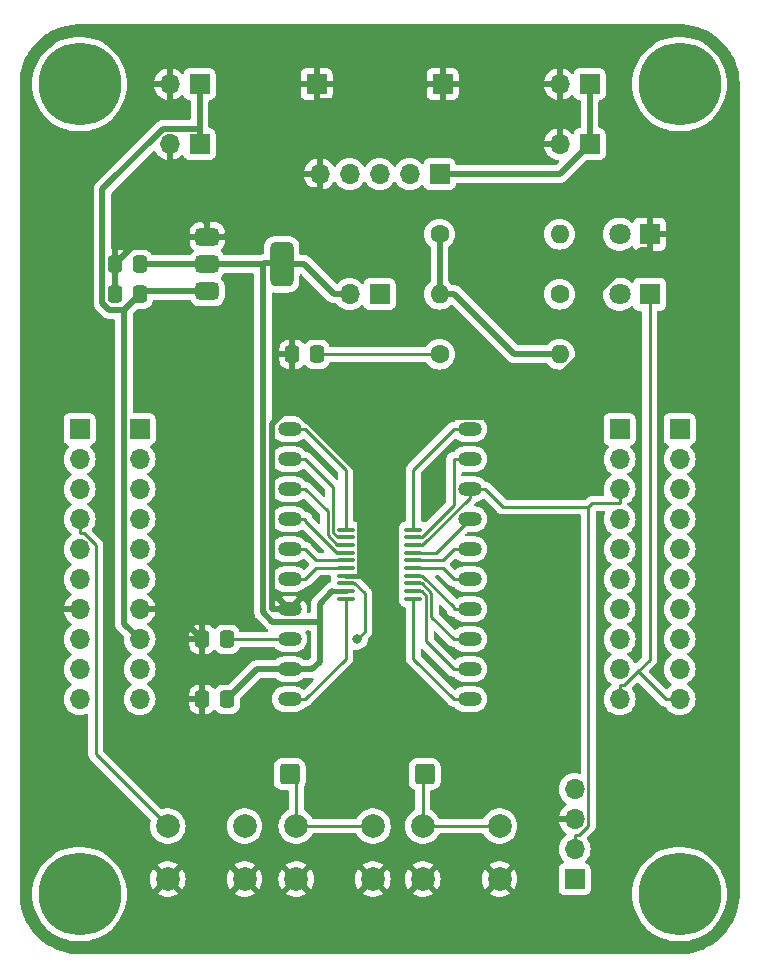
<source format=gbr>
%TF.GenerationSoftware,KiCad,Pcbnew,8.0.4*%
%TF.CreationDate,2024-09-28T10:20:43+10:00*%
%TF.ProjectId,stm8-blue,73746d38-2d62-46c7-9565-2e6b69636164,rev?*%
%TF.SameCoordinates,Original*%
%TF.FileFunction,Copper,L1,Top*%
%TF.FilePolarity,Positive*%
%FSLAX46Y46*%
G04 Gerber Fmt 4.6, Leading zero omitted, Abs format (unit mm)*
G04 Created by KiCad (PCBNEW 8.0.4) date 2024-09-28 10:20:43*
%MOMM*%
%LPD*%
G01*
G04 APERTURE LIST*
G04 Aperture macros list*
%AMRoundRect*
0 Rectangle with rounded corners*
0 $1 Rounding radius*
0 $2 $3 $4 $5 $6 $7 $8 $9 X,Y pos of 4 corners*
0 Add a 4 corners polygon primitive as box body*
4,1,4,$2,$3,$4,$5,$6,$7,$8,$9,$2,$3,0*
0 Add four circle primitives for the rounded corners*
1,1,$1+$1,$2,$3*
1,1,$1+$1,$4,$5*
1,1,$1+$1,$6,$7*
1,1,$1+$1,$8,$9*
0 Add four rect primitives between the rounded corners*
20,1,$1+$1,$2,$3,$4,$5,0*
20,1,$1+$1,$4,$5,$6,$7,0*
20,1,$1+$1,$6,$7,$8,$9,0*
20,1,$1+$1,$8,$9,$2,$3,0*%
G04 Aperture macros list end*
%TA.AperFunction,ComponentPad*%
%ADD10C,1.600000*%
%TD*%
%TA.AperFunction,ComponentPad*%
%ADD11O,1.600000X1.600000*%
%TD*%
%TA.AperFunction,ComponentPad*%
%ADD12R,1.700000X1.700000*%
%TD*%
%TA.AperFunction,ComponentPad*%
%ADD13O,1.700000X1.700000*%
%TD*%
%TA.AperFunction,ComponentPad*%
%ADD14C,2.000000*%
%TD*%
%TA.AperFunction,ComponentPad*%
%ADD15RoundRect,0.250000X-0.600000X-0.600000X0.600000X-0.600000X0.600000X0.600000X-0.600000X0.600000X0*%
%TD*%
%TA.AperFunction,SMDPad,CuDef*%
%ADD16RoundRect,0.250000X-0.337500X-0.475000X0.337500X-0.475000X0.337500X0.475000X-0.337500X0.475000X0*%
%TD*%
%TA.AperFunction,ComponentPad*%
%ADD17O,2.000000X1.200000*%
%TD*%
%TA.AperFunction,SMDPad,CuDef*%
%ADD18RoundRect,0.100000X-0.637500X-0.100000X0.637500X-0.100000X0.637500X0.100000X-0.637500X0.100000X0*%
%TD*%
%TA.AperFunction,ComponentPad*%
%ADD19R,1.800000X1.800000*%
%TD*%
%TA.AperFunction,ComponentPad*%
%ADD20C,1.800000*%
%TD*%
%TA.AperFunction,ComponentPad*%
%ADD21C,7.000000*%
%TD*%
%TA.AperFunction,SMDPad,CuDef*%
%ADD22RoundRect,0.250000X0.337500X0.475000X-0.337500X0.475000X-0.337500X-0.475000X0.337500X-0.475000X0*%
%TD*%
%TA.AperFunction,SMDPad,CuDef*%
%ADD23RoundRect,0.375000X-0.625000X-0.375000X0.625000X-0.375000X0.625000X0.375000X-0.625000X0.375000X0*%
%TD*%
%TA.AperFunction,SMDPad,CuDef*%
%ADD24RoundRect,0.500000X-0.500000X-1.400000X0.500000X-1.400000X0.500000X1.400000X-0.500000X1.400000X0*%
%TD*%
%TA.AperFunction,ViaPad*%
%ADD25C,0.800000*%
%TD*%
%TA.AperFunction,Conductor*%
%ADD26C,0.500000*%
%TD*%
%TA.AperFunction,Conductor*%
%ADD27C,0.400600*%
%TD*%
%TA.AperFunction,Conductor*%
%ADD28C,0.250000*%
%TD*%
G04 APERTURE END LIST*
D10*
%TO.P,R102,1*%
%TO.N,Net-(D102-A)*%
X86360000Y-71120000D03*
D11*
%TO.P,R102,2*%
%TO.N,+3.3V*%
X76200000Y-71120000D03*
%TD*%
D12*
%TO.P,J111,1,Pin_1*%
%TO.N,+5V*%
X55880000Y-53340000D03*
D13*
%TO.P,J111,2,Pin_2*%
%TO.N,GND*%
X53340000Y-53340000D03*
%TD*%
D14*
%TO.P,SW101,1,A*%
%TO.N,GND*%
X70560000Y-120650000D03*
X64060000Y-120650000D03*
%TO.P,SW101,2,B*%
%TO.N,Net-(J107-Pin_1)*%
X70560000Y-116150000D03*
X64060000Y-116150000D03*
%TD*%
D15*
%TO.P,J107,1,Pin_1*%
%TO.N,Net-(J107-Pin_1)*%
X63500000Y-111760000D03*
%TD*%
%TO.P,J108,1,Pin_1*%
%TO.N,Net-(J108-Pin_1)*%
X74930000Y-111760000D03*
%TD*%
D12*
%TO.P,J114,1,Pin_1*%
%TO.N,+5V*%
X88900000Y-58420000D03*
D13*
%TO.P,J114,2,Pin_2*%
%TO.N,GND*%
X86360000Y-58420000D03*
%TD*%
D16*
%TO.P,C102,1*%
%TO.N,GND*%
X48725000Y-68580000D03*
%TO.P,C102,2*%
%TO.N,+3.3V*%
X50800000Y-68580000D03*
%TD*%
D17*
%TO.P,U101,1,PD4*%
%TO.N,/PD4*%
X63500000Y-82550000D03*
D18*
X68257500Y-91055000D03*
D17*
%TO.P,U101,2,PD5*%
%TO.N,/PD5*%
X63500000Y-85090000D03*
D18*
X68257500Y-91705000D03*
D17*
%TO.P,U101,3,PD6*%
%TO.N,/PD6*%
X63500000Y-87630000D03*
D18*
X68257500Y-92355000D03*
D17*
%TO.P,U101,4,NRST*%
%TO.N,/NRST*%
X63500000Y-90170000D03*
D18*
X68257500Y-93005000D03*
D17*
%TO.P,U101,5,PA1*%
%TO.N,/PA1*%
X63500000Y-92710000D03*
D18*
X68257500Y-93655000D03*
%TO.P,U101,6,PA2*%
%TO.N,/PA2*%
X68257500Y-94305000D03*
D17*
X63500000Y-95250000D03*
D18*
%TO.P,U101,7,VSS*%
%TO.N,GND*%
X68257500Y-94955000D03*
D17*
X63500000Y-97790000D03*
D18*
%TO.P,U101,8,VCAP*%
%TO.N,Net-(U101-VCAP)*%
X68257500Y-95605000D03*
D17*
X63500000Y-100330000D03*
D18*
%TO.P,U101,9,VDD*%
%TO.N,+3.3V*%
X68257500Y-96255000D03*
D17*
X63500000Y-102870000D03*
D18*
%TO.P,U101,10,PA3*%
%TO.N,/PA3*%
X68257500Y-96905000D03*
D17*
X63500000Y-105410000D03*
D18*
%TO.P,U101,11,PB5*%
%TO.N,/PB5*%
X73982500Y-96905000D03*
D17*
X78740000Y-105410000D03*
D18*
%TO.P,U101,12,PB4*%
%TO.N,/PB4*%
X73982500Y-96255000D03*
D17*
X78740000Y-102870000D03*
D18*
%TO.P,U101,13,PC3*%
%TO.N,/PC3*%
X73982500Y-95605000D03*
D17*
X78740000Y-100330000D03*
D18*
%TO.P,U101,14,PC4*%
%TO.N,/PC4*%
X73982500Y-94955000D03*
D17*
X78740000Y-97790000D03*
D18*
%TO.P,U101,15,PC5*%
%TO.N,/PC5*%
X73982500Y-94305000D03*
D17*
X78740000Y-95250000D03*
%TO.P,U101,16,PC6*%
%TO.N,/PC6*%
X78740000Y-92710000D03*
D18*
X73982500Y-93655000D03*
D17*
%TO.P,U101,17,PC7*%
%TO.N,/PC7*%
X78740000Y-90170000D03*
D18*
X73982500Y-93005000D03*
D17*
%TO.P,U101,18,PD1*%
%TO.N,/PD1*%
X78740000Y-87630000D03*
D18*
X73982500Y-92355000D03*
D17*
%TO.P,U101,19,PD2*%
%TO.N,/PD2*%
X78740000Y-85090000D03*
D18*
X73982500Y-91705000D03*
D17*
%TO.P,U101,20,PD3*%
%TO.N,/PD3*%
X78740000Y-82550000D03*
D18*
X73982500Y-91055000D03*
%TD*%
D12*
%TO.P,J104,1,Pin_1*%
%TO.N,/PD3*%
X96520000Y-82550000D03*
D13*
%TO.P,J104,2,Pin_2*%
%TO.N,/PD2*%
X96520000Y-85090000D03*
%TO.P,J104,3,Pin_3*%
%TO.N,/PD1*%
X96520000Y-87630000D03*
%TO.P,J104,4,Pin_4*%
%TO.N,/PC7*%
X96520000Y-90170000D03*
%TO.P,J104,5,Pin_5*%
%TO.N,/PC6*%
X96520000Y-92710000D03*
%TO.P,J104,6,Pin_6*%
%TO.N,/PC5*%
X96520000Y-95250000D03*
%TO.P,J104,7,Pin_7*%
%TO.N,/PC4*%
X96520000Y-97790000D03*
%TO.P,J104,8,Pin_8*%
%TO.N,/PC3*%
X96520000Y-100330000D03*
%TO.P,J104,9,Pin_9*%
%TO.N,/PB4*%
X96520000Y-102870000D03*
%TO.P,J104,10,Pin_10*%
%TO.N,/PB5*%
X96520000Y-105410000D03*
%TD*%
D14*
%TO.P,SW102,1,A*%
%TO.N,GND*%
X81280000Y-120650000D03*
X74780000Y-120650000D03*
%TO.P,SW102,2,B*%
%TO.N,Net-(J108-Pin_1)*%
X81280000Y-116150000D03*
X74780000Y-116150000D03*
%TD*%
D12*
%TO.P,J113,1,Pin_1*%
%TO.N,+5V*%
X88900000Y-53340000D03*
D13*
%TO.P,J113,2,Pin_2*%
%TO.N,GND*%
X86360000Y-53340000D03*
%TD*%
D19*
%TO.P,D101,1,K*%
%TO.N,GND*%
X93980000Y-66040000D03*
D20*
%TO.P,D101,2,A*%
%TO.N,Net-(D101-A)*%
X91440000Y-66040000D03*
%TD*%
D19*
%TO.P,D102,1,K*%
%TO.N,/PB5*%
X93980000Y-71120000D03*
D20*
%TO.P,D102,2,A*%
%TO.N,Net-(D102-A)*%
X91440000Y-71120000D03*
%TD*%
D16*
%TO.P,C101,1*%
%TO.N,GND*%
X48725000Y-71120000D03*
%TO.P,C101,2*%
%TO.N,+5V*%
X50800000Y-71120000D03*
%TD*%
D14*
%TO.P,SW100,1,A*%
%TO.N,GND*%
X59690000Y-120650000D03*
X53190000Y-120650000D03*
%TO.P,SW100,2,B*%
%TO.N,/NRST*%
X59690000Y-116150000D03*
X53190000Y-116150000D03*
%TD*%
D21*
%TO.P,H102,1*%
%TO.N,N/C*%
X96520000Y-53340000D03*
%TD*%
D12*
%TO.P,J105,1,Pin_1*%
%TO.N,+3.3V*%
X87630000Y-120650000D03*
D13*
%TO.P,J105,2,Pin_2*%
%TO.N,/PD1*%
X87630000Y-118110000D03*
%TO.P,J105,3,Pin_3*%
%TO.N,GND*%
X87630000Y-115570000D03*
%TO.P,J105,4,Pin_4*%
%TO.N,/NRST*%
X87630000Y-113030000D03*
%TD*%
D21*
%TO.P,H101,1*%
%TO.N,N/C*%
X45720000Y-53340000D03*
%TD*%
D12*
%TO.P,J106,1,VBUS*%
%TO.N,+5V*%
X76200000Y-60960000D03*
D13*
%TO.P,J106,2,D-*%
%TO.N,unconnected-(J106-D--Pad2)*%
X73660000Y-60960000D03*
%TO.P,J106,3,D+*%
%TO.N,unconnected-(J106-D+-Pad3)*%
X71120000Y-60960000D03*
%TO.P,J106,4,ID*%
%TO.N,unconnected-(J106-ID-Pad4)*%
X68580000Y-60960000D03*
%TO.P,J106,5,GND*%
%TO.N,GND*%
X66040000Y-60960000D03*
D12*
%TO.P,J106,6,Shield*%
X76454000Y-53340000D03*
X65786000Y-53340000D03*
%TD*%
%TO.P,J102,1,Pin_1*%
%TO.N,/PD4*%
X50800000Y-82550000D03*
D13*
%TO.P,J102,2,Pin_2*%
%TO.N,/PD5*%
X50800000Y-85090000D03*
%TO.P,J102,3,Pin_3*%
%TO.N,/PD6*%
X50800000Y-87630000D03*
%TO.P,J102,4,Pin_4*%
%TO.N,/NRST*%
X50800000Y-90170000D03*
%TO.P,J102,5,Pin_5*%
%TO.N,/PA1*%
X50800000Y-92710000D03*
%TO.P,J102,6,Pin_6*%
%TO.N,/PA2*%
X50800000Y-95250000D03*
%TO.P,J102,7,Pin_7*%
%TO.N,GND*%
X50800000Y-97790000D03*
%TO.P,J102,8,Pin_8*%
%TO.N,+5V*%
X50800000Y-100330000D03*
%TO.P,J102,9,Pin_9*%
%TO.N,+3.3V*%
X50800000Y-102870000D03*
%TO.P,J102,10,Pin_10*%
%TO.N,/PA3*%
X50800000Y-105410000D03*
%TD*%
D10*
%TO.P,R101,1*%
%TO.N,+3.3V*%
X76200000Y-66040000D03*
D11*
%TO.P,R101,2*%
%TO.N,Net-(D101-A)*%
X86360000Y-66040000D03*
%TD*%
D12*
%TO.P,J101,1,Pin_1*%
%TO.N,/PD4*%
X45720000Y-82550000D03*
D13*
%TO.P,J101,2,Pin_2*%
%TO.N,/PD5*%
X45720000Y-85090000D03*
%TO.P,J101,3,Pin_3*%
%TO.N,/PD6*%
X45720000Y-87630000D03*
%TO.P,J101,4,Pin_4*%
%TO.N,/NRST*%
X45720000Y-90170000D03*
%TO.P,J101,5,Pin_5*%
%TO.N,/PA1*%
X45720000Y-92710000D03*
%TO.P,J101,6,Pin_6*%
%TO.N,/PA2*%
X45720000Y-95250000D03*
%TO.P,J101,7,Pin_7*%
%TO.N,GND*%
X45720000Y-97790000D03*
%TO.P,J101,8,Pin_8*%
%TO.N,+5V*%
X45720000Y-100330000D03*
%TO.P,J101,9,Pin_9*%
%TO.N,+3.3V*%
X45720000Y-102870000D03*
%TO.P,J101,10,Pin_10*%
%TO.N,/PA3*%
X45720000Y-105410000D03*
%TD*%
D16*
%TO.P,C104,1*%
%TO.N,GND*%
X56112500Y-100330000D03*
%TO.P,C104,2*%
%TO.N,Net-(U101-VCAP)*%
X58187500Y-100330000D03*
%TD*%
D10*
%TO.P,R100,1*%
%TO.N,/NRST*%
X76200000Y-76200000D03*
D11*
%TO.P,R100,2*%
%TO.N,+3.3V*%
X86360000Y-76200000D03*
%TD*%
D21*
%TO.P,H104,1*%
%TO.N,N/C*%
X96520000Y-121920000D03*
%TD*%
D16*
%TO.P,C100,1*%
%TO.N,GND*%
X63732500Y-76200000D03*
%TO.P,C100,2*%
%TO.N,/NRST*%
X65807500Y-76200000D03*
%TD*%
D21*
%TO.P,H103,1*%
%TO.N,N/C*%
X45720000Y-121920000D03*
%TD*%
D22*
%TO.P,C103,1*%
%TO.N,+3.3V*%
X58187500Y-105410000D03*
%TO.P,C103,2*%
%TO.N,GND*%
X56112500Y-105410000D03*
%TD*%
D12*
%TO.P,JP101,1,A*%
%TO.N,+5V*%
X71120000Y-71120000D03*
D13*
%TO.P,JP101,2,B*%
%TO.N,+3.3V*%
X68580000Y-71120000D03*
%TD*%
D12*
%TO.P,J112,1,Pin_1*%
%TO.N,+5V*%
X55880000Y-58420000D03*
D13*
%TO.P,J112,2,Pin_2*%
%TO.N,GND*%
X53340000Y-58420000D03*
%TD*%
D12*
%TO.P,J103,1,Pin_1*%
%TO.N,/PD3*%
X91440000Y-82555000D03*
D13*
%TO.P,J103,2,Pin_2*%
%TO.N,/PD2*%
X91440000Y-85095000D03*
%TO.P,J103,3,Pin_3*%
%TO.N,/PD1*%
X91440000Y-87635000D03*
%TO.P,J103,4,Pin_4*%
%TO.N,/PC7*%
X91440000Y-90175000D03*
%TO.P,J103,5,Pin_5*%
%TO.N,/PC6*%
X91440000Y-92715000D03*
%TO.P,J103,6,Pin_6*%
%TO.N,/PC5*%
X91440000Y-95255000D03*
%TO.P,J103,7,Pin_7*%
%TO.N,/PC4*%
X91440000Y-97795000D03*
%TO.P,J103,8,Pin_8*%
%TO.N,/PC3*%
X91440000Y-100335000D03*
%TO.P,J103,9,Pin_9*%
%TO.N,/PB4*%
X91440000Y-102875000D03*
%TO.P,J103,10,Pin_10*%
%TO.N,/PB5*%
X91440000Y-105415000D03*
%TD*%
D23*
%TO.P,U102,1,GND*%
%TO.N,GND*%
X56540000Y-66280000D03*
%TO.P,U102,2,VO*%
%TO.N,+3.3V*%
X56540000Y-68580000D03*
D24*
X62840000Y-68580000D03*
D23*
%TO.P,U102,3,VI*%
%TO.N,+5V*%
X56540000Y-70880000D03*
%TD*%
D25*
%TO.N,Net-(U101-VCAP)*%
X69215000Y-100330000D03*
%TD*%
D26*
%TO.N,GND*%
X56112500Y-100330000D02*
X56112500Y-105410000D01*
X54383500Y-62921500D02*
X53340000Y-61878100D01*
X63732500Y-77586400D02*
X63732500Y-76200000D01*
X76454000Y-53340000D02*
X75152100Y-53340000D01*
X62010000Y-62261900D02*
X66040000Y-62261900D01*
X57558300Y-118518300D02*
X56112500Y-118518300D01*
X48725000Y-68580000D02*
X54383500Y-62921500D01*
X55321700Y-118518300D02*
X53190000Y-120650000D01*
X48725000Y-71120000D02*
X48725000Y-68580000D01*
X56112500Y-118518300D02*
X56112500Y-105410000D01*
X62048100Y-82086600D02*
X62048100Y-97790000D01*
X56540000Y-65078100D02*
X54383500Y-62921500D01*
X69447500Y-94973800D02*
X69447500Y-86288100D01*
X93980000Y-66040000D02*
X93980000Y-67391900D01*
X66040000Y-54768900D02*
X73723200Y-54768900D01*
X93980000Y-67391900D02*
X93219600Y-67391900D01*
X69447500Y-86288100D02*
X63647100Y-80487600D01*
X93219600Y-67391900D02*
X89734200Y-70877300D01*
X66040000Y-60960000D02*
X66040000Y-62261900D01*
X65786000Y-53340000D02*
X65786000Y-54641900D01*
X63647100Y-80487600D02*
X62048100Y-82086600D01*
X56540000Y-66280000D02*
X57991900Y-66280000D01*
X50800000Y-97790000D02*
X53572500Y-97790000D01*
X66040000Y-54768900D02*
X66040000Y-60960000D01*
X89734200Y-70877300D02*
X89734200Y-74658200D01*
X82894300Y-81498100D02*
X74237500Y-81498100D01*
X63647000Y-80487600D02*
X63647000Y-77671900D01*
X63647000Y-77671900D02*
X63732500Y-77586400D01*
X89734200Y-74658200D02*
X82894300Y-81498100D01*
X56540000Y-66280000D02*
X56540000Y-65078100D01*
X65786000Y-54641900D02*
X65913000Y-54768900D01*
X57991900Y-66280000D02*
X62010000Y-62261900D01*
X69428600Y-94992700D02*
X69447500Y-94973800D01*
X56112500Y-118518300D02*
X55321700Y-118518300D01*
D27*
X69428600Y-94992700D02*
X68295200Y-94992700D01*
D26*
X63647100Y-80487600D02*
X63647000Y-80487600D01*
X63500000Y-97790000D02*
X62048100Y-97790000D01*
X65913000Y-54768900D02*
X66040000Y-54768900D01*
D27*
X68295200Y-94992700D02*
X68257500Y-94955000D01*
D26*
X73723200Y-54768900D02*
X75152100Y-53340000D01*
X74237500Y-81498100D02*
X69447500Y-86288100D01*
X53572500Y-97790000D02*
X56112500Y-100330000D01*
X59690000Y-120650000D02*
X57558300Y-118518300D01*
X53340000Y-61878100D02*
X53340000Y-58420000D01*
D28*
%TO.N,/NRST*%
X64050100Y-90170000D02*
X64826900Y-90170000D01*
X46085800Y-91346900D02*
X45720000Y-91346900D01*
X45720000Y-90170000D02*
X45720000Y-91346900D01*
X47084600Y-110044600D02*
X47084600Y-92345700D01*
X64826900Y-90170000D02*
X64826900Y-90355500D01*
X53190000Y-116150000D02*
X47084600Y-110044600D01*
X65807500Y-76200000D02*
X76200000Y-76200000D01*
X64826900Y-90355500D02*
X67476400Y-93005000D01*
X64050100Y-90170000D02*
X63500000Y-90170000D01*
X67476400Y-93005000D02*
X68257500Y-93005000D01*
X47084600Y-92345700D02*
X46085800Y-91346900D01*
D26*
%TO.N,+5V*%
X47659300Y-62244300D02*
X47659300Y-71892000D01*
X55880000Y-57118100D02*
X55880000Y-53340000D01*
X88900000Y-53340000D02*
X88900000Y-58420000D01*
X55880000Y-57118100D02*
X52785500Y-57118100D01*
X47659300Y-71892000D02*
X48212900Y-72445600D01*
X49474400Y-72445600D02*
X49474400Y-99004400D01*
X56540000Y-70880000D02*
X51040000Y-70880000D01*
X55880000Y-58420000D02*
X55880000Y-57118100D01*
X49474400Y-72445600D02*
X50800000Y-71120000D01*
X86360000Y-60960000D02*
X88900000Y-58420000D01*
X49474400Y-99004400D02*
X50800000Y-100330000D01*
X76200000Y-60960000D02*
X86360000Y-60960000D01*
X52785500Y-57118100D02*
X47659300Y-62244300D01*
X48212900Y-72445600D02*
X49474400Y-72445600D01*
X51040000Y-70880000D02*
X50800000Y-71120000D01*
%TO.N,+3.3V*%
X62840000Y-68536800D02*
X62840000Y-68493700D01*
X66040000Y-102235000D02*
X66040000Y-99060000D01*
D27*
X67124100Y-96255000D02*
X68257500Y-96255000D01*
D26*
X60727500Y-102870000D02*
X58187500Y-105410000D01*
X82531900Y-76200000D02*
X86360000Y-76200000D01*
X61339900Y-68493700D02*
X61253600Y-68580000D01*
X61253600Y-68580000D02*
X61253600Y-98047500D01*
X62840000Y-68536800D02*
X64694900Y-68536800D01*
X50800000Y-68580000D02*
X56540000Y-68580000D01*
X64694900Y-68536800D02*
X67278100Y-71120000D01*
X65822000Y-98842000D02*
X66040000Y-99060000D01*
X61253600Y-98047500D02*
X62048100Y-98842000D01*
X62840000Y-68493700D02*
X61339900Y-68493700D01*
X62840000Y-68580000D02*
X62840000Y-68536800D01*
X60727500Y-102870000D02*
X63500000Y-102870000D01*
X62048100Y-98842000D02*
X65822000Y-98842000D01*
X63500000Y-102870000D02*
X65405000Y-102870000D01*
X68580000Y-71120000D02*
X67278100Y-71120000D01*
X76200000Y-66040000D02*
X76200000Y-71120000D01*
X65405000Y-102870000D02*
X66040000Y-102235000D01*
X66040000Y-97339100D02*
X67124100Y-96255000D01*
X76200000Y-71120000D02*
X77451900Y-71120000D01*
X56540000Y-68580000D02*
X61253600Y-68580000D01*
X77451900Y-71120000D02*
X82531900Y-76200000D01*
X66040000Y-99060000D02*
X66040000Y-97339100D01*
D28*
%TO.N,Net-(U101-VCAP)*%
X69850000Y-99695000D02*
X69215000Y-100330000D01*
X69850000Y-96460001D02*
X69850000Y-99695000D01*
X58187500Y-100330000D02*
X63500000Y-100330000D01*
X68257500Y-95605000D02*
X68994999Y-95605000D01*
X68994999Y-95605000D02*
X69850000Y-96460001D01*
%TO.N,/PB5*%
X93980000Y-71120000D02*
X93980000Y-102063900D01*
X91440000Y-105415000D02*
X91440000Y-104238100D01*
X78740000Y-105410000D02*
X77413100Y-105410000D01*
X77413100Y-105410000D02*
X73982500Y-101979400D01*
X91805800Y-104238100D02*
X91440000Y-104238100D01*
X96520000Y-105410000D02*
X95343100Y-105410000D01*
X92988500Y-103055400D02*
X95343100Y-105410000D01*
X93980000Y-102063900D02*
X92988500Y-103055400D01*
X92988500Y-103055400D02*
X91805800Y-104238100D01*
X73982500Y-101979400D02*
X73982500Y-96905000D01*
%TO.N,/PD4*%
X68257500Y-85980600D02*
X68257500Y-91055000D01*
X64826900Y-82550000D02*
X68257500Y-85980600D01*
X63500000Y-82550000D02*
X64826900Y-82550000D01*
%TO.N,/PD5*%
X64826900Y-85090000D02*
X67167200Y-87430300D01*
X67167200Y-87430300D02*
X67167200Y-91306500D01*
X67167200Y-91306500D02*
X67565700Y-91705000D01*
X67565700Y-91705000D02*
X68257500Y-91705000D01*
X63500000Y-85090000D02*
X64826900Y-85090000D01*
%TO.N,/PD6*%
X63500000Y-87630000D02*
X64826900Y-87630000D01*
X67527400Y-92355000D02*
X68257500Y-92355000D01*
X66715300Y-91542900D02*
X67527400Y-92355000D01*
X64826900Y-87630000D02*
X66715300Y-89518400D01*
X66715300Y-89518400D02*
X66715300Y-91542900D01*
%TO.N,/PA1*%
X63500000Y-92710000D02*
X64826900Y-92710000D01*
X68257500Y-93655000D02*
X65771900Y-93655000D01*
X65771900Y-93655000D02*
X64826900Y-92710000D01*
%TO.N,/PA2*%
X65771900Y-94305000D02*
X68257500Y-94305000D01*
X63500000Y-95250000D02*
X64826900Y-95250000D01*
X64826900Y-95250000D02*
X65771900Y-94305000D01*
%TO.N,/PA3*%
X68257500Y-96905000D02*
X68257500Y-101979400D01*
X68257500Y-101979400D02*
X64826900Y-105410000D01*
X63500000Y-105410000D02*
X64826900Y-105410000D01*
%TO.N,/PD3*%
X73982500Y-91055000D02*
X73982500Y-85980600D01*
X78740000Y-82550000D02*
X77413100Y-82550000D01*
X73982500Y-85980600D02*
X77413100Y-82550000D01*
%TO.N,/PD2*%
X77413100Y-85090000D02*
X77413100Y-88966200D01*
X74674300Y-91705000D02*
X73982500Y-91705000D01*
X77413100Y-88966200D02*
X74674300Y-91705000D01*
X78740000Y-85090000D02*
X77413100Y-85090000D01*
%TO.N,/PD1*%
X78740000Y-87630000D02*
X80066900Y-87630000D01*
X89135900Y-88811900D02*
X88806900Y-89140900D01*
X87630000Y-116933100D02*
X87997900Y-116933100D01*
X91440000Y-88811900D02*
X89135900Y-88811900D01*
X88806900Y-116124100D02*
X88806900Y-89140900D01*
X73982500Y-92355000D02*
X74753100Y-92355000D01*
X74753100Y-92355000D02*
X78740000Y-88368100D01*
X87997900Y-116933100D02*
X88806900Y-116124100D01*
X91440000Y-87635000D02*
X91440000Y-88811900D01*
X87630000Y-118110000D02*
X87630000Y-116933100D01*
X88806900Y-89140900D02*
X81577800Y-89140900D01*
X78740000Y-88368100D02*
X78740000Y-87630000D01*
X81577800Y-89140900D02*
X80066900Y-87630000D01*
%TO.N,/PC7*%
X73982500Y-93005000D02*
X75905000Y-93005000D01*
X75905000Y-93005000D02*
X78740000Y-90170000D01*
%TO.N,/PC6*%
X73982500Y-93655000D02*
X76468100Y-93655000D01*
X76468100Y-93655000D02*
X77413100Y-92710000D01*
X78740000Y-92710000D02*
X77413100Y-92710000D01*
%TO.N,/PC5*%
X76468100Y-94305000D02*
X73982500Y-94305000D01*
X77413100Y-95250000D02*
X76468100Y-94305000D01*
X78740000Y-95250000D02*
X77413100Y-95250000D01*
%TO.N,/PC4*%
X77413100Y-97790000D02*
X77413100Y-97621900D01*
X74746200Y-94955000D02*
X73982500Y-94955000D01*
X78740000Y-97790000D02*
X77413100Y-97790000D01*
X77413100Y-97621900D02*
X74746200Y-94955000D01*
%TO.N,/PC3*%
X75516200Y-96417100D02*
X74704100Y-95605000D01*
X74704100Y-95605000D02*
X73982500Y-95605000D01*
X75516200Y-98433100D02*
X75516200Y-96417100D01*
X78740000Y-100330000D02*
X77413100Y-100330000D01*
X77413100Y-100330000D02*
X75516200Y-98433100D01*
%TO.N,/PB4*%
X78740000Y-102870000D02*
X77413100Y-102870000D01*
X74674300Y-96255000D02*
X73982500Y-96255000D01*
X75064200Y-96644900D02*
X74674300Y-96255000D01*
X77413100Y-102870000D02*
X75064200Y-100521100D01*
X75064200Y-100521100D02*
X75064200Y-96644900D01*
%TO.N,Net-(J107-Pin_1)*%
X63500000Y-111760000D02*
X64060000Y-112320000D01*
X64060000Y-116150000D02*
X70560000Y-116150000D01*
X64060000Y-112320000D02*
X64060000Y-116150000D01*
%TO.N,Net-(J108-Pin_1)*%
X74930000Y-111760000D02*
X74780000Y-111910000D01*
X74780000Y-111910000D02*
X74780000Y-116150000D01*
X74780000Y-116150000D02*
X81280000Y-116150000D01*
%TD*%
%TA.AperFunction,Conductor*%
%TO.N,GND*%
G36*
X66963040Y-94950185D02*
G01*
X67008795Y-95002989D01*
X67020001Y-95054500D01*
X67020001Y-95094324D01*
X67035442Y-95211622D01*
X67035445Y-95211634D01*
X67043837Y-95231895D01*
X67051304Y-95301364D01*
X67043838Y-95326794D01*
X67034956Y-95348238D01*
X67025019Y-95423716D01*
X66996752Y-95487612D01*
X66938428Y-95526083D01*
X66926274Y-95529147D01*
X66905190Y-95533341D01*
X66905189Y-95533341D01*
X66768609Y-95589914D01*
X66768602Y-95589918D01*
X66706518Y-95631400D01*
X66645684Y-95672048D01*
X66645682Y-95672049D01*
X66645679Y-95672052D01*
X66645678Y-95672052D01*
X65457048Y-96860683D01*
X65447945Y-96874308D01*
X65414672Y-96924106D01*
X65374919Y-96983599D01*
X65374912Y-96983611D01*
X65318343Y-97120182D01*
X65318340Y-97120192D01*
X65289500Y-97265179D01*
X65289500Y-97967500D01*
X65269815Y-98034539D01*
X65217011Y-98080294D01*
X65165500Y-98091500D01*
X65111144Y-98091500D01*
X65044105Y-98071815D01*
X64998350Y-98019011D01*
X64988406Y-97949853D01*
X64988671Y-97948103D01*
X65000000Y-97876572D01*
X65000000Y-97703428D01*
X64972914Y-97532415D01*
X64919408Y-97367742D01*
X64840804Y-97213475D01*
X64739032Y-97073397D01*
X64654594Y-96988959D01*
X63900000Y-97743553D01*
X63900000Y-97737339D01*
X63872741Y-97635606D01*
X63820080Y-97544394D01*
X63745606Y-97469920D01*
X63654394Y-97417259D01*
X63552661Y-97390000D01*
X63546448Y-97390000D01*
X64204211Y-96732235D01*
X64157582Y-96717085D01*
X63986571Y-96690000D01*
X63013429Y-96690000D01*
X62842423Y-96717084D01*
X62842411Y-96717087D01*
X62795787Y-96732235D01*
X63453553Y-97390000D01*
X63447339Y-97390000D01*
X63345606Y-97417259D01*
X63254394Y-97469920D01*
X63179920Y-97544394D01*
X63127259Y-97635606D01*
X63100000Y-97737339D01*
X63100000Y-97743553D01*
X62345406Y-96988959D01*
X62260965Y-97073399D01*
X62228418Y-97118197D01*
X62173088Y-97160862D01*
X62103474Y-97166841D01*
X62041679Y-97134235D01*
X62007322Y-97073396D01*
X62004100Y-97045311D01*
X62004100Y-95995538D01*
X62023785Y-95928499D01*
X62076589Y-95882744D01*
X62145747Y-95872800D01*
X62209303Y-95901825D01*
X62228415Y-95922649D01*
X62260586Y-95966928D01*
X62383072Y-96089414D01*
X62523212Y-96191232D01*
X62677555Y-96269873D01*
X62842299Y-96323402D01*
X63013389Y-96350500D01*
X63013390Y-96350500D01*
X63986610Y-96350500D01*
X63986611Y-96350500D01*
X64157701Y-96323402D01*
X64322445Y-96269873D01*
X64476788Y-96191232D01*
X64616928Y-96089414D01*
X64739414Y-95966928D01*
X64768705Y-95926613D01*
X64824035Y-95883948D01*
X64869022Y-95875500D01*
X64888507Y-95875500D01*
X64948929Y-95863481D01*
X65009352Y-95851463D01*
X65050302Y-95834501D01*
X65123186Y-95804312D01*
X65175819Y-95769143D01*
X65175821Y-95769142D01*
X65212909Y-95744360D01*
X65225633Y-95735858D01*
X65312758Y-95648733D01*
X65312759Y-95648730D01*
X65319825Y-95641665D01*
X65319827Y-95641661D01*
X65994671Y-94966819D01*
X66055994Y-94933334D01*
X66082352Y-94930500D01*
X66896001Y-94930500D01*
X66963040Y-94950185D01*
G37*
%TD.AperFunction*%
%TA.AperFunction,Conductor*%
G36*
X62209303Y-93361825D02*
G01*
X62228415Y-93382649D01*
X62260586Y-93426928D01*
X62383072Y-93549414D01*
X62523212Y-93651232D01*
X62677555Y-93729873D01*
X62842299Y-93783402D01*
X63013389Y-93810500D01*
X63013390Y-93810500D01*
X63986610Y-93810500D01*
X63986611Y-93810500D01*
X64157701Y-93783402D01*
X64322445Y-93729873D01*
X64476788Y-93651232D01*
X64616928Y-93549414D01*
X64616939Y-93549402D01*
X64618642Y-93547949D01*
X64619428Y-93547596D01*
X64620869Y-93546550D01*
X64621088Y-93546852D01*
X64682401Y-93519374D01*
X64751487Y-93529805D01*
X64786862Y-93554552D01*
X65124629Y-93892319D01*
X65158114Y-93953642D01*
X65153130Y-94023334D01*
X65124629Y-94067681D01*
X64786862Y-94405447D01*
X64725539Y-94438932D01*
X64655847Y-94433948D01*
X64620913Y-94413388D01*
X64620869Y-94413450D01*
X64620236Y-94412990D01*
X64618652Y-94412058D01*
X64616936Y-94410592D01*
X64476788Y-94308768D01*
X64322447Y-94230128D01*
X64322446Y-94230127D01*
X64322445Y-94230127D01*
X64157701Y-94176598D01*
X64157699Y-94176597D01*
X64157698Y-94176597D01*
X64026271Y-94155781D01*
X63986611Y-94149500D01*
X63013389Y-94149500D01*
X62973728Y-94155781D01*
X62842302Y-94176597D01*
X62677552Y-94230128D01*
X62523211Y-94308768D01*
X62443256Y-94366859D01*
X62383072Y-94410586D01*
X62383070Y-94410588D01*
X62383069Y-94410588D01*
X62260585Y-94533072D01*
X62228417Y-94577348D01*
X62173087Y-94620013D01*
X62103473Y-94625991D01*
X62041679Y-94593384D01*
X62007322Y-94532545D01*
X62004100Y-94504461D01*
X62004100Y-93455538D01*
X62023785Y-93388499D01*
X62076589Y-93342744D01*
X62145747Y-93332800D01*
X62209303Y-93361825D01*
G37*
%TD.AperFunction*%
%TA.AperFunction,Conductor*%
G36*
X62209303Y-90821825D02*
G01*
X62228415Y-90842649D01*
X62260586Y-90886928D01*
X62383072Y-91009414D01*
X62523212Y-91111232D01*
X62677555Y-91189873D01*
X62842299Y-91243402D01*
X63013389Y-91270500D01*
X63013390Y-91270500D01*
X63986610Y-91270500D01*
X63986611Y-91270500D01*
X64157701Y-91243402D01*
X64322445Y-91189873D01*
X64476788Y-91111232D01*
X64519256Y-91080376D01*
X64585061Y-91056896D01*
X64653115Y-91072720D01*
X64679823Y-91093013D01*
X66404629Y-92817819D01*
X66438114Y-92879142D01*
X66433130Y-92948834D01*
X66391258Y-93004767D01*
X66325794Y-93029184D01*
X66316948Y-93029500D01*
X66082352Y-93029500D01*
X66015313Y-93009815D01*
X65994671Y-92993181D01*
X65317098Y-92315608D01*
X65317078Y-92315586D01*
X65225636Y-92224144D01*
X65225628Y-92224138D01*
X65148421Y-92172550D01*
X65148419Y-92172548D01*
X65148419Y-92172549D01*
X65123185Y-92155687D01*
X65082939Y-92139017D01*
X65042692Y-92122347D01*
X65009353Y-92108537D01*
X64999327Y-92106543D01*
X64948929Y-92096518D01*
X64888510Y-92084500D01*
X64888507Y-92084500D01*
X64888506Y-92084500D01*
X64869022Y-92084500D01*
X64801983Y-92064815D01*
X64768705Y-92033387D01*
X64739414Y-91993072D01*
X64616930Y-91870588D01*
X64616928Y-91870586D01*
X64476788Y-91768768D01*
X64322445Y-91690127D01*
X64157701Y-91636598D01*
X64157699Y-91636597D01*
X64157698Y-91636597D01*
X64026271Y-91615781D01*
X63986611Y-91609500D01*
X63013389Y-91609500D01*
X62973728Y-91615781D01*
X62842302Y-91636597D01*
X62677552Y-91690128D01*
X62523211Y-91768768D01*
X62443256Y-91826859D01*
X62383072Y-91870586D01*
X62383070Y-91870588D01*
X62383069Y-91870588D01*
X62260585Y-91993072D01*
X62228417Y-92037348D01*
X62173087Y-92080013D01*
X62103473Y-92085991D01*
X62041679Y-92053384D01*
X62007322Y-91992545D01*
X62004100Y-91964461D01*
X62004100Y-90915538D01*
X62023785Y-90848499D01*
X62076589Y-90802744D01*
X62145747Y-90792800D01*
X62209303Y-90821825D01*
G37*
%TD.AperFunction*%
%TA.AperFunction,Conductor*%
G36*
X62209303Y-88281825D02*
G01*
X62228415Y-88302649D01*
X62260586Y-88346928D01*
X62383072Y-88469414D01*
X62523212Y-88571232D01*
X62677555Y-88649873D01*
X62842299Y-88703402D01*
X63013389Y-88730500D01*
X63013390Y-88730500D01*
X63986610Y-88730500D01*
X63986611Y-88730500D01*
X64157701Y-88703402D01*
X64322445Y-88649873D01*
X64476788Y-88571232D01*
X64616928Y-88469414D01*
X64616939Y-88469402D01*
X64618642Y-88467949D01*
X64619428Y-88467596D01*
X64620869Y-88466550D01*
X64621088Y-88466852D01*
X64682401Y-88439374D01*
X64751487Y-88449805D01*
X64786862Y-88474552D01*
X66053481Y-89741171D01*
X66086966Y-89802494D01*
X66089800Y-89828852D01*
X66089800Y-90434448D01*
X66070115Y-90501487D01*
X66017311Y-90547242D01*
X65948153Y-90557186D01*
X65884597Y-90528161D01*
X65878119Y-90522129D01*
X65476022Y-90120032D01*
X65442537Y-90058709D01*
X65442104Y-90056633D01*
X65428363Y-89987548D01*
X65381211Y-89873714D01*
X65381210Y-89873713D01*
X65381207Y-89873707D01*
X65312758Y-89771267D01*
X65312755Y-89771263D01*
X65225636Y-89684144D01*
X65225632Y-89684141D01*
X65123192Y-89615692D01*
X65123183Y-89615687D01*
X65009354Y-89568538D01*
X65009355Y-89568538D01*
X65009352Y-89568537D01*
X65009348Y-89568536D01*
X65009344Y-89568535D01*
X64888510Y-89544500D01*
X64888506Y-89544500D01*
X64869022Y-89544500D01*
X64801983Y-89524815D01*
X64768705Y-89493387D01*
X64739414Y-89453072D01*
X64616930Y-89330588D01*
X64616928Y-89330586D01*
X64476788Y-89228768D01*
X64322445Y-89150127D01*
X64157701Y-89096598D01*
X64157699Y-89096597D01*
X64157698Y-89096597D01*
X64026271Y-89075781D01*
X63986611Y-89069500D01*
X63013389Y-89069500D01*
X62973728Y-89075781D01*
X62842302Y-89096597D01*
X62677552Y-89150128D01*
X62523211Y-89228768D01*
X62443256Y-89286859D01*
X62383072Y-89330586D01*
X62383070Y-89330588D01*
X62383069Y-89330588D01*
X62260585Y-89453072D01*
X62228417Y-89497348D01*
X62173087Y-89540013D01*
X62103473Y-89545991D01*
X62041679Y-89513384D01*
X62007322Y-89452545D01*
X62004100Y-89424461D01*
X62004100Y-88375538D01*
X62023785Y-88308499D01*
X62076589Y-88262744D01*
X62145747Y-88252800D01*
X62209303Y-88281825D01*
G37*
%TD.AperFunction*%
%TA.AperFunction,Conductor*%
G36*
X62209303Y-85741825D02*
G01*
X62228415Y-85762649D01*
X62260586Y-85806928D01*
X62383072Y-85929414D01*
X62523212Y-86031232D01*
X62677555Y-86109873D01*
X62842299Y-86163402D01*
X63013389Y-86190500D01*
X63013390Y-86190500D01*
X63986610Y-86190500D01*
X63986611Y-86190500D01*
X64157701Y-86163402D01*
X64322445Y-86109873D01*
X64476788Y-86031232D01*
X64616928Y-85929414D01*
X64616939Y-85929402D01*
X64618642Y-85927949D01*
X64619428Y-85927596D01*
X64620869Y-85926550D01*
X64621088Y-85926852D01*
X64682401Y-85899374D01*
X64751487Y-85909805D01*
X64786862Y-85934552D01*
X66505381Y-87653071D01*
X66538866Y-87714394D01*
X66541700Y-87740752D01*
X66541700Y-88160848D01*
X66522015Y-88227887D01*
X66469211Y-88273642D01*
X66400053Y-88283586D01*
X66336497Y-88254561D01*
X66330019Y-88248529D01*
X65317098Y-87235608D01*
X65317078Y-87235586D01*
X65225633Y-87144141D01*
X65174409Y-87109915D01*
X65123187Y-87075689D01*
X65123186Y-87075688D01*
X65123183Y-87075686D01*
X65123180Y-87075685D01*
X65042692Y-87042347D01*
X65009353Y-87028537D01*
X64999327Y-87026543D01*
X64948929Y-87016518D01*
X64888510Y-87004500D01*
X64888507Y-87004500D01*
X64888506Y-87004500D01*
X64869022Y-87004500D01*
X64801983Y-86984815D01*
X64768705Y-86953387D01*
X64739414Y-86913072D01*
X64616930Y-86790588D01*
X64616928Y-86790586D01*
X64476788Y-86688768D01*
X64322445Y-86610127D01*
X64157701Y-86556598D01*
X64157699Y-86556597D01*
X64157698Y-86556597D01*
X64026271Y-86535781D01*
X63986611Y-86529500D01*
X63013389Y-86529500D01*
X62973728Y-86535781D01*
X62842302Y-86556597D01*
X62677552Y-86610128D01*
X62523211Y-86688768D01*
X62443256Y-86746859D01*
X62383072Y-86790586D01*
X62383070Y-86790588D01*
X62383069Y-86790588D01*
X62260585Y-86913072D01*
X62228417Y-86957348D01*
X62173087Y-87000013D01*
X62103473Y-87005991D01*
X62041679Y-86973384D01*
X62007322Y-86912545D01*
X62004100Y-86884461D01*
X62004100Y-85835538D01*
X62023785Y-85768499D01*
X62076589Y-85722744D01*
X62145747Y-85712800D01*
X62209303Y-85741825D01*
G37*
%TD.AperFunction*%
%TA.AperFunction,Conductor*%
G36*
X62209303Y-83201825D02*
G01*
X62228415Y-83222649D01*
X62260586Y-83266928D01*
X62383072Y-83389414D01*
X62523212Y-83491232D01*
X62677555Y-83569873D01*
X62842299Y-83623402D01*
X63013389Y-83650500D01*
X63013390Y-83650500D01*
X63986610Y-83650500D01*
X63986611Y-83650500D01*
X64157701Y-83623402D01*
X64322445Y-83569873D01*
X64476788Y-83491232D01*
X64616928Y-83389414D01*
X64616939Y-83389402D01*
X64618642Y-83387949D01*
X64619428Y-83387596D01*
X64620869Y-83386550D01*
X64621088Y-83386852D01*
X64682401Y-83359374D01*
X64751487Y-83369805D01*
X64786862Y-83394552D01*
X67595681Y-86203371D01*
X67629166Y-86264694D01*
X67632000Y-86291052D01*
X67632000Y-86711148D01*
X67612315Y-86778187D01*
X67559511Y-86823942D01*
X67490353Y-86833886D01*
X67426797Y-86804861D01*
X67420319Y-86798829D01*
X65317098Y-84695608D01*
X65317078Y-84695586D01*
X65225633Y-84604141D01*
X65174409Y-84569915D01*
X65123186Y-84535688D01*
X65123183Y-84535686D01*
X65123180Y-84535685D01*
X65042692Y-84502347D01*
X65009353Y-84488537D01*
X64999327Y-84486543D01*
X64948929Y-84476518D01*
X64888510Y-84464500D01*
X64888507Y-84464500D01*
X64888506Y-84464500D01*
X64869022Y-84464500D01*
X64801983Y-84444815D01*
X64768705Y-84413387D01*
X64739414Y-84373072D01*
X64616930Y-84250588D01*
X64616928Y-84250586D01*
X64476788Y-84148768D01*
X64322445Y-84070127D01*
X64157701Y-84016598D01*
X64157699Y-84016597D01*
X64157698Y-84016597D01*
X64026271Y-83995781D01*
X63986611Y-83989500D01*
X63013389Y-83989500D01*
X62973728Y-83995781D01*
X62842302Y-84016597D01*
X62677552Y-84070128D01*
X62523211Y-84148768D01*
X62443256Y-84206859D01*
X62383072Y-84250586D01*
X62383070Y-84250588D01*
X62383069Y-84250588D01*
X62260585Y-84373072D01*
X62228417Y-84417348D01*
X62173087Y-84460013D01*
X62103473Y-84465991D01*
X62041679Y-84433384D01*
X62007322Y-84372545D01*
X62004100Y-84344461D01*
X62004100Y-83295538D01*
X62023785Y-83228499D01*
X62076589Y-83182744D01*
X62145747Y-83172800D01*
X62209303Y-83201825D01*
G37*
%TD.AperFunction*%
%TA.AperFunction,Conductor*%
G36*
X96778191Y-48260500D02*
G01*
X97198233Y-48298354D01*
X97209273Y-48299852D01*
X97648018Y-48379579D01*
X97658864Y-48382058D01*
X98088704Y-48500851D01*
X98099295Y-48504298D01*
X98256596Y-48563419D01*
X98516716Y-48661184D01*
X98526941Y-48665560D01*
X98928619Y-48859292D01*
X98938415Y-48864572D01*
X98940508Y-48865824D01*
X99321061Y-49093561D01*
X99330353Y-49099704D01*
X99390675Y-49143607D01*
X99690909Y-49362120D01*
X99699604Y-49369066D01*
X100035165Y-49662798D01*
X100043192Y-49670489D01*
X100139446Y-49771378D01*
X100351016Y-49993136D01*
X100358337Y-50001534D01*
X100635961Y-50350510D01*
X100642498Y-50359532D01*
X100887681Y-50732022D01*
X100893382Y-50741594D01*
X101104131Y-51134569D01*
X101108950Y-51144613D01*
X101283583Y-51554932D01*
X101287481Y-51565369D01*
X101424577Y-51989699D01*
X101427523Y-52000444D01*
X101525981Y-52435378D01*
X101527950Y-52446344D01*
X101587060Y-52889016D01*
X101587972Y-52898760D01*
X101599821Y-53118777D01*
X101600000Y-53125445D01*
X101600000Y-121919290D01*
X101599993Y-121920642D01*
X101597634Y-122136962D01*
X101597169Y-122146418D01*
X101559410Y-122577996D01*
X101557998Y-122588720D01*
X101482887Y-123014699D01*
X101480546Y-123025260D01*
X101368590Y-123443087D01*
X101365337Y-123453404D01*
X101217396Y-123859869D01*
X101213256Y-123869864D01*
X101030449Y-124261894D01*
X101025454Y-124271489D01*
X100809180Y-124646087D01*
X100803368Y-124655211D01*
X100555256Y-125009551D01*
X100548671Y-125018133D01*
X100270632Y-125349487D01*
X100263323Y-125357462D01*
X99957462Y-125663323D01*
X99949487Y-125670632D01*
X99618133Y-125948671D01*
X99609551Y-125955256D01*
X99255211Y-126203368D01*
X99246087Y-126209180D01*
X98871489Y-126425454D01*
X98861894Y-126430449D01*
X98469864Y-126613256D01*
X98459869Y-126617396D01*
X98053404Y-126765337D01*
X98043087Y-126768590D01*
X97625260Y-126880546D01*
X97614699Y-126882887D01*
X97188720Y-126957998D01*
X97177996Y-126959410D01*
X96746418Y-126997169D01*
X96736962Y-126997634D01*
X96520642Y-126999993D01*
X96519290Y-127000000D01*
X45720710Y-127000000D01*
X45719358Y-126999993D01*
X45503037Y-126997634D01*
X45493581Y-126997169D01*
X45062003Y-126959410D01*
X45051279Y-126957998D01*
X44625300Y-126882887D01*
X44614739Y-126880546D01*
X44196912Y-126768590D01*
X44186601Y-126765339D01*
X43780127Y-126617394D01*
X43770135Y-126613256D01*
X43378105Y-126430449D01*
X43368510Y-126425454D01*
X42993912Y-126209180D01*
X42984788Y-126203368D01*
X42630448Y-125955256D01*
X42621876Y-125948679D01*
X42290499Y-125670620D01*
X42282537Y-125663323D01*
X41976676Y-125357462D01*
X41969379Y-125349501D01*
X41691317Y-125018119D01*
X41684743Y-125009551D01*
X41436631Y-124655211D01*
X41430819Y-124646087D01*
X41214545Y-124271489D01*
X41209550Y-124261894D01*
X41026737Y-123869850D01*
X41022609Y-123859884D01*
X40874655Y-123453384D01*
X40871413Y-123443101D01*
X40759450Y-123025249D01*
X40757115Y-123014715D01*
X40682000Y-122588719D01*
X40680589Y-122577996D01*
X40642829Y-122146405D01*
X40642365Y-122136962D01*
X40640877Y-122000499D01*
X40640007Y-121920642D01*
X40640004Y-121920000D01*
X41714675Y-121920000D01*
X41733962Y-122312591D01*
X41733962Y-122312597D01*
X41733963Y-122312599D01*
X41791637Y-122701406D01*
X41887143Y-123082684D01*
X42019561Y-123452770D01*
X42019562Y-123452772D01*
X42187620Y-123808100D01*
X42389692Y-124145236D01*
X42389694Y-124145239D01*
X42483327Y-124271489D01*
X42623846Y-124460956D01*
X42887807Y-124752192D01*
X43171759Y-125009551D01*
X43179049Y-125016158D01*
X43494761Y-125250306D01*
X43494763Y-125250307D01*
X43831899Y-125452379D01*
X43831902Y-125452380D01*
X43831903Y-125452381D01*
X44187228Y-125620438D01*
X44557316Y-125752857D01*
X44938600Y-125848364D01*
X45327409Y-125906038D01*
X45720000Y-125925325D01*
X46112591Y-125906038D01*
X46501400Y-125848364D01*
X46882684Y-125752857D01*
X47252772Y-125620438D01*
X47608097Y-125452381D01*
X47945239Y-125250306D01*
X48260951Y-125016158D01*
X48552192Y-124752192D01*
X48816158Y-124460951D01*
X49050306Y-124145239D01*
X49252381Y-123808097D01*
X49420438Y-123452772D01*
X49552857Y-123082684D01*
X49648364Y-122701400D01*
X49706038Y-122312591D01*
X49725325Y-121920000D01*
X49706038Y-121527409D01*
X49648364Y-121138600D01*
X49552857Y-120757316D01*
X49514457Y-120649994D01*
X51684859Y-120649994D01*
X51684859Y-120650005D01*
X51705385Y-120897729D01*
X51705387Y-120897738D01*
X51766412Y-121138717D01*
X51866266Y-121366364D01*
X51966564Y-121519882D01*
X52666212Y-120820234D01*
X52677482Y-120862292D01*
X52749890Y-120987708D01*
X52852292Y-121090110D01*
X52977708Y-121162518D01*
X53019765Y-121173787D01*
X52319942Y-121873609D01*
X52366768Y-121910055D01*
X52366770Y-121910056D01*
X52585385Y-122028364D01*
X52585396Y-122028369D01*
X52820506Y-122109083D01*
X53065707Y-122150000D01*
X53314293Y-122150000D01*
X53559493Y-122109083D01*
X53794603Y-122028369D01*
X53794614Y-122028364D01*
X54013228Y-121910057D01*
X54013231Y-121910055D01*
X54060056Y-121873609D01*
X53360234Y-121173787D01*
X53402292Y-121162518D01*
X53527708Y-121090110D01*
X53630110Y-120987708D01*
X53702518Y-120862292D01*
X53713787Y-120820235D01*
X54413434Y-121519882D01*
X54513731Y-121366369D01*
X54613587Y-121138717D01*
X54674612Y-120897738D01*
X54674614Y-120897729D01*
X54695141Y-120650005D01*
X54695141Y-120649994D01*
X58184859Y-120649994D01*
X58184859Y-120650005D01*
X58205385Y-120897729D01*
X58205387Y-120897738D01*
X58266412Y-121138717D01*
X58366266Y-121366364D01*
X58466564Y-121519882D01*
X59166212Y-120820234D01*
X59177482Y-120862292D01*
X59249890Y-120987708D01*
X59352292Y-121090110D01*
X59477708Y-121162518D01*
X59519765Y-121173787D01*
X58819942Y-121873609D01*
X58866768Y-121910055D01*
X58866770Y-121910056D01*
X59085385Y-122028364D01*
X59085396Y-122028369D01*
X59320506Y-122109083D01*
X59565707Y-122150000D01*
X59814293Y-122150000D01*
X60059493Y-122109083D01*
X60294603Y-122028369D01*
X60294614Y-122028364D01*
X60513228Y-121910057D01*
X60513231Y-121910055D01*
X60560056Y-121873609D01*
X59860234Y-121173787D01*
X59902292Y-121162518D01*
X60027708Y-121090110D01*
X60130110Y-120987708D01*
X60202518Y-120862292D01*
X60213787Y-120820235D01*
X60913434Y-121519882D01*
X61013731Y-121366369D01*
X61113587Y-121138717D01*
X61174612Y-120897738D01*
X61174614Y-120897729D01*
X61195141Y-120650005D01*
X61195141Y-120649994D01*
X62554859Y-120649994D01*
X62554859Y-120650005D01*
X62575385Y-120897729D01*
X62575387Y-120897738D01*
X62636412Y-121138717D01*
X62736266Y-121366364D01*
X62836564Y-121519882D01*
X63536212Y-120820234D01*
X63547482Y-120862292D01*
X63619890Y-120987708D01*
X63722292Y-121090110D01*
X63847708Y-121162518D01*
X63889765Y-121173787D01*
X63189942Y-121873609D01*
X63236768Y-121910055D01*
X63236770Y-121910056D01*
X63455385Y-122028364D01*
X63455396Y-122028369D01*
X63690506Y-122109083D01*
X63935707Y-122150000D01*
X64184293Y-122150000D01*
X64429493Y-122109083D01*
X64664603Y-122028369D01*
X64664614Y-122028364D01*
X64883228Y-121910057D01*
X64883231Y-121910055D01*
X64930056Y-121873609D01*
X64230234Y-121173787D01*
X64272292Y-121162518D01*
X64397708Y-121090110D01*
X64500110Y-120987708D01*
X64572518Y-120862292D01*
X64583787Y-120820235D01*
X65283434Y-121519882D01*
X65383731Y-121366369D01*
X65483587Y-121138717D01*
X65544612Y-120897738D01*
X65544614Y-120897729D01*
X65565141Y-120650005D01*
X65565141Y-120649994D01*
X69054859Y-120649994D01*
X69054859Y-120650005D01*
X69075385Y-120897729D01*
X69075387Y-120897738D01*
X69136412Y-121138717D01*
X69236266Y-121366364D01*
X69336564Y-121519882D01*
X70036212Y-120820234D01*
X70047482Y-120862292D01*
X70119890Y-120987708D01*
X70222292Y-121090110D01*
X70347708Y-121162518D01*
X70389765Y-121173787D01*
X69689942Y-121873609D01*
X69736768Y-121910055D01*
X69736770Y-121910056D01*
X69955385Y-122028364D01*
X69955396Y-122028369D01*
X70190506Y-122109083D01*
X70435707Y-122150000D01*
X70684293Y-122150000D01*
X70929493Y-122109083D01*
X71164603Y-122028369D01*
X71164614Y-122028364D01*
X71383228Y-121910057D01*
X71383231Y-121910055D01*
X71430056Y-121873609D01*
X70730234Y-121173787D01*
X70772292Y-121162518D01*
X70897708Y-121090110D01*
X71000110Y-120987708D01*
X71072518Y-120862292D01*
X71083787Y-120820235D01*
X71783434Y-121519882D01*
X71883731Y-121366369D01*
X71983587Y-121138717D01*
X72044612Y-120897738D01*
X72044614Y-120897729D01*
X72065141Y-120650005D01*
X72065141Y-120649994D01*
X73274859Y-120649994D01*
X73274859Y-120650005D01*
X73295385Y-120897729D01*
X73295387Y-120897738D01*
X73356412Y-121138717D01*
X73456266Y-121366364D01*
X73556564Y-121519882D01*
X74256212Y-120820234D01*
X74267482Y-120862292D01*
X74339890Y-120987708D01*
X74442292Y-121090110D01*
X74567708Y-121162518D01*
X74609765Y-121173787D01*
X73909942Y-121873609D01*
X73956768Y-121910055D01*
X73956770Y-121910056D01*
X74175385Y-122028364D01*
X74175396Y-122028369D01*
X74410506Y-122109083D01*
X74655707Y-122150000D01*
X74904293Y-122150000D01*
X75149493Y-122109083D01*
X75384603Y-122028369D01*
X75384614Y-122028364D01*
X75603228Y-121910057D01*
X75603231Y-121910055D01*
X75650056Y-121873609D01*
X74950234Y-121173787D01*
X74992292Y-121162518D01*
X75117708Y-121090110D01*
X75220110Y-120987708D01*
X75292518Y-120862292D01*
X75303787Y-120820235D01*
X76003434Y-121519882D01*
X76103731Y-121366369D01*
X76203587Y-121138717D01*
X76264612Y-120897738D01*
X76264614Y-120897729D01*
X76285141Y-120650005D01*
X76285141Y-120649994D01*
X79774859Y-120649994D01*
X79774859Y-120650005D01*
X79795385Y-120897729D01*
X79795387Y-120897738D01*
X79856412Y-121138717D01*
X79956266Y-121366364D01*
X80056564Y-121519882D01*
X80756212Y-120820234D01*
X80767482Y-120862292D01*
X80839890Y-120987708D01*
X80942292Y-121090110D01*
X81067708Y-121162518D01*
X81109765Y-121173787D01*
X80409942Y-121873609D01*
X80456768Y-121910055D01*
X80456770Y-121910056D01*
X80675385Y-122028364D01*
X80675396Y-122028369D01*
X80910506Y-122109083D01*
X81155707Y-122150000D01*
X81404293Y-122150000D01*
X81649493Y-122109083D01*
X81884603Y-122028369D01*
X81884614Y-122028364D01*
X82103228Y-121910057D01*
X82103231Y-121910055D01*
X82150056Y-121873609D01*
X81450234Y-121173787D01*
X81492292Y-121162518D01*
X81617708Y-121090110D01*
X81720110Y-120987708D01*
X81792518Y-120862292D01*
X81803787Y-120820235D01*
X82503434Y-121519882D01*
X82603731Y-121366369D01*
X82703587Y-121138717D01*
X82764612Y-120897738D01*
X82764614Y-120897729D01*
X82785141Y-120650005D01*
X82785141Y-120649994D01*
X82764614Y-120402270D01*
X82764612Y-120402261D01*
X82703587Y-120161282D01*
X82603731Y-119933630D01*
X82503434Y-119780116D01*
X81803787Y-120479764D01*
X81792518Y-120437708D01*
X81720110Y-120312292D01*
X81617708Y-120209890D01*
X81492292Y-120137482D01*
X81450235Y-120126212D01*
X82150057Y-119426390D01*
X82150056Y-119426389D01*
X82103229Y-119389943D01*
X81884614Y-119271635D01*
X81884603Y-119271630D01*
X81649493Y-119190916D01*
X81404293Y-119150000D01*
X81155707Y-119150000D01*
X80910506Y-119190916D01*
X80675396Y-119271630D01*
X80675390Y-119271632D01*
X80456761Y-119389949D01*
X80409942Y-119426388D01*
X80409942Y-119426390D01*
X81109765Y-120126212D01*
X81067708Y-120137482D01*
X80942292Y-120209890D01*
X80839890Y-120312292D01*
X80767482Y-120437708D01*
X80756212Y-120479764D01*
X80056564Y-119780116D01*
X79956267Y-119933632D01*
X79856412Y-120161282D01*
X79795387Y-120402261D01*
X79795385Y-120402270D01*
X79774859Y-120649994D01*
X76285141Y-120649994D01*
X76264614Y-120402270D01*
X76264612Y-120402261D01*
X76203587Y-120161282D01*
X76103731Y-119933630D01*
X76003434Y-119780116D01*
X75303787Y-120479764D01*
X75292518Y-120437708D01*
X75220110Y-120312292D01*
X75117708Y-120209890D01*
X74992292Y-120137482D01*
X74950235Y-120126212D01*
X75650057Y-119426390D01*
X75650056Y-119426389D01*
X75603229Y-119389943D01*
X75384614Y-119271635D01*
X75384603Y-119271630D01*
X75149493Y-119190916D01*
X74904293Y-119150000D01*
X74655707Y-119150000D01*
X74410506Y-119190916D01*
X74175396Y-119271630D01*
X74175390Y-119271632D01*
X73956761Y-119389949D01*
X73909942Y-119426388D01*
X73909942Y-119426390D01*
X74609765Y-120126212D01*
X74567708Y-120137482D01*
X74442292Y-120209890D01*
X74339890Y-120312292D01*
X74267482Y-120437708D01*
X74256212Y-120479764D01*
X73556564Y-119780116D01*
X73456267Y-119933632D01*
X73356412Y-120161282D01*
X73295387Y-120402261D01*
X73295385Y-120402270D01*
X73274859Y-120649994D01*
X72065141Y-120649994D01*
X72044614Y-120402270D01*
X72044612Y-120402261D01*
X71983587Y-120161282D01*
X71883731Y-119933630D01*
X71783434Y-119780116D01*
X71083787Y-120479764D01*
X71072518Y-120437708D01*
X71000110Y-120312292D01*
X70897708Y-120209890D01*
X70772292Y-120137482D01*
X70730235Y-120126212D01*
X71430057Y-119426390D01*
X71430056Y-119426389D01*
X71383229Y-119389943D01*
X71164614Y-119271635D01*
X71164603Y-119271630D01*
X70929493Y-119190916D01*
X70684293Y-119150000D01*
X70435707Y-119150000D01*
X70190506Y-119190916D01*
X69955396Y-119271630D01*
X69955390Y-119271632D01*
X69736761Y-119389949D01*
X69689942Y-119426388D01*
X69689942Y-119426390D01*
X70389765Y-120126212D01*
X70347708Y-120137482D01*
X70222292Y-120209890D01*
X70119890Y-120312292D01*
X70047482Y-120437708D01*
X70036212Y-120479764D01*
X69336564Y-119780116D01*
X69236267Y-119933632D01*
X69136412Y-120161282D01*
X69075387Y-120402261D01*
X69075385Y-120402270D01*
X69054859Y-120649994D01*
X65565141Y-120649994D01*
X65544614Y-120402270D01*
X65544612Y-120402261D01*
X65483587Y-120161282D01*
X65383731Y-119933630D01*
X65283434Y-119780116D01*
X64583787Y-120479764D01*
X64572518Y-120437708D01*
X64500110Y-120312292D01*
X64397708Y-120209890D01*
X64272292Y-120137482D01*
X64230235Y-120126212D01*
X64930057Y-119426390D01*
X64930056Y-119426389D01*
X64883229Y-119389943D01*
X64664614Y-119271635D01*
X64664603Y-119271630D01*
X64429493Y-119190916D01*
X64184293Y-119150000D01*
X63935707Y-119150000D01*
X63690506Y-119190916D01*
X63455396Y-119271630D01*
X63455390Y-119271632D01*
X63236761Y-119389949D01*
X63189942Y-119426388D01*
X63189942Y-119426390D01*
X63889765Y-120126212D01*
X63847708Y-120137482D01*
X63722292Y-120209890D01*
X63619890Y-120312292D01*
X63547482Y-120437708D01*
X63536212Y-120479764D01*
X62836564Y-119780116D01*
X62736267Y-119933632D01*
X62636412Y-120161282D01*
X62575387Y-120402261D01*
X62575385Y-120402270D01*
X62554859Y-120649994D01*
X61195141Y-120649994D01*
X61174614Y-120402270D01*
X61174612Y-120402261D01*
X61113587Y-120161282D01*
X61013731Y-119933630D01*
X60913434Y-119780116D01*
X60213787Y-120479764D01*
X60202518Y-120437708D01*
X60130110Y-120312292D01*
X60027708Y-120209890D01*
X59902292Y-120137482D01*
X59860235Y-120126212D01*
X60560057Y-119426390D01*
X60560056Y-119426389D01*
X60513229Y-119389943D01*
X60294614Y-119271635D01*
X60294603Y-119271630D01*
X60059493Y-119190916D01*
X59814293Y-119150000D01*
X59565707Y-119150000D01*
X59320506Y-119190916D01*
X59085396Y-119271630D01*
X59085390Y-119271632D01*
X58866761Y-119389949D01*
X58819942Y-119426388D01*
X58819942Y-119426390D01*
X59519765Y-120126212D01*
X59477708Y-120137482D01*
X59352292Y-120209890D01*
X59249890Y-120312292D01*
X59177482Y-120437708D01*
X59166212Y-120479764D01*
X58466564Y-119780116D01*
X58366267Y-119933632D01*
X58266412Y-120161282D01*
X58205387Y-120402261D01*
X58205385Y-120402270D01*
X58184859Y-120649994D01*
X54695141Y-120649994D01*
X54674614Y-120402270D01*
X54674612Y-120402261D01*
X54613587Y-120161282D01*
X54513731Y-119933630D01*
X54413434Y-119780116D01*
X53713787Y-120479764D01*
X53702518Y-120437708D01*
X53630110Y-120312292D01*
X53527708Y-120209890D01*
X53402292Y-120137482D01*
X53360235Y-120126212D01*
X54060057Y-119426390D01*
X54060056Y-119426389D01*
X54013229Y-119389943D01*
X53794614Y-119271635D01*
X53794603Y-119271630D01*
X53559493Y-119190916D01*
X53314293Y-119150000D01*
X53065707Y-119150000D01*
X52820506Y-119190916D01*
X52585396Y-119271630D01*
X52585390Y-119271632D01*
X52366761Y-119389949D01*
X52319942Y-119426388D01*
X52319942Y-119426390D01*
X53019765Y-120126212D01*
X52977708Y-120137482D01*
X52852292Y-120209890D01*
X52749890Y-120312292D01*
X52677482Y-120437708D01*
X52666212Y-120479764D01*
X51966564Y-119780116D01*
X51866267Y-119933632D01*
X51766412Y-120161282D01*
X51705387Y-120402261D01*
X51705385Y-120402270D01*
X51684859Y-120649994D01*
X49514457Y-120649994D01*
X49420438Y-120387228D01*
X49252381Y-120031903D01*
X49193478Y-119933630D01*
X49050307Y-119694763D01*
X49050306Y-119694761D01*
X48816158Y-119379049D01*
X48816153Y-119379043D01*
X48552192Y-119087807D01*
X48260956Y-118823846D01*
X48212399Y-118787834D01*
X47945239Y-118589694D01*
X47918480Y-118573655D01*
X47608100Y-118387620D01*
X47252772Y-118219562D01*
X47252770Y-118219561D01*
X46882684Y-118087143D01*
X46501406Y-117991637D01*
X46501401Y-117991636D01*
X46501400Y-117991636D01*
X46357256Y-117970254D01*
X46112599Y-117933963D01*
X46112597Y-117933962D01*
X46112591Y-117933962D01*
X45720000Y-117914675D01*
X45327409Y-117933962D01*
X45327403Y-117933962D01*
X45327400Y-117933963D01*
X44938593Y-117991637D01*
X44557315Y-118087143D01*
X44187229Y-118219561D01*
X44187227Y-118219562D01*
X43831899Y-118387620D01*
X43494763Y-118589692D01*
X43179043Y-118823846D01*
X42887807Y-119087807D01*
X42623846Y-119379043D01*
X42389692Y-119694763D01*
X42187620Y-120031899D01*
X42019562Y-120387227D01*
X42019561Y-120387229D01*
X41887143Y-120757315D01*
X41791637Y-121138593D01*
X41735079Y-121519882D01*
X41733962Y-121527409D01*
X41714675Y-121920000D01*
X40640004Y-121920000D01*
X40640000Y-121919290D01*
X40640000Y-85089999D01*
X44364341Y-85089999D01*
X44364341Y-85090000D01*
X44384936Y-85325403D01*
X44384938Y-85325413D01*
X44446094Y-85553655D01*
X44446096Y-85553659D01*
X44446097Y-85553663D01*
X44483134Y-85633088D01*
X44545965Y-85767830D01*
X44545967Y-85767834D01*
X44681501Y-85961395D01*
X44681506Y-85961402D01*
X44848597Y-86128493D01*
X44848603Y-86128498D01*
X45034158Y-86258425D01*
X45077783Y-86313002D01*
X45084977Y-86382500D01*
X45053454Y-86444855D01*
X45034158Y-86461575D01*
X44848597Y-86591505D01*
X44681505Y-86758597D01*
X44545965Y-86952169D01*
X44545964Y-86952171D01*
X44446098Y-87166335D01*
X44446094Y-87166344D01*
X44384938Y-87394586D01*
X44384936Y-87394596D01*
X44364341Y-87629999D01*
X44364341Y-87630000D01*
X44384936Y-87865403D01*
X44384938Y-87865413D01*
X44446094Y-88093655D01*
X44446096Y-88093659D01*
X44446097Y-88093663D01*
X44520304Y-88252800D01*
X44545965Y-88307830D01*
X44545967Y-88307834D01*
X44681501Y-88501395D01*
X44681506Y-88501402D01*
X44848597Y-88668493D01*
X44848603Y-88668498D01*
X45034158Y-88798425D01*
X45077783Y-88853002D01*
X45084977Y-88922500D01*
X45053454Y-88984855D01*
X45034158Y-89001575D01*
X44848597Y-89131505D01*
X44681505Y-89298597D01*
X44545965Y-89492169D01*
X44545964Y-89492171D01*
X44446098Y-89706335D01*
X44446094Y-89706344D01*
X44384938Y-89934586D01*
X44384936Y-89934596D01*
X44364341Y-90169999D01*
X44364341Y-90170000D01*
X44384936Y-90405403D01*
X44384938Y-90405413D01*
X44446094Y-90633655D01*
X44446096Y-90633659D01*
X44446097Y-90633663D01*
X44498848Y-90746788D01*
X44545965Y-90847830D01*
X44545967Y-90847834D01*
X44681501Y-91041395D01*
X44681506Y-91041402D01*
X44848597Y-91208493D01*
X44848603Y-91208498D01*
X45034158Y-91338425D01*
X45077783Y-91393002D01*
X45084977Y-91462500D01*
X45053454Y-91524855D01*
X45034158Y-91541575D01*
X44848597Y-91671505D01*
X44681505Y-91838597D01*
X44545965Y-92032169D01*
X44545964Y-92032171D01*
X44446098Y-92246335D01*
X44446094Y-92246344D01*
X44384938Y-92474586D01*
X44384936Y-92474596D01*
X44364341Y-92709999D01*
X44364341Y-92710000D01*
X44384936Y-92945403D01*
X44384938Y-92945413D01*
X44446094Y-93173655D01*
X44446096Y-93173659D01*
X44446097Y-93173663D01*
X44487180Y-93261765D01*
X44545965Y-93387830D01*
X44545967Y-93387834D01*
X44681501Y-93581395D01*
X44681506Y-93581402D01*
X44848597Y-93748493D01*
X44848603Y-93748498D01*
X45034158Y-93878425D01*
X45077783Y-93933002D01*
X45084977Y-94002500D01*
X45053454Y-94064855D01*
X45034158Y-94081575D01*
X44848597Y-94211505D01*
X44681505Y-94378597D01*
X44545965Y-94572169D01*
X44545964Y-94572171D01*
X44446098Y-94786335D01*
X44446094Y-94786344D01*
X44384938Y-95014586D01*
X44384936Y-95014596D01*
X44364341Y-95249999D01*
X44364341Y-95250000D01*
X44384936Y-95485403D01*
X44384938Y-95485413D01*
X44446094Y-95713655D01*
X44446096Y-95713659D01*
X44446097Y-95713663D01*
X44530742Y-95895185D01*
X44545965Y-95927830D01*
X44545967Y-95927834D01*
X44595262Y-95998234D01*
X44677470Y-96115639D01*
X44681501Y-96121395D01*
X44681506Y-96121402D01*
X44848597Y-96288493D01*
X44848603Y-96288498D01*
X44855744Y-96293498D01*
X45005552Y-96398395D01*
X45034594Y-96418730D01*
X45078219Y-96473307D01*
X45085413Y-96542805D01*
X45053890Y-96605160D01*
X45034595Y-96621880D01*
X44848922Y-96751890D01*
X44848920Y-96751891D01*
X44681891Y-96918920D01*
X44681886Y-96918926D01*
X44546400Y-97112420D01*
X44546399Y-97112422D01*
X44446570Y-97326507D01*
X44446567Y-97326513D01*
X44389364Y-97539999D01*
X44389364Y-97540000D01*
X45286988Y-97540000D01*
X45254075Y-97597007D01*
X45220000Y-97724174D01*
X45220000Y-97855826D01*
X45254075Y-97982993D01*
X45286988Y-98040000D01*
X44389364Y-98040000D01*
X44446567Y-98253486D01*
X44446570Y-98253492D01*
X44546399Y-98467578D01*
X44681894Y-98661082D01*
X44848917Y-98828105D01*
X45034595Y-98958119D01*
X45078219Y-99012696D01*
X45085412Y-99082195D01*
X45053890Y-99144549D01*
X45034595Y-99161269D01*
X44848594Y-99291508D01*
X44681505Y-99458597D01*
X44545965Y-99652169D01*
X44545964Y-99652171D01*
X44446098Y-99866335D01*
X44446094Y-99866344D01*
X44384938Y-100094586D01*
X44384936Y-100094596D01*
X44364341Y-100329999D01*
X44364341Y-100330000D01*
X44384936Y-100565403D01*
X44384938Y-100565413D01*
X44446094Y-100793655D01*
X44446096Y-100793659D01*
X44446097Y-100793663D01*
X44512214Y-100935450D01*
X44545965Y-101007830D01*
X44545967Y-101007834D01*
X44681501Y-101201395D01*
X44681506Y-101201402D01*
X44848597Y-101368493D01*
X44848603Y-101368498D01*
X45034158Y-101498425D01*
X45077783Y-101553002D01*
X45084977Y-101622500D01*
X45053454Y-101684855D01*
X45034158Y-101701575D01*
X44848597Y-101831505D01*
X44681505Y-101998597D01*
X44545965Y-102192169D01*
X44545964Y-102192171D01*
X44446098Y-102406335D01*
X44446094Y-102406344D01*
X44384938Y-102634586D01*
X44384936Y-102634596D01*
X44364341Y-102869999D01*
X44364341Y-102870000D01*
X44384936Y-103105403D01*
X44384938Y-103105413D01*
X44446094Y-103333655D01*
X44446096Y-103333659D01*
X44446097Y-103333663D01*
X44521563Y-103495500D01*
X44545965Y-103547830D01*
X44545967Y-103547834D01*
X44681501Y-103741395D01*
X44681506Y-103741402D01*
X44848597Y-103908493D01*
X44848603Y-103908498D01*
X45034158Y-104038425D01*
X45077783Y-104093002D01*
X45084977Y-104162500D01*
X45053454Y-104224855D01*
X45034158Y-104241575D01*
X44848597Y-104371505D01*
X44681505Y-104538597D01*
X44545965Y-104732169D01*
X44545964Y-104732171D01*
X44446098Y-104946335D01*
X44446094Y-104946344D01*
X44384938Y-105174586D01*
X44384936Y-105174596D01*
X44364341Y-105409999D01*
X44364341Y-105410000D01*
X44384936Y-105645403D01*
X44384938Y-105645413D01*
X44446094Y-105873655D01*
X44446096Y-105873659D01*
X44446097Y-105873663D01*
X44530742Y-106055185D01*
X44545965Y-106087830D01*
X44545967Y-106087834D01*
X44627395Y-106204124D01*
X44681505Y-106281401D01*
X44848599Y-106448495D01*
X44937151Y-106510500D01*
X45042165Y-106584032D01*
X45042167Y-106584033D01*
X45042170Y-106584035D01*
X45256337Y-106683903D01*
X45484592Y-106745063D01*
X45672918Y-106761539D01*
X45719999Y-106765659D01*
X45720000Y-106765659D01*
X45720001Y-106765659D01*
X45759234Y-106762226D01*
X45955408Y-106745063D01*
X46183663Y-106683903D01*
X46282696Y-106637722D01*
X46351772Y-106627231D01*
X46415556Y-106655751D01*
X46453796Y-106714227D01*
X46459100Y-106750105D01*
X46459100Y-110106211D01*
X46483135Y-110227044D01*
X46483140Y-110227061D01*
X46530285Y-110340880D01*
X46530290Y-110340889D01*
X46564514Y-110392107D01*
X46564515Y-110392109D01*
X46598740Y-110443331D01*
X46598741Y-110443332D01*
X46598742Y-110443333D01*
X46685867Y-110530458D01*
X46685868Y-110530458D01*
X46692935Y-110537525D01*
X46692934Y-110537525D01*
X46692938Y-110537528D01*
X51726338Y-115570929D01*
X51759823Y-115632252D01*
X51758863Y-115689050D01*
X51704892Y-115902174D01*
X51704890Y-115902187D01*
X51684357Y-116149994D01*
X51684357Y-116150005D01*
X51704890Y-116397812D01*
X51704892Y-116397824D01*
X51765936Y-116638881D01*
X51865826Y-116866606D01*
X52001833Y-117074782D01*
X52001836Y-117074785D01*
X52170256Y-117257738D01*
X52366491Y-117410474D01*
X52585190Y-117528828D01*
X52820386Y-117609571D01*
X53065665Y-117650500D01*
X53314335Y-117650500D01*
X53559614Y-117609571D01*
X53794810Y-117528828D01*
X54013509Y-117410474D01*
X54209744Y-117257738D01*
X54378164Y-117074785D01*
X54514173Y-116866607D01*
X54614063Y-116638881D01*
X54675108Y-116397821D01*
X54682671Y-116306552D01*
X54695643Y-116150005D01*
X54695643Y-116149994D01*
X58184357Y-116149994D01*
X58184357Y-116150005D01*
X58204890Y-116397812D01*
X58204892Y-116397824D01*
X58265936Y-116638881D01*
X58365826Y-116866606D01*
X58501833Y-117074782D01*
X58501836Y-117074785D01*
X58670256Y-117257738D01*
X58866491Y-117410474D01*
X59085190Y-117528828D01*
X59320386Y-117609571D01*
X59565665Y-117650500D01*
X59814335Y-117650500D01*
X60059614Y-117609571D01*
X60294810Y-117528828D01*
X60513509Y-117410474D01*
X60709744Y-117257738D01*
X60878164Y-117074785D01*
X61014173Y-116866607D01*
X61114063Y-116638881D01*
X61175108Y-116397821D01*
X61182671Y-116306552D01*
X61195643Y-116150005D01*
X61195643Y-116149994D01*
X61175109Y-115902187D01*
X61175107Y-115902175D01*
X61114063Y-115661118D01*
X61014173Y-115433393D01*
X60878166Y-115225217D01*
X60768891Y-115106513D01*
X60709744Y-115042262D01*
X60513509Y-114889526D01*
X60513507Y-114889525D01*
X60513506Y-114889524D01*
X60294811Y-114771172D01*
X60294802Y-114771169D01*
X60059616Y-114690429D01*
X59814335Y-114649500D01*
X59565665Y-114649500D01*
X59320383Y-114690429D01*
X59085197Y-114771169D01*
X59085188Y-114771172D01*
X58866493Y-114889524D01*
X58670257Y-115042261D01*
X58501833Y-115225217D01*
X58365826Y-115433393D01*
X58265936Y-115661118D01*
X58204892Y-115902175D01*
X58204890Y-115902187D01*
X58184357Y-116149994D01*
X54695643Y-116149994D01*
X54675109Y-115902187D01*
X54675107Y-115902175D01*
X54614063Y-115661118D01*
X54514173Y-115433393D01*
X54378166Y-115225217D01*
X54268891Y-115106513D01*
X54209744Y-115042262D01*
X54013509Y-114889526D01*
X54013507Y-114889525D01*
X54013506Y-114889524D01*
X53794811Y-114771172D01*
X53794802Y-114771169D01*
X53559616Y-114690429D01*
X53314335Y-114649500D01*
X53065665Y-114649500D01*
X52820386Y-114690428D01*
X52740713Y-114717780D01*
X52670914Y-114720929D01*
X52612770Y-114688179D01*
X49034574Y-111109983D01*
X62149500Y-111109983D01*
X62149500Y-112410001D01*
X62149501Y-112410018D01*
X62160000Y-112512796D01*
X62160001Y-112512799D01*
X62215185Y-112679331D01*
X62215186Y-112679334D01*
X62307288Y-112828656D01*
X62431344Y-112952712D01*
X62580666Y-113044814D01*
X62747203Y-113099999D01*
X62849991Y-113110500D01*
X63310500Y-113110499D01*
X63377539Y-113130183D01*
X63423294Y-113182987D01*
X63434500Y-113234499D01*
X63434500Y-114708479D01*
X63414815Y-114775518D01*
X63369519Y-114817533D01*
X63236496Y-114889522D01*
X63236494Y-114889523D01*
X63040257Y-115042261D01*
X62871833Y-115225217D01*
X62735826Y-115433393D01*
X62635936Y-115661118D01*
X62574892Y-115902175D01*
X62574890Y-115902187D01*
X62554357Y-116149994D01*
X62554357Y-116150005D01*
X62574890Y-116397812D01*
X62574892Y-116397824D01*
X62635936Y-116638881D01*
X62735826Y-116866606D01*
X62871833Y-117074782D01*
X62871836Y-117074785D01*
X63040256Y-117257738D01*
X63236491Y-117410474D01*
X63455190Y-117528828D01*
X63690386Y-117609571D01*
X63935665Y-117650500D01*
X64184335Y-117650500D01*
X64429614Y-117609571D01*
X64664810Y-117528828D01*
X64883509Y-117410474D01*
X65079744Y-117257738D01*
X65248164Y-117074785D01*
X65384173Y-116866607D01*
X65384175Y-116866603D01*
X65391595Y-116849689D01*
X65436551Y-116796203D01*
X65503287Y-116775514D01*
X65505150Y-116775500D01*
X69114850Y-116775500D01*
X69181889Y-116795185D01*
X69227644Y-116847989D01*
X69228405Y-116849689D01*
X69235824Y-116866603D01*
X69371833Y-117074782D01*
X69371836Y-117074785D01*
X69540256Y-117257738D01*
X69736491Y-117410474D01*
X69955190Y-117528828D01*
X70190386Y-117609571D01*
X70435665Y-117650500D01*
X70684335Y-117650500D01*
X70929614Y-117609571D01*
X71164810Y-117528828D01*
X71383509Y-117410474D01*
X71579744Y-117257738D01*
X71748164Y-117074785D01*
X71884173Y-116866607D01*
X71984063Y-116638881D01*
X72045108Y-116397821D01*
X72052671Y-116306552D01*
X72065643Y-116150005D01*
X72065643Y-116149994D01*
X73274357Y-116149994D01*
X73274357Y-116150005D01*
X73294890Y-116397812D01*
X73294892Y-116397824D01*
X73355936Y-116638881D01*
X73455826Y-116866606D01*
X73591833Y-117074782D01*
X73591836Y-117074785D01*
X73760256Y-117257738D01*
X73956491Y-117410474D01*
X74175190Y-117528828D01*
X74410386Y-117609571D01*
X74655665Y-117650500D01*
X74904335Y-117650500D01*
X75149614Y-117609571D01*
X75384810Y-117528828D01*
X75603509Y-117410474D01*
X75799744Y-117257738D01*
X75968164Y-117074785D01*
X76104173Y-116866607D01*
X76104175Y-116866603D01*
X76111595Y-116849689D01*
X76156551Y-116796203D01*
X76223287Y-116775514D01*
X76225150Y-116775500D01*
X79834850Y-116775500D01*
X79901889Y-116795185D01*
X79947644Y-116847989D01*
X79948405Y-116849689D01*
X79955824Y-116866603D01*
X80091833Y-117074782D01*
X80091836Y-117074785D01*
X80260256Y-117257738D01*
X80456491Y-117410474D01*
X80675190Y-117528828D01*
X80910386Y-117609571D01*
X81155665Y-117650500D01*
X81404335Y-117650500D01*
X81649614Y-117609571D01*
X81884810Y-117528828D01*
X82103509Y-117410474D01*
X82299744Y-117257738D01*
X82468164Y-117074785D01*
X82604173Y-116866607D01*
X82704063Y-116638881D01*
X82765108Y-116397821D01*
X82772671Y-116306552D01*
X82785643Y-116150005D01*
X82785643Y-116149994D01*
X82765109Y-115902187D01*
X82765107Y-115902175D01*
X82704063Y-115661118D01*
X82604173Y-115433393D01*
X82468166Y-115225217D01*
X82358891Y-115106513D01*
X82299744Y-115042262D01*
X82103509Y-114889526D01*
X82103507Y-114889525D01*
X82103506Y-114889524D01*
X81884811Y-114771172D01*
X81884802Y-114771169D01*
X81649616Y-114690429D01*
X81404335Y-114649500D01*
X81155665Y-114649500D01*
X80910383Y-114690429D01*
X80675197Y-114771169D01*
X80675188Y-114771172D01*
X80456493Y-114889524D01*
X80260257Y-115042261D01*
X80091833Y-115225217D01*
X79955824Y-115433396D01*
X79948405Y-115450311D01*
X79903449Y-115503797D01*
X79836713Y-115524486D01*
X79834850Y-115524500D01*
X76225150Y-115524500D01*
X76158111Y-115504815D01*
X76112356Y-115452011D01*
X76111595Y-115450311D01*
X76104175Y-115433396D01*
X75968166Y-115225217D01*
X75858891Y-115106513D01*
X75799744Y-115042262D01*
X75603509Y-114889526D01*
X75603508Y-114889525D01*
X75603505Y-114889523D01*
X75603503Y-114889522D01*
X75470481Y-114817533D01*
X75420891Y-114768313D01*
X75405500Y-114708479D01*
X75405500Y-113234499D01*
X75425185Y-113167460D01*
X75477989Y-113121705D01*
X75529500Y-113110499D01*
X75580002Y-113110499D01*
X75580008Y-113110499D01*
X75682797Y-113099999D01*
X75849334Y-113044814D01*
X75998656Y-112952712D01*
X76122712Y-112828656D01*
X76214814Y-112679334D01*
X76269999Y-112512797D01*
X76280500Y-112410009D01*
X76280499Y-111109992D01*
X76269999Y-111007203D01*
X76214814Y-110840666D01*
X76122712Y-110691344D01*
X75998656Y-110567288D01*
X75849334Y-110475186D01*
X75682797Y-110420001D01*
X75682795Y-110420000D01*
X75580010Y-110409500D01*
X74279998Y-110409500D01*
X74279981Y-110409501D01*
X74177203Y-110420000D01*
X74177200Y-110420001D01*
X74010668Y-110475185D01*
X74010663Y-110475187D01*
X73861342Y-110567289D01*
X73737289Y-110691342D01*
X73645187Y-110840663D01*
X73645186Y-110840666D01*
X73590001Y-111007203D01*
X73590001Y-111007204D01*
X73590000Y-111007204D01*
X73579500Y-111109983D01*
X73579500Y-112410001D01*
X73579501Y-112410018D01*
X73590000Y-112512796D01*
X73590001Y-112512799D01*
X73645185Y-112679331D01*
X73645186Y-112679334D01*
X73737288Y-112828656D01*
X73861344Y-112952712D01*
X73986647Y-113029999D01*
X74010668Y-113044815D01*
X74031110Y-113051588D01*
X74069502Y-113064310D01*
X74126947Y-113104081D01*
X74153772Y-113168596D01*
X74154500Y-113182016D01*
X74154500Y-114708479D01*
X74134815Y-114775518D01*
X74089519Y-114817533D01*
X73956496Y-114889522D01*
X73956494Y-114889523D01*
X73760257Y-115042261D01*
X73591833Y-115225217D01*
X73455826Y-115433393D01*
X73355936Y-115661118D01*
X73294892Y-115902175D01*
X73294890Y-115902187D01*
X73274357Y-116149994D01*
X72065643Y-116149994D01*
X72045109Y-115902187D01*
X72045107Y-115902175D01*
X71984063Y-115661118D01*
X71884173Y-115433393D01*
X71748166Y-115225217D01*
X71638891Y-115106513D01*
X71579744Y-115042262D01*
X71383509Y-114889526D01*
X71383507Y-114889525D01*
X71383506Y-114889524D01*
X71164811Y-114771172D01*
X71164802Y-114771169D01*
X70929616Y-114690429D01*
X70684335Y-114649500D01*
X70435665Y-114649500D01*
X70190383Y-114690429D01*
X69955197Y-114771169D01*
X69955188Y-114771172D01*
X69736493Y-114889524D01*
X69540257Y-115042261D01*
X69371833Y-115225217D01*
X69235824Y-115433396D01*
X69228405Y-115450311D01*
X69183449Y-115503797D01*
X69116713Y-115524486D01*
X69114850Y-115524500D01*
X65505150Y-115524500D01*
X65438111Y-115504815D01*
X65392356Y-115452011D01*
X65391595Y-115450311D01*
X65384175Y-115433396D01*
X65248166Y-115225217D01*
X65138891Y-115106513D01*
X65079744Y-115042262D01*
X64883509Y-114889526D01*
X64883508Y-114889525D01*
X64883505Y-114889523D01*
X64883503Y-114889522D01*
X64750481Y-114817533D01*
X64700891Y-114768313D01*
X64685500Y-114708479D01*
X64685500Y-112875514D01*
X64703960Y-112810419D01*
X64784814Y-112679334D01*
X64839999Y-112512797D01*
X64850500Y-112410009D01*
X64850499Y-111109992D01*
X64839999Y-111007203D01*
X64784814Y-110840666D01*
X64692712Y-110691344D01*
X64568656Y-110567288D01*
X64419334Y-110475186D01*
X64252797Y-110420001D01*
X64252795Y-110420000D01*
X64150010Y-110409500D01*
X62849998Y-110409500D01*
X62849981Y-110409501D01*
X62747203Y-110420000D01*
X62747200Y-110420001D01*
X62580668Y-110475185D01*
X62580663Y-110475187D01*
X62431342Y-110567289D01*
X62307289Y-110691342D01*
X62215187Y-110840663D01*
X62215186Y-110840666D01*
X62160001Y-111007203D01*
X62160001Y-111007204D01*
X62160000Y-111007204D01*
X62149500Y-111109983D01*
X49034574Y-111109983D01*
X47746419Y-109821828D01*
X47712934Y-109760505D01*
X47710100Y-109734147D01*
X47710100Y-92413441D01*
X47710101Y-92413420D01*
X47710101Y-92284091D01*
X47686064Y-92163253D01*
X47686063Y-92163251D01*
X47686063Y-92163249D01*
X47682932Y-92155690D01*
X47673621Y-92133211D01*
X47663401Y-92108537D01*
X47638912Y-92049415D01*
X47638910Y-92049412D01*
X47638908Y-92049408D01*
X47570458Y-91946967D01*
X47570455Y-91946963D01*
X46793519Y-91170028D01*
X46760034Y-91108705D01*
X46765018Y-91039014D01*
X46779622Y-91011228D01*
X46894035Y-90847830D01*
X46993903Y-90633663D01*
X47055063Y-90405408D01*
X47075659Y-90170000D01*
X47055063Y-89934592D01*
X47003556Y-89742363D01*
X46993905Y-89706344D01*
X46993904Y-89706343D01*
X46993903Y-89706337D01*
X46894035Y-89492171D01*
X46866657Y-89453070D01*
X46758494Y-89298597D01*
X46591402Y-89131506D01*
X46591396Y-89131501D01*
X46405842Y-89001575D01*
X46362217Y-88946998D01*
X46355023Y-88877500D01*
X46386546Y-88815145D01*
X46405842Y-88798425D01*
X46455180Y-88763878D01*
X46591401Y-88668495D01*
X46758495Y-88501401D01*
X46894035Y-88307830D01*
X46993903Y-88093663D01*
X47055063Y-87865408D01*
X47075659Y-87630000D01*
X47055063Y-87394592D01*
X46993903Y-87166337D01*
X46894035Y-86952171D01*
X46888624Y-86944442D01*
X46758494Y-86758597D01*
X46591402Y-86591506D01*
X46591396Y-86591501D01*
X46405842Y-86461575D01*
X46362217Y-86406998D01*
X46355023Y-86337500D01*
X46386546Y-86275145D01*
X46405842Y-86258425D01*
X46484467Y-86203371D01*
X46591401Y-86128495D01*
X46758495Y-85961401D01*
X46894035Y-85767830D01*
X46993903Y-85553663D01*
X47055063Y-85325408D01*
X47075659Y-85090000D01*
X47055063Y-84854592D01*
X46993903Y-84626337D01*
X46894035Y-84412171D01*
X46866656Y-84373070D01*
X46758496Y-84218600D01*
X46758495Y-84218599D01*
X46636567Y-84096671D01*
X46603084Y-84035351D01*
X46608068Y-83965659D01*
X46649939Y-83909725D01*
X46680915Y-83892810D01*
X46812331Y-83843796D01*
X46927546Y-83757546D01*
X47013796Y-83642331D01*
X47064091Y-83507483D01*
X47070500Y-83447873D01*
X47070499Y-81652128D01*
X47065299Y-81603757D01*
X47064091Y-81592516D01*
X47013797Y-81457671D01*
X47013793Y-81457664D01*
X46927547Y-81342455D01*
X46927544Y-81342452D01*
X46812335Y-81256206D01*
X46812328Y-81256202D01*
X46677482Y-81205908D01*
X46677483Y-81205908D01*
X46617883Y-81199501D01*
X46617881Y-81199500D01*
X46617873Y-81199500D01*
X46617864Y-81199500D01*
X44822129Y-81199500D01*
X44822123Y-81199501D01*
X44762516Y-81205908D01*
X44627671Y-81256202D01*
X44627664Y-81256206D01*
X44512455Y-81342452D01*
X44512452Y-81342455D01*
X44426206Y-81457664D01*
X44426202Y-81457671D01*
X44375908Y-81592517D01*
X44369501Y-81652116D01*
X44369501Y-81652123D01*
X44369500Y-81652135D01*
X44369500Y-83447870D01*
X44369501Y-83447876D01*
X44375908Y-83507483D01*
X44426202Y-83642328D01*
X44426206Y-83642335D01*
X44512452Y-83757544D01*
X44512455Y-83757547D01*
X44627664Y-83843793D01*
X44627671Y-83843797D01*
X44759081Y-83892810D01*
X44815015Y-83934681D01*
X44839432Y-84000145D01*
X44824580Y-84068418D01*
X44803430Y-84096673D01*
X44681503Y-84218600D01*
X44545965Y-84412169D01*
X44545964Y-84412171D01*
X44446098Y-84626335D01*
X44446094Y-84626344D01*
X44384938Y-84854586D01*
X44384936Y-84854596D01*
X44364341Y-85089999D01*
X40640000Y-85089999D01*
X40640000Y-71965920D01*
X46908799Y-71965920D01*
X46937640Y-72110907D01*
X46937643Y-72110917D01*
X46994213Y-72247490D01*
X46994214Y-72247491D01*
X46994216Y-72247495D01*
X47015811Y-72279814D01*
X47059699Y-72345499D01*
X47076351Y-72370420D01*
X47076352Y-72370421D01*
X47629949Y-72924016D01*
X47734484Y-73028551D01*
X47734487Y-73028553D01*
X47734488Y-73028554D01*
X47857403Y-73110683D01*
X47857406Y-73110685D01*
X47913979Y-73134118D01*
X47913980Y-73134118D01*
X47993988Y-73167259D01*
X48110141Y-73190363D01*
X48129368Y-73194187D01*
X48138981Y-73196100D01*
X48138982Y-73196100D01*
X48138983Y-73196100D01*
X48286818Y-73196100D01*
X48599900Y-73196100D01*
X48666939Y-73215785D01*
X48712694Y-73268589D01*
X48723900Y-73320100D01*
X48723900Y-99078318D01*
X48723900Y-99078320D01*
X48723899Y-99078320D01*
X48752740Y-99223307D01*
X48752743Y-99223317D01*
X48809312Y-99359888D01*
X48809320Y-99359902D01*
X48835252Y-99398711D01*
X48835253Y-99398714D01*
X48891446Y-99482814D01*
X48891452Y-99482821D01*
X49427130Y-100018497D01*
X49460615Y-100079820D01*
X49462977Y-100116985D01*
X49444341Y-100329997D01*
X49444341Y-100330000D01*
X49464936Y-100565403D01*
X49464938Y-100565413D01*
X49526094Y-100793655D01*
X49526096Y-100793659D01*
X49526097Y-100793663D01*
X49592214Y-100935450D01*
X49625965Y-101007830D01*
X49625967Y-101007834D01*
X49761501Y-101201395D01*
X49761506Y-101201402D01*
X49928597Y-101368493D01*
X49928603Y-101368498D01*
X50114158Y-101498425D01*
X50157783Y-101553002D01*
X50164977Y-101622500D01*
X50133454Y-101684855D01*
X50114158Y-101701575D01*
X49928597Y-101831505D01*
X49761505Y-101998597D01*
X49625965Y-102192169D01*
X49625964Y-102192171D01*
X49526098Y-102406335D01*
X49526094Y-102406344D01*
X49464938Y-102634586D01*
X49464936Y-102634596D01*
X49444341Y-102869999D01*
X49444341Y-102870000D01*
X49464936Y-103105403D01*
X49464938Y-103105413D01*
X49526094Y-103333655D01*
X49526096Y-103333659D01*
X49526097Y-103333663D01*
X49601563Y-103495500D01*
X49625965Y-103547830D01*
X49625967Y-103547834D01*
X49761501Y-103741395D01*
X49761506Y-103741402D01*
X49928597Y-103908493D01*
X49928603Y-103908498D01*
X50114158Y-104038425D01*
X50157783Y-104093002D01*
X50164977Y-104162500D01*
X50133454Y-104224855D01*
X50114158Y-104241575D01*
X49928597Y-104371505D01*
X49761505Y-104538597D01*
X49625965Y-104732169D01*
X49625964Y-104732171D01*
X49526098Y-104946335D01*
X49526094Y-104946344D01*
X49464938Y-105174586D01*
X49464936Y-105174596D01*
X49444341Y-105409999D01*
X49444341Y-105410000D01*
X49464936Y-105645403D01*
X49464938Y-105645413D01*
X49526094Y-105873655D01*
X49526096Y-105873659D01*
X49526097Y-105873663D01*
X49610742Y-106055185D01*
X49625965Y-106087830D01*
X49625967Y-106087834D01*
X49707395Y-106204124D01*
X49761505Y-106281401D01*
X49928599Y-106448495D01*
X50017151Y-106510500D01*
X50122165Y-106584032D01*
X50122167Y-106584033D01*
X50122170Y-106584035D01*
X50336337Y-106683903D01*
X50564592Y-106745063D01*
X50752918Y-106761539D01*
X50799999Y-106765659D01*
X50800000Y-106765659D01*
X50800001Y-106765659D01*
X50839234Y-106762226D01*
X51035408Y-106745063D01*
X51263663Y-106683903D01*
X51477830Y-106584035D01*
X51671401Y-106448495D01*
X51838495Y-106281401D01*
X51974035Y-106087830D01*
X52045308Y-105934986D01*
X55025001Y-105934986D01*
X55035494Y-106037697D01*
X55090641Y-106204119D01*
X55090643Y-106204124D01*
X55182684Y-106353345D01*
X55306654Y-106477315D01*
X55455875Y-106569356D01*
X55455880Y-106569358D01*
X55622302Y-106624505D01*
X55622309Y-106624506D01*
X55725019Y-106634999D01*
X55862499Y-106634999D01*
X55862500Y-106634998D01*
X55862500Y-105660000D01*
X55025001Y-105660000D01*
X55025001Y-105934986D01*
X52045308Y-105934986D01*
X52073903Y-105873663D01*
X52135063Y-105645408D01*
X52155659Y-105410000D01*
X52135063Y-105174592D01*
X52073903Y-104946337D01*
X52045307Y-104885013D01*
X55025000Y-104885013D01*
X55025000Y-105160000D01*
X55862500Y-105160000D01*
X55862500Y-104185000D01*
X55725027Y-104185000D01*
X55725012Y-104185001D01*
X55622302Y-104195494D01*
X55455880Y-104250641D01*
X55455875Y-104250643D01*
X55306654Y-104342684D01*
X55182684Y-104466654D01*
X55090643Y-104615875D01*
X55090641Y-104615880D01*
X55035494Y-104782302D01*
X55035493Y-104782309D01*
X55025000Y-104885013D01*
X52045307Y-104885013D01*
X51974035Y-104732171D01*
X51946657Y-104693070D01*
X51838494Y-104538597D01*
X51671402Y-104371506D01*
X51671396Y-104371501D01*
X51485842Y-104241575D01*
X51442217Y-104186998D01*
X51435023Y-104117500D01*
X51466546Y-104055145D01*
X51485842Y-104038425D01*
X51549022Y-103994186D01*
X51671401Y-103908495D01*
X51838495Y-103741401D01*
X51974035Y-103547830D01*
X52073903Y-103333663D01*
X52135063Y-103105408D01*
X52155659Y-102870000D01*
X52135063Y-102634592D01*
X52073903Y-102406337D01*
X51974035Y-102192171D01*
X51952267Y-102161082D01*
X51838494Y-101998597D01*
X51671402Y-101831506D01*
X51671396Y-101831501D01*
X51485842Y-101701575D01*
X51442217Y-101646998D01*
X51435023Y-101577500D01*
X51466546Y-101515145D01*
X51485842Y-101498425D01*
X51539100Y-101461133D01*
X51671401Y-101368495D01*
X51838495Y-101201401D01*
X51974035Y-101007830D01*
X52045308Y-100854986D01*
X55025001Y-100854986D01*
X55035494Y-100957697D01*
X55090641Y-101124119D01*
X55090643Y-101124124D01*
X55182684Y-101273345D01*
X55306654Y-101397315D01*
X55455875Y-101489356D01*
X55455880Y-101489358D01*
X55622302Y-101544505D01*
X55622309Y-101544506D01*
X55725019Y-101554999D01*
X55862499Y-101554999D01*
X55862500Y-101554998D01*
X55862500Y-100580000D01*
X55025001Y-100580000D01*
X55025001Y-100854986D01*
X52045308Y-100854986D01*
X52073903Y-100793663D01*
X52135063Y-100565408D01*
X52155659Y-100330000D01*
X52135063Y-100094592D01*
X52073903Y-99866337D01*
X52045307Y-99805013D01*
X55025000Y-99805013D01*
X55025000Y-100080000D01*
X55862500Y-100080000D01*
X55862500Y-99105000D01*
X55725027Y-99105000D01*
X55725012Y-99105001D01*
X55622302Y-99115494D01*
X55455880Y-99170641D01*
X55455875Y-99170643D01*
X55306654Y-99262684D01*
X55182684Y-99386654D01*
X55090643Y-99535875D01*
X55090641Y-99535880D01*
X55035494Y-99702302D01*
X55035493Y-99702309D01*
X55025000Y-99805013D01*
X52045307Y-99805013D01*
X51974035Y-99652171D01*
X51965083Y-99639385D01*
X51838494Y-99458597D01*
X51671402Y-99291506D01*
X51671401Y-99291505D01*
X51498792Y-99170643D01*
X51485405Y-99161269D01*
X51441781Y-99106692D01*
X51434588Y-99037193D01*
X51466110Y-98974839D01*
X51485405Y-98958119D01*
X51671082Y-98828105D01*
X51838105Y-98661082D01*
X51973600Y-98467578D01*
X52073429Y-98253492D01*
X52073432Y-98253486D01*
X52130636Y-98040000D01*
X51233012Y-98040000D01*
X51265925Y-97982993D01*
X51300000Y-97855826D01*
X51300000Y-97724174D01*
X51265925Y-97597007D01*
X51233012Y-97540000D01*
X52130636Y-97540000D01*
X52130635Y-97539999D01*
X52073432Y-97326513D01*
X52073429Y-97326507D01*
X51973600Y-97112422D01*
X51973599Y-97112420D01*
X51838113Y-96918926D01*
X51838108Y-96918920D01*
X51671078Y-96751890D01*
X51485405Y-96621879D01*
X51441780Y-96567302D01*
X51434588Y-96497804D01*
X51466110Y-96435449D01*
X51485406Y-96418730D01*
X51485842Y-96418425D01*
X51671401Y-96288495D01*
X51838495Y-96121401D01*
X51974035Y-95927830D01*
X52073903Y-95713663D01*
X52135063Y-95485408D01*
X52155659Y-95250000D01*
X52135063Y-95014592D01*
X52073903Y-94786337D01*
X51974035Y-94572171D01*
X51966741Y-94561753D01*
X51838494Y-94378597D01*
X51671402Y-94211506D01*
X51671396Y-94211501D01*
X51485842Y-94081575D01*
X51442217Y-94026998D01*
X51435023Y-93957500D01*
X51466546Y-93895145D01*
X51485842Y-93878425D01*
X51539100Y-93841133D01*
X51671401Y-93748495D01*
X51838495Y-93581401D01*
X51974035Y-93387830D01*
X52073903Y-93173663D01*
X52135063Y-92945408D01*
X52155659Y-92710000D01*
X52135063Y-92474592D01*
X52073903Y-92246337D01*
X51974035Y-92032171D01*
X51946657Y-91993070D01*
X51838494Y-91838597D01*
X51671402Y-91671506D01*
X51671396Y-91671501D01*
X51485842Y-91541575D01*
X51442217Y-91486998D01*
X51435023Y-91417500D01*
X51466546Y-91355145D01*
X51485842Y-91338425D01*
X51578801Y-91273334D01*
X51671401Y-91208495D01*
X51838495Y-91041401D01*
X51974035Y-90847830D01*
X52073903Y-90633663D01*
X52135063Y-90405408D01*
X52155659Y-90170000D01*
X52135063Y-89934592D01*
X52083556Y-89742363D01*
X52073905Y-89706344D01*
X52073904Y-89706343D01*
X52073903Y-89706337D01*
X51974035Y-89492171D01*
X51946657Y-89453070D01*
X51838494Y-89298597D01*
X51671402Y-89131506D01*
X51671396Y-89131501D01*
X51485842Y-89001575D01*
X51442217Y-88946998D01*
X51435023Y-88877500D01*
X51466546Y-88815145D01*
X51485842Y-88798425D01*
X51535180Y-88763878D01*
X51671401Y-88668495D01*
X51838495Y-88501401D01*
X51974035Y-88307830D01*
X52073903Y-88093663D01*
X52135063Y-87865408D01*
X52155659Y-87630000D01*
X52135063Y-87394592D01*
X52073903Y-87166337D01*
X51974035Y-86952171D01*
X51968624Y-86944442D01*
X51838494Y-86758597D01*
X51671402Y-86591506D01*
X51671396Y-86591501D01*
X51485842Y-86461575D01*
X51442217Y-86406998D01*
X51435023Y-86337500D01*
X51466546Y-86275145D01*
X51485842Y-86258425D01*
X51564467Y-86203371D01*
X51671401Y-86128495D01*
X51838495Y-85961401D01*
X51974035Y-85767830D01*
X52073903Y-85553663D01*
X52135063Y-85325408D01*
X52155659Y-85090000D01*
X52135063Y-84854592D01*
X52073903Y-84626337D01*
X51974035Y-84412171D01*
X51946656Y-84373070D01*
X51838496Y-84218600D01*
X51838495Y-84218599D01*
X51716567Y-84096671D01*
X51683084Y-84035351D01*
X51688068Y-83965659D01*
X51729939Y-83909725D01*
X51760915Y-83892810D01*
X51892331Y-83843796D01*
X52007546Y-83757546D01*
X52093796Y-83642331D01*
X52144091Y-83507483D01*
X52150500Y-83447873D01*
X52150499Y-81652128D01*
X52145299Y-81603757D01*
X52144091Y-81592516D01*
X52093797Y-81457671D01*
X52093793Y-81457664D01*
X52007547Y-81342455D01*
X52007544Y-81342452D01*
X51892335Y-81256206D01*
X51892328Y-81256202D01*
X51757482Y-81205908D01*
X51757483Y-81205908D01*
X51697883Y-81199501D01*
X51697881Y-81199500D01*
X51697873Y-81199500D01*
X51697865Y-81199500D01*
X50348900Y-81199500D01*
X50281861Y-81179815D01*
X50236106Y-81127011D01*
X50224900Y-81075500D01*
X50224900Y-72807828D01*
X50244585Y-72740789D01*
X50261215Y-72720151D01*
X50599548Y-72381817D01*
X50660871Y-72348333D01*
X50687229Y-72345499D01*
X51187502Y-72345499D01*
X51187508Y-72345499D01*
X51290297Y-72334999D01*
X51456834Y-72279814D01*
X51606156Y-72187712D01*
X51730212Y-72063656D01*
X51822314Y-71914334D01*
X51877499Y-71747797D01*
X51878102Y-71741895D01*
X51904500Y-71677204D01*
X51961682Y-71637054D01*
X52001460Y-71630500D01*
X55047058Y-71630500D01*
X55114097Y-71650185D01*
X55158146Y-71699406D01*
X55172969Y-71729295D01*
X55292277Y-71877721D01*
X55292278Y-71877722D01*
X55440704Y-71997030D01*
X55440707Y-71997032D01*
X55611302Y-72081639D01*
X55611303Y-72081639D01*
X55611307Y-72081641D01*
X55796111Y-72127600D01*
X55838877Y-72130500D01*
X57241122Y-72130499D01*
X57283889Y-72127600D01*
X57468693Y-72081641D01*
X57639296Y-71997030D01*
X57787722Y-71877722D01*
X57907030Y-71729296D01*
X57991641Y-71558693D01*
X58037600Y-71373889D01*
X58040500Y-71331123D01*
X58040499Y-70428878D01*
X58037600Y-70386111D01*
X57991641Y-70201307D01*
X57969872Y-70157413D01*
X57907032Y-70030707D01*
X57907030Y-70030704D01*
X57787722Y-69882278D01*
X57787721Y-69882277D01*
X57718514Y-69826647D01*
X57678595Y-69769304D01*
X57676015Y-69699482D01*
X57711594Y-69639349D01*
X57718514Y-69633353D01*
X57727909Y-69625800D01*
X57787722Y-69577722D01*
X57907030Y-69429296D01*
X57921854Y-69399406D01*
X57969275Y-69348093D01*
X58032942Y-69330500D01*
X60379100Y-69330500D01*
X60446139Y-69350185D01*
X60491894Y-69402989D01*
X60503100Y-69454500D01*
X60503100Y-98121418D01*
X60503100Y-98121420D01*
X60503099Y-98121420D01*
X60531940Y-98266407D01*
X60531943Y-98266417D01*
X60588514Y-98402993D01*
X60588518Y-98402999D01*
X60596870Y-98415498D01*
X60596871Y-98415499D01*
X60596872Y-98415500D01*
X60657962Y-98506930D01*
X60670651Y-98525920D01*
X60670652Y-98525921D01*
X61465149Y-99320416D01*
X61518722Y-99373989D01*
X61569685Y-99424952D01*
X61648176Y-99477398D01*
X61692981Y-99531010D01*
X61701688Y-99600335D01*
X61671534Y-99663362D01*
X61612091Y-99700082D01*
X61579285Y-99704500D01*
X59355301Y-99704500D01*
X59288262Y-99684815D01*
X59242507Y-99632011D01*
X59237595Y-99619504D01*
X59226746Y-99586763D01*
X59209814Y-99535666D01*
X59117712Y-99386344D01*
X58993656Y-99262288D01*
X58844334Y-99170186D01*
X58677797Y-99115001D01*
X58677795Y-99115000D01*
X58575010Y-99104500D01*
X57799998Y-99104500D01*
X57799980Y-99104501D01*
X57697203Y-99115000D01*
X57697200Y-99115001D01*
X57530668Y-99170185D01*
X57530663Y-99170187D01*
X57381342Y-99262289D01*
X57257288Y-99386343D01*
X57257283Y-99386349D01*
X57255241Y-99389661D01*
X57253247Y-99391453D01*
X57252807Y-99392011D01*
X57252711Y-99391935D01*
X57203291Y-99436383D01*
X57134328Y-99447602D01*
X57070247Y-99419755D01*
X57044168Y-99389656D01*
X57042319Y-99386659D01*
X57042316Y-99386655D01*
X56918345Y-99262684D01*
X56769124Y-99170643D01*
X56769119Y-99170641D01*
X56602697Y-99115494D01*
X56602690Y-99115493D01*
X56499986Y-99105000D01*
X56362500Y-99105000D01*
X56362500Y-101554999D01*
X56499972Y-101554999D01*
X56499986Y-101554998D01*
X56602697Y-101544505D01*
X56769119Y-101489358D01*
X56769124Y-101489356D01*
X56918345Y-101397315D01*
X57042318Y-101273342D01*
X57044165Y-101270348D01*
X57045969Y-101268724D01*
X57046798Y-101267677D01*
X57046976Y-101267818D01*
X57096110Y-101223621D01*
X57165073Y-101212396D01*
X57229156Y-101240236D01*
X57255243Y-101270341D01*
X57257288Y-101273656D01*
X57381344Y-101397712D01*
X57530666Y-101489814D01*
X57697203Y-101544999D01*
X57799991Y-101555500D01*
X58575008Y-101555499D01*
X58575016Y-101555498D01*
X58575019Y-101555498D01*
X58631302Y-101549748D01*
X58677797Y-101544999D01*
X58844334Y-101489814D01*
X58993656Y-101397712D01*
X59117712Y-101273656D01*
X59209814Y-101124334D01*
X59237595Y-101040495D01*
X59277368Y-100983051D01*
X59341884Y-100956228D01*
X59355301Y-100955500D01*
X62130978Y-100955500D01*
X62198017Y-100975185D01*
X62231295Y-101006613D01*
X62231296Y-101006615D01*
X62260586Y-101046928D01*
X62383072Y-101169414D01*
X62523212Y-101271232D01*
X62677555Y-101349873D01*
X62842299Y-101403402D01*
X63013389Y-101430500D01*
X63013390Y-101430500D01*
X63986610Y-101430500D01*
X63986611Y-101430500D01*
X64157701Y-101403402D01*
X64322445Y-101349873D01*
X64476788Y-101271232D01*
X64616928Y-101169414D01*
X64739414Y-101046928D01*
X64841232Y-100906788D01*
X64919873Y-100752445D01*
X64973402Y-100587701D01*
X65000500Y-100416611D01*
X65000500Y-100243389D01*
X64973402Y-100072299D01*
X64919873Y-99907555D01*
X64851210Y-99772795D01*
X64838314Y-99704125D01*
X64864591Y-99639385D01*
X64921697Y-99599128D01*
X64961695Y-99592500D01*
X65165500Y-99592500D01*
X65232539Y-99612185D01*
X65278294Y-99664989D01*
X65289500Y-99716500D01*
X65289500Y-101872770D01*
X65269815Y-101939809D01*
X65253181Y-101960451D01*
X65130451Y-102083181D01*
X65069128Y-102116666D01*
X65042770Y-102119500D01*
X64757204Y-102119500D01*
X64690165Y-102099815D01*
X64669523Y-102083181D01*
X64616930Y-102030588D01*
X64616928Y-102030586D01*
X64476788Y-101928768D01*
X64322445Y-101850127D01*
X64157701Y-101796598D01*
X64157699Y-101796597D01*
X64157698Y-101796597D01*
X64026271Y-101775781D01*
X63986611Y-101769500D01*
X63013389Y-101769500D01*
X62973728Y-101775781D01*
X62842302Y-101796597D01*
X62677552Y-101850128D01*
X62523211Y-101928768D01*
X62508015Y-101939809D01*
X62383072Y-102030586D01*
X62383070Y-102030588D01*
X62383069Y-102030588D01*
X62330477Y-102083181D01*
X62269154Y-102116666D01*
X62242796Y-102119500D01*
X60653580Y-102119500D01*
X60508592Y-102148340D01*
X60508582Y-102148343D01*
X60372011Y-102204912D01*
X60371998Y-102204919D01*
X60249084Y-102287048D01*
X60249080Y-102287051D01*
X58387949Y-104148181D01*
X58326626Y-104181666D01*
X58300268Y-104184500D01*
X57799998Y-104184500D01*
X57799980Y-104184501D01*
X57697203Y-104195000D01*
X57697200Y-104195001D01*
X57530668Y-104250185D01*
X57530663Y-104250187D01*
X57381342Y-104342289D01*
X57257288Y-104466343D01*
X57257283Y-104466349D01*
X57255241Y-104469661D01*
X57253247Y-104471453D01*
X57252807Y-104472011D01*
X57252711Y-104471935D01*
X57203291Y-104516383D01*
X57134328Y-104527602D01*
X57070247Y-104499755D01*
X57044168Y-104469656D01*
X57042319Y-104466659D01*
X57042316Y-104466655D01*
X56918345Y-104342684D01*
X56769124Y-104250643D01*
X56769119Y-104250641D01*
X56602697Y-104195494D01*
X56602690Y-104195493D01*
X56499986Y-104185000D01*
X56362500Y-104185000D01*
X56362500Y-106634999D01*
X56499972Y-106634999D01*
X56499986Y-106634998D01*
X56602697Y-106624505D01*
X56769119Y-106569358D01*
X56769124Y-106569356D01*
X56918345Y-106477315D01*
X57042318Y-106353342D01*
X57044165Y-106350348D01*
X57045969Y-106348724D01*
X57046798Y-106347677D01*
X57046976Y-106347818D01*
X57096110Y-106303621D01*
X57165073Y-106292396D01*
X57229156Y-106320236D01*
X57255243Y-106350341D01*
X57257288Y-106353656D01*
X57381344Y-106477712D01*
X57530666Y-106569814D01*
X57697203Y-106624999D01*
X57799991Y-106635500D01*
X58575008Y-106635499D01*
X58575016Y-106635498D01*
X58575019Y-106635498D01*
X58631302Y-106629748D01*
X58677797Y-106624999D01*
X58844334Y-106569814D01*
X58993656Y-106477712D01*
X59117712Y-106353656D01*
X59209814Y-106204334D01*
X59264999Y-106037797D01*
X59275500Y-105935009D01*
X59275499Y-105434728D01*
X59295183Y-105367690D01*
X59311813Y-105347053D01*
X61002048Y-103656819D01*
X61063371Y-103623334D01*
X61089729Y-103620500D01*
X62242796Y-103620500D01*
X62309835Y-103640185D01*
X62330477Y-103656819D01*
X62383072Y-103709414D01*
X62523212Y-103811232D01*
X62677555Y-103889873D01*
X62842299Y-103943402D01*
X63013389Y-103970500D01*
X63013390Y-103970500D01*
X63986610Y-103970500D01*
X63986611Y-103970500D01*
X64157701Y-103943402D01*
X64322445Y-103889873D01*
X64476788Y-103811232D01*
X64616928Y-103709414D01*
X64669523Y-103656819D01*
X64730846Y-103623334D01*
X64757204Y-103620500D01*
X65432448Y-103620500D01*
X65499487Y-103640185D01*
X65545242Y-103692989D01*
X65555186Y-103762147D01*
X65526161Y-103825703D01*
X65520129Y-103832181D01*
X64786862Y-104565447D01*
X64725539Y-104598932D01*
X64655847Y-104593948D01*
X64620913Y-104573388D01*
X64620869Y-104573450D01*
X64620236Y-104572990D01*
X64618652Y-104572058D01*
X64616936Y-104570592D01*
X64584478Y-104547010D01*
X64476788Y-104468768D01*
X64322445Y-104390127D01*
X64157701Y-104336598D01*
X64157699Y-104336597D01*
X64157698Y-104336597D01*
X64026271Y-104315781D01*
X63986611Y-104309500D01*
X63013389Y-104309500D01*
X62973728Y-104315781D01*
X62842302Y-104336597D01*
X62677552Y-104390128D01*
X62523211Y-104468768D01*
X62480562Y-104499755D01*
X62383072Y-104570586D01*
X62383070Y-104570588D01*
X62383069Y-104570588D01*
X62260588Y-104693069D01*
X62260588Y-104693070D01*
X62260586Y-104693072D01*
X62232180Y-104732169D01*
X62158768Y-104833211D01*
X62080128Y-104987552D01*
X62026597Y-105152302D01*
X61999500Y-105323389D01*
X61999500Y-105496611D01*
X62026598Y-105667701D01*
X62080127Y-105832445D01*
X62158768Y-105986788D01*
X62260586Y-106126928D01*
X62383072Y-106249414D01*
X62523212Y-106351232D01*
X62677555Y-106429873D01*
X62842299Y-106483402D01*
X63013389Y-106510500D01*
X63013390Y-106510500D01*
X63986610Y-106510500D01*
X63986611Y-106510500D01*
X64157701Y-106483402D01*
X64322445Y-106429873D01*
X64476788Y-106351232D01*
X64616928Y-106249414D01*
X64739414Y-106126928D01*
X64768705Y-106086613D01*
X64824035Y-106043948D01*
X64869022Y-106035500D01*
X64888507Y-106035500D01*
X64948929Y-106023481D01*
X65009352Y-106011463D01*
X65054039Y-105992952D01*
X65054042Y-105992952D01*
X65123181Y-105964314D01*
X65123180Y-105964314D01*
X65123186Y-105964312D01*
X65174409Y-105930084D01*
X65174411Y-105930083D01*
X65187171Y-105921556D01*
X65225633Y-105895858D01*
X65312758Y-105808733D01*
X65312759Y-105808731D01*
X65319825Y-105801665D01*
X65319828Y-105801661D01*
X68656229Y-102465260D01*
X68656233Y-102465258D01*
X68743358Y-102378133D01*
X68789607Y-102308917D01*
X68811812Y-102275686D01*
X68858963Y-102161851D01*
X68883000Y-102041007D01*
X68883000Y-101917793D01*
X68883000Y-101333175D01*
X68902685Y-101266136D01*
X68955489Y-101220381D01*
X69024647Y-101210437D01*
X69032748Y-101211879D01*
X69120354Y-101230500D01*
X69120356Y-101230500D01*
X69309644Y-101230500D01*
X69309646Y-101230500D01*
X69494803Y-101191144D01*
X69667730Y-101114151D01*
X69820871Y-101002888D01*
X69947533Y-100862216D01*
X70042179Y-100698284D01*
X70100674Y-100518256D01*
X70118321Y-100350344D01*
X70144904Y-100285734D01*
X70153941Y-100275648D01*
X70335858Y-100093733D01*
X70404312Y-99991285D01*
X70451463Y-99877451D01*
X70465872Y-99805013D01*
X70475501Y-99756608D01*
X70475501Y-99628283D01*
X70475500Y-99628257D01*
X70475500Y-96398397D01*
X70475500Y-96398395D01*
X70474701Y-96394380D01*
X70474703Y-96394359D01*
X70474698Y-96394361D01*
X70451464Y-96277555D01*
X70451463Y-96277554D01*
X70451463Y-96277550D01*
X70451460Y-96277544D01*
X70451459Y-96277539D01*
X70404314Y-96163719D01*
X70404312Y-96163716D01*
X70404312Y-96163715D01*
X70355629Y-96090858D01*
X70335858Y-96061268D01*
X70335856Y-96061265D01*
X70245637Y-95971046D01*
X70245606Y-95971017D01*
X69523571Y-95248982D01*
X69490086Y-95187659D01*
X69488810Y-95157051D01*
X69487012Y-95155000D01*
X69480953Y-95155000D01*
X69413914Y-95135315D01*
X69398520Y-95122910D01*
X69398442Y-95123007D01*
X69393727Y-95119138D01*
X69316520Y-95067550D01*
X69316518Y-95067548D01*
X69300815Y-95057055D01*
X69256011Y-95003442D01*
X69247305Y-94934117D01*
X69277462Y-94871090D01*
X69294218Y-94855583D01*
X69323282Y-94833282D01*
X69337050Y-94815338D01*
X69346125Y-94803513D01*
X69402553Y-94762310D01*
X69444500Y-94755000D01*
X69487010Y-94755000D01*
X69487011Y-94754998D01*
X69479558Y-94698377D01*
X69479554Y-94698365D01*
X69471163Y-94678106D01*
X69463694Y-94608637D01*
X69471164Y-94583199D01*
X69471433Y-94582550D01*
X69480044Y-94561762D01*
X69495500Y-94444361D01*
X69495499Y-94165640D01*
X69480044Y-94048238D01*
X69480042Y-94048234D01*
X69471435Y-94027455D01*
X69463965Y-93957986D01*
X69471435Y-93932545D01*
X69480044Y-93911762D01*
X69495500Y-93794361D01*
X69495499Y-93515640D01*
X69480044Y-93398238D01*
X69480042Y-93398234D01*
X69471435Y-93377455D01*
X69463965Y-93307986D01*
X69471435Y-93282545D01*
X69480044Y-93261762D01*
X69495500Y-93144361D01*
X69495499Y-92865640D01*
X69480044Y-92748238D01*
X69480042Y-92748234D01*
X69471435Y-92727455D01*
X69463965Y-92657986D01*
X69471435Y-92632545D01*
X69480044Y-92611762D01*
X69495500Y-92494361D01*
X69495499Y-92215640D01*
X69480044Y-92098238D01*
X69480042Y-92098234D01*
X69471435Y-92077455D01*
X69463965Y-92007986D01*
X69471435Y-91982545D01*
X69480044Y-91961762D01*
X69495500Y-91844361D01*
X69495499Y-91565640D01*
X69480044Y-91448238D01*
X69480042Y-91448234D01*
X69471435Y-91427455D01*
X69463965Y-91357986D01*
X69471435Y-91332545D01*
X69480044Y-91311762D01*
X69495500Y-91194361D01*
X69495499Y-90915640D01*
X69495499Y-90915638D01*
X72744500Y-90915638D01*
X72744500Y-91194363D01*
X72759953Y-91311753D01*
X72759957Y-91311765D01*
X72768566Y-91332550D01*
X72776033Y-91402019D01*
X72768566Y-91427450D01*
X72759957Y-91448234D01*
X72759955Y-91448239D01*
X72744500Y-91565638D01*
X72744500Y-91844363D01*
X72759953Y-91961753D01*
X72759957Y-91961765D01*
X72768566Y-91982550D01*
X72776033Y-92052019D01*
X72768566Y-92077450D01*
X72759957Y-92098234D01*
X72759955Y-92098239D01*
X72744500Y-92215638D01*
X72744500Y-92494363D01*
X72759953Y-92611753D01*
X72759957Y-92611765D01*
X72768566Y-92632550D01*
X72776033Y-92702019D01*
X72768566Y-92727450D01*
X72759957Y-92748234D01*
X72759955Y-92748239D01*
X72744500Y-92865638D01*
X72744500Y-93144363D01*
X72759953Y-93261753D01*
X72759957Y-93261765D01*
X72768566Y-93282550D01*
X72776033Y-93352019D01*
X72768566Y-93377450D01*
X72759957Y-93398234D01*
X72759955Y-93398239D01*
X72744500Y-93515638D01*
X72744500Y-93794363D01*
X72759953Y-93911753D01*
X72759957Y-93911765D01*
X72768566Y-93932550D01*
X72776033Y-94002019D01*
X72768566Y-94027450D01*
X72759957Y-94048234D01*
X72759955Y-94048239D01*
X72744500Y-94165638D01*
X72744500Y-94444363D01*
X72759953Y-94561753D01*
X72759957Y-94561765D01*
X72768566Y-94582550D01*
X72776033Y-94652019D01*
X72768566Y-94677450D01*
X72759957Y-94698234D01*
X72759955Y-94698239D01*
X72744500Y-94815638D01*
X72744500Y-95094363D01*
X72759953Y-95211753D01*
X72759957Y-95211765D01*
X72768566Y-95232550D01*
X72776033Y-95302019D01*
X72768566Y-95327450D01*
X72759957Y-95348234D01*
X72759955Y-95348239D01*
X72744500Y-95465638D01*
X72744500Y-95744363D01*
X72759953Y-95861753D01*
X72759957Y-95861765D01*
X72768566Y-95882550D01*
X72776033Y-95952019D01*
X72768566Y-95977450D01*
X72759957Y-95998234D01*
X72759955Y-95998239D01*
X72744500Y-96115638D01*
X72744501Y-96394361D01*
X72759953Y-96511753D01*
X72759957Y-96511765D01*
X72768566Y-96532550D01*
X72776033Y-96602019D01*
X72768566Y-96627450D01*
X72759957Y-96648234D01*
X72759955Y-96648239D01*
X72744500Y-96765638D01*
X72744500Y-97044363D01*
X72759953Y-97161753D01*
X72759956Y-97161762D01*
X72790329Y-97235090D01*
X72820464Y-97307841D01*
X72916718Y-97433282D01*
X73042159Y-97529536D01*
X73188238Y-97590044D01*
X73249186Y-97598067D01*
X73313081Y-97626333D01*
X73351553Y-97684657D01*
X73357000Y-97721006D01*
X73357000Y-102041011D01*
X73381035Y-102161844D01*
X73381040Y-102161861D01*
X73428185Y-102275681D01*
X73428188Y-102275686D01*
X73450391Y-102308914D01*
X73450392Y-102308917D01*
X73450393Y-102308917D01*
X73496641Y-102378132D01*
X73496644Y-102378136D01*
X73588086Y-102469578D01*
X73588108Y-102469598D01*
X76924116Y-105805606D01*
X76924145Y-105805637D01*
X77014364Y-105895856D01*
X77014367Y-105895858D01*
X77065590Y-105930084D01*
X77116814Y-105964312D01*
X77147644Y-105977081D01*
X77185950Y-105992949D01*
X77185955Y-105992950D01*
X77185959Y-105992952D01*
X77230648Y-106011463D01*
X77291071Y-106023481D01*
X77351493Y-106035500D01*
X77351494Y-106035500D01*
X77370978Y-106035500D01*
X77438017Y-106055185D01*
X77471295Y-106086613D01*
X77500586Y-106126928D01*
X77623072Y-106249414D01*
X77763212Y-106351232D01*
X77917555Y-106429873D01*
X78082299Y-106483402D01*
X78253389Y-106510500D01*
X78253390Y-106510500D01*
X79226610Y-106510500D01*
X79226611Y-106510500D01*
X79397701Y-106483402D01*
X79562445Y-106429873D01*
X79716788Y-106351232D01*
X79856928Y-106249414D01*
X79979414Y-106126928D01*
X80081232Y-105986788D01*
X80159873Y-105832445D01*
X80213402Y-105667701D01*
X80240500Y-105496611D01*
X80240500Y-105323389D01*
X80213402Y-105152299D01*
X80159873Y-104987555D01*
X80081232Y-104833212D01*
X79979414Y-104693072D01*
X79856928Y-104570586D01*
X79716788Y-104468768D01*
X79562445Y-104390127D01*
X79397701Y-104336598D01*
X79397699Y-104336597D01*
X79397698Y-104336597D01*
X79266271Y-104315781D01*
X79226611Y-104309500D01*
X78253389Y-104309500D01*
X78213728Y-104315781D01*
X78082302Y-104336597D01*
X77917552Y-104390128D01*
X77763211Y-104468768D01*
X77623068Y-104570589D01*
X77621339Y-104572066D01*
X77620548Y-104572420D01*
X77619131Y-104573450D01*
X77618914Y-104573152D01*
X77557574Y-104600629D01*
X77488489Y-104590184D01*
X77453137Y-104565447D01*
X74644319Y-101756629D01*
X74610834Y-101695306D01*
X74608000Y-101668948D01*
X74608000Y-101248852D01*
X74627685Y-101181813D01*
X74680489Y-101136058D01*
X74749647Y-101126114D01*
X74813203Y-101155139D01*
X74819681Y-101161171D01*
X76924116Y-103265606D01*
X76924145Y-103265637D01*
X77014363Y-103355855D01*
X77014367Y-103355858D01*
X77116807Y-103424307D01*
X77116813Y-103424310D01*
X77116814Y-103424311D01*
X77230648Y-103471463D01*
X77291071Y-103483481D01*
X77351493Y-103495500D01*
X77351494Y-103495500D01*
X77370978Y-103495500D01*
X77438017Y-103515185D01*
X77471295Y-103546613D01*
X77500586Y-103586928D01*
X77623072Y-103709414D01*
X77763212Y-103811232D01*
X77917555Y-103889873D01*
X78082299Y-103943402D01*
X78253389Y-103970500D01*
X78253390Y-103970500D01*
X79226610Y-103970500D01*
X79226611Y-103970500D01*
X79397701Y-103943402D01*
X79562445Y-103889873D01*
X79716788Y-103811232D01*
X79856928Y-103709414D01*
X79979414Y-103586928D01*
X80081232Y-103446788D01*
X80159873Y-103292445D01*
X80213402Y-103127701D01*
X80240500Y-102956611D01*
X80240500Y-102783389D01*
X80213402Y-102612299D01*
X80159873Y-102447555D01*
X80081232Y-102293212D01*
X79979414Y-102153072D01*
X79856928Y-102030586D01*
X79716788Y-101928768D01*
X79562445Y-101850127D01*
X79397701Y-101796598D01*
X79397699Y-101796597D01*
X79397698Y-101796597D01*
X79266271Y-101775781D01*
X79226611Y-101769500D01*
X78253389Y-101769500D01*
X78213728Y-101775781D01*
X78082302Y-101796597D01*
X77917552Y-101850128D01*
X77763211Y-101928768D01*
X77623068Y-102030589D01*
X77621339Y-102032066D01*
X77620548Y-102032420D01*
X77619131Y-102033450D01*
X77618914Y-102033152D01*
X77557574Y-102060629D01*
X77488489Y-102050184D01*
X77453137Y-102025447D01*
X75726019Y-100298329D01*
X75692534Y-100237006D01*
X75689700Y-100210648D01*
X75689700Y-99790552D01*
X75709385Y-99723513D01*
X75762189Y-99677758D01*
X75831347Y-99667814D01*
X75894903Y-99696839D01*
X75901381Y-99702871D01*
X77014363Y-100815855D01*
X77014367Y-100815858D01*
X77116810Y-100884309D01*
X77116811Y-100884309D01*
X77116815Y-100884312D01*
X77171078Y-100906788D01*
X77230648Y-100931463D01*
X77250697Y-100935451D01*
X77284296Y-100942134D01*
X77351492Y-100955501D01*
X77351494Y-100955501D01*
X77370979Y-100955501D01*
X77438018Y-100975186D01*
X77471296Y-101006615D01*
X77471547Y-101006960D01*
X77500586Y-101046928D01*
X77623072Y-101169414D01*
X77763212Y-101271232D01*
X77917555Y-101349873D01*
X78082299Y-101403402D01*
X78253389Y-101430500D01*
X78253390Y-101430500D01*
X79226610Y-101430500D01*
X79226611Y-101430500D01*
X79397701Y-101403402D01*
X79562445Y-101349873D01*
X79716788Y-101271232D01*
X79856928Y-101169414D01*
X79979414Y-101046928D01*
X80081232Y-100906788D01*
X80159873Y-100752445D01*
X80213402Y-100587701D01*
X80240500Y-100416611D01*
X80240500Y-100243389D01*
X80213402Y-100072299D01*
X80159873Y-99907555D01*
X80081232Y-99753212D01*
X79979414Y-99613072D01*
X79856928Y-99490586D01*
X79716788Y-99388768D01*
X79595215Y-99326824D01*
X79562447Y-99310128D01*
X79562446Y-99310127D01*
X79562445Y-99310127D01*
X79397701Y-99256598D01*
X79397699Y-99256597D01*
X79397698Y-99256597D01*
X79266271Y-99235781D01*
X79226611Y-99229500D01*
X78253389Y-99229500D01*
X78213728Y-99235781D01*
X78082302Y-99256597D01*
X77917552Y-99310128D01*
X77763211Y-99388768D01*
X77678042Y-99450647D01*
X77623072Y-99490586D01*
X77623070Y-99490587D01*
X77623052Y-99490601D01*
X77621328Y-99492073D01*
X77620541Y-99492425D01*
X77619131Y-99493450D01*
X77618915Y-99493153D01*
X77557561Y-99520629D01*
X77488477Y-99510177D01*
X77453137Y-99485446D01*
X76178019Y-98210328D01*
X76144534Y-98149005D01*
X76141700Y-98122647D01*
X76141700Y-97534452D01*
X76161385Y-97467413D01*
X76214189Y-97421658D01*
X76283347Y-97411714D01*
X76346903Y-97440739D01*
X76353381Y-97446771D01*
X76768297Y-97861687D01*
X76801782Y-97923010D01*
X76802233Y-97925177D01*
X76811635Y-97972444D01*
X76811637Y-97972452D01*
X76858787Y-98086283D01*
X76858792Y-98086292D01*
X76927241Y-98188732D01*
X76927244Y-98188736D01*
X77014363Y-98275855D01*
X77014367Y-98275858D01*
X77116807Y-98344307D01*
X77116813Y-98344310D01*
X77116814Y-98344311D01*
X77230648Y-98391463D01*
X77351484Y-98415498D01*
X77351489Y-98415499D01*
X77351493Y-98415500D01*
X77351494Y-98415500D01*
X77370978Y-98415500D01*
X77438017Y-98435185D01*
X77471295Y-98466613D01*
X77500586Y-98506928D01*
X77623072Y-98629414D01*
X77763212Y-98731232D01*
X77917555Y-98809873D01*
X78082299Y-98863402D01*
X78253389Y-98890500D01*
X78253390Y-98890500D01*
X79226610Y-98890500D01*
X79226611Y-98890500D01*
X79397701Y-98863402D01*
X79562445Y-98809873D01*
X79716788Y-98731232D01*
X79856928Y-98629414D01*
X79979414Y-98506928D01*
X80081232Y-98366788D01*
X80159873Y-98212445D01*
X80213402Y-98047701D01*
X80240500Y-97876611D01*
X80240500Y-97703389D01*
X80213402Y-97532299D01*
X80159873Y-97367555D01*
X80081232Y-97213212D01*
X79979414Y-97073072D01*
X79856928Y-96950586D01*
X79716788Y-96848768D01*
X79562445Y-96770127D01*
X79397701Y-96716598D01*
X79397699Y-96716597D01*
X79397698Y-96716597D01*
X79266271Y-96695781D01*
X79226611Y-96689500D01*
X78253389Y-96689500D01*
X78213728Y-96695781D01*
X78082302Y-96716597D01*
X77917552Y-96770128D01*
X77763209Y-96848769D01*
X77710663Y-96886946D01*
X77644856Y-96910425D01*
X77576802Y-96894599D01*
X77550098Y-96874308D01*
X75817971Y-95142181D01*
X75784486Y-95080858D01*
X75789470Y-95011166D01*
X75831342Y-94955233D01*
X75896806Y-94930816D01*
X75905652Y-94930500D01*
X76157648Y-94930500D01*
X76224687Y-94950185D01*
X76245329Y-94966819D01*
X76924116Y-95645606D01*
X76924145Y-95645637D01*
X77014364Y-95735856D01*
X77014367Y-95735858D01*
X77075316Y-95776582D01*
X77075317Y-95776584D01*
X77091938Y-95787690D01*
X77116815Y-95804312D01*
X77171078Y-95826788D01*
X77230648Y-95851463D01*
X77291071Y-95863481D01*
X77351493Y-95875500D01*
X77351494Y-95875500D01*
X77370978Y-95875500D01*
X77438017Y-95895185D01*
X77471295Y-95926613D01*
X77500586Y-95966928D01*
X77623072Y-96089414D01*
X77763212Y-96191232D01*
X77917555Y-96269873D01*
X78082299Y-96323402D01*
X78253389Y-96350500D01*
X78253390Y-96350500D01*
X79226610Y-96350500D01*
X79226611Y-96350500D01*
X79397701Y-96323402D01*
X79562445Y-96269873D01*
X79716788Y-96191232D01*
X79856928Y-96089414D01*
X79979414Y-95966928D01*
X80081232Y-95826788D01*
X80159873Y-95672445D01*
X80213402Y-95507701D01*
X80240500Y-95336611D01*
X80240500Y-95163389D01*
X80213402Y-94992299D01*
X80159873Y-94827555D01*
X80081232Y-94673212D01*
X79979414Y-94533072D01*
X79856928Y-94410586D01*
X79716788Y-94308768D01*
X79562445Y-94230127D01*
X79397701Y-94176598D01*
X79397699Y-94176597D01*
X79397698Y-94176597D01*
X79266271Y-94155781D01*
X79226611Y-94149500D01*
X78253389Y-94149500D01*
X78213728Y-94155781D01*
X78082302Y-94176597D01*
X77917552Y-94230128D01*
X77763211Y-94308768D01*
X77623068Y-94410589D01*
X77621339Y-94412066D01*
X77620548Y-94412420D01*
X77619131Y-94413450D01*
X77618914Y-94413152D01*
X77557574Y-94440629D01*
X77488489Y-94430184D01*
X77453137Y-94405447D01*
X77115371Y-94067681D01*
X77081886Y-94006358D01*
X77086870Y-93936666D01*
X77115371Y-93892319D01*
X77277819Y-93729871D01*
X77453139Y-93554550D01*
X77514460Y-93521067D01*
X77584151Y-93526051D01*
X77619086Y-93546610D01*
X77619131Y-93546550D01*
X77619759Y-93547006D01*
X77621349Y-93547942D01*
X77623069Y-93549411D01*
X77623072Y-93549414D01*
X77763212Y-93651232D01*
X77917555Y-93729873D01*
X78082299Y-93783402D01*
X78253389Y-93810500D01*
X78253390Y-93810500D01*
X79226610Y-93810500D01*
X79226611Y-93810500D01*
X79397701Y-93783402D01*
X79562445Y-93729873D01*
X79716788Y-93651232D01*
X79856928Y-93549414D01*
X79979414Y-93426928D01*
X80081232Y-93286788D01*
X80159873Y-93132445D01*
X80213402Y-92967701D01*
X80240500Y-92796611D01*
X80240500Y-92623389D01*
X80213402Y-92452299D01*
X80159873Y-92287555D01*
X80081232Y-92133212D01*
X79979414Y-91993072D01*
X79856928Y-91870586D01*
X79716788Y-91768768D01*
X79562445Y-91690127D01*
X79397701Y-91636598D01*
X79397699Y-91636597D01*
X79397698Y-91636597D01*
X79266271Y-91615781D01*
X79226611Y-91609500D01*
X78484453Y-91609500D01*
X78417414Y-91589815D01*
X78371659Y-91537011D01*
X78361715Y-91467853D01*
X78390740Y-91404297D01*
X78396772Y-91397819D01*
X78487772Y-91306819D01*
X78549095Y-91273334D01*
X78575453Y-91270500D01*
X79226610Y-91270500D01*
X79226611Y-91270500D01*
X79397701Y-91243402D01*
X79562445Y-91189873D01*
X79716788Y-91111232D01*
X79856928Y-91009414D01*
X79979414Y-90886928D01*
X80081232Y-90746788D01*
X80159873Y-90592445D01*
X80213402Y-90427701D01*
X80240500Y-90256611D01*
X80240500Y-90083389D01*
X80213402Y-89912299D01*
X80159873Y-89747555D01*
X80081232Y-89593212D01*
X79979414Y-89453072D01*
X79856928Y-89330586D01*
X79716788Y-89228768D01*
X79562445Y-89150127D01*
X79397701Y-89096598D01*
X79397699Y-89096597D01*
X79397698Y-89096597D01*
X79266271Y-89075781D01*
X79226611Y-89069500D01*
X79226610Y-89069500D01*
X79222553Y-89069500D01*
X79155514Y-89049815D01*
X79109759Y-88997011D01*
X79099815Y-88927853D01*
X79128840Y-88864297D01*
X79134872Y-88857818D01*
X79138730Y-88853959D01*
X79138733Y-88853958D01*
X79225858Y-88766833D01*
X79225864Y-88766823D01*
X79229722Y-88762125D01*
X79231859Y-88763878D01*
X79276279Y-88726677D01*
X79306490Y-88717848D01*
X79337786Y-88712891D01*
X79397696Y-88703403D01*
X79397696Y-88703402D01*
X79397701Y-88703402D01*
X79562445Y-88649873D01*
X79716788Y-88571232D01*
X79856928Y-88469414D01*
X79856939Y-88469402D01*
X79858642Y-88467949D01*
X79859428Y-88467596D01*
X79860869Y-88466550D01*
X79861088Y-88466852D01*
X79922401Y-88439374D01*
X79991487Y-88449805D01*
X80026862Y-88474552D01*
X81088816Y-89536506D01*
X81088845Y-89536537D01*
X81179063Y-89626755D01*
X81179067Y-89626758D01*
X81281507Y-89695207D01*
X81281513Y-89695210D01*
X81281514Y-89695211D01*
X81395348Y-89742363D01*
X81421451Y-89747555D01*
X81516191Y-89766399D01*
X81516192Y-89766400D01*
X81516193Y-89766400D01*
X81516194Y-89766400D01*
X88057400Y-89766400D01*
X88124439Y-89786085D01*
X88170194Y-89838889D01*
X88181400Y-89890400D01*
X88181400Y-111618006D01*
X88161715Y-111685045D01*
X88108911Y-111730800D01*
X88039753Y-111740744D01*
X88025307Y-111737781D01*
X87865413Y-111694938D01*
X87865403Y-111694936D01*
X87630001Y-111674341D01*
X87629999Y-111674341D01*
X87394596Y-111694936D01*
X87394586Y-111694938D01*
X87166344Y-111756094D01*
X87166335Y-111756098D01*
X86952171Y-111855964D01*
X86952169Y-111855965D01*
X86758597Y-111991505D01*
X86591505Y-112158597D01*
X86455965Y-112352169D01*
X86455964Y-112352171D01*
X86356098Y-112566335D01*
X86356094Y-112566344D01*
X86294938Y-112794586D01*
X86294936Y-112794596D01*
X86274341Y-113029999D01*
X86274341Y-113030000D01*
X86294936Y-113265403D01*
X86294938Y-113265413D01*
X86356094Y-113493655D01*
X86356096Y-113493659D01*
X86356097Y-113493663D01*
X86455965Y-113707830D01*
X86455967Y-113707834D01*
X86591501Y-113901395D01*
X86591506Y-113901402D01*
X86758597Y-114068493D01*
X86758603Y-114068498D01*
X86944594Y-114198730D01*
X86988219Y-114253307D01*
X86995413Y-114322805D01*
X86963890Y-114385160D01*
X86944595Y-114401880D01*
X86758922Y-114531890D01*
X86758920Y-114531891D01*
X86591891Y-114698920D01*
X86591886Y-114698926D01*
X86456400Y-114892420D01*
X86456399Y-114892422D01*
X86356570Y-115106507D01*
X86356567Y-115106513D01*
X86299364Y-115319999D01*
X86299364Y-115320000D01*
X87196988Y-115320000D01*
X87164075Y-115377007D01*
X87130000Y-115504174D01*
X87130000Y-115635826D01*
X87164075Y-115762993D01*
X87196988Y-115820000D01*
X86299364Y-115820000D01*
X86356567Y-116033486D01*
X86356570Y-116033492D01*
X86456399Y-116247578D01*
X86591894Y-116441082D01*
X86758917Y-116608105D01*
X86944595Y-116738119D01*
X86988219Y-116792696D01*
X86995412Y-116862195D01*
X86963890Y-116924549D01*
X86944595Y-116941269D01*
X86758594Y-117071508D01*
X86591505Y-117238597D01*
X86455965Y-117432169D01*
X86455964Y-117432171D01*
X86356098Y-117646335D01*
X86356094Y-117646344D01*
X86294938Y-117874586D01*
X86294936Y-117874596D01*
X86274341Y-118109999D01*
X86274341Y-118110000D01*
X86294936Y-118345403D01*
X86294938Y-118345413D01*
X86356094Y-118573655D01*
X86356096Y-118573659D01*
X86356097Y-118573663D01*
X86455965Y-118787830D01*
X86455967Y-118787834D01*
X86564281Y-118942521D01*
X86591501Y-118981396D01*
X86591506Y-118981402D01*
X86713430Y-119103326D01*
X86746915Y-119164649D01*
X86741931Y-119234341D01*
X86700059Y-119290274D01*
X86669083Y-119307189D01*
X86537669Y-119356203D01*
X86537664Y-119356206D01*
X86422455Y-119442452D01*
X86422452Y-119442455D01*
X86336206Y-119557664D01*
X86336202Y-119557671D01*
X86285908Y-119692517D01*
X86279501Y-119752116D01*
X86279501Y-119752123D01*
X86279500Y-119752135D01*
X86279500Y-121547870D01*
X86279501Y-121547876D01*
X86285908Y-121607483D01*
X86336202Y-121742328D01*
X86336206Y-121742335D01*
X86422452Y-121857544D01*
X86422455Y-121857547D01*
X86537664Y-121943793D01*
X86537671Y-121943797D01*
X86672517Y-121994091D01*
X86672516Y-121994091D01*
X86679444Y-121994835D01*
X86732127Y-122000500D01*
X88527872Y-122000499D01*
X88587483Y-121994091D01*
X88722331Y-121943796D01*
X88754118Y-121920000D01*
X92514675Y-121920000D01*
X92533962Y-122312591D01*
X92533962Y-122312597D01*
X92533963Y-122312599D01*
X92591637Y-122701406D01*
X92687143Y-123082684D01*
X92819561Y-123452770D01*
X92819562Y-123452772D01*
X92987620Y-123808100D01*
X93189692Y-124145236D01*
X93189694Y-124145239D01*
X93283327Y-124271489D01*
X93423846Y-124460956D01*
X93687807Y-124752192D01*
X93971759Y-125009551D01*
X93979049Y-125016158D01*
X94294761Y-125250306D01*
X94294763Y-125250307D01*
X94631899Y-125452379D01*
X94631902Y-125452380D01*
X94631903Y-125452381D01*
X94987228Y-125620438D01*
X95357316Y-125752857D01*
X95738600Y-125848364D01*
X96127409Y-125906038D01*
X96520000Y-125925325D01*
X96912591Y-125906038D01*
X97301400Y-125848364D01*
X97682684Y-125752857D01*
X98052772Y-125620438D01*
X98408097Y-125452381D01*
X98745239Y-125250306D01*
X99060951Y-125016158D01*
X99352192Y-124752192D01*
X99616158Y-124460951D01*
X99850306Y-124145239D01*
X100052381Y-123808097D01*
X100220438Y-123452772D01*
X100352857Y-123082684D01*
X100448364Y-122701400D01*
X100506038Y-122312591D01*
X100525325Y-121920000D01*
X100506038Y-121527409D01*
X100448364Y-121138600D01*
X100352857Y-120757316D01*
X100220438Y-120387228D01*
X100052381Y-120031903D01*
X99993478Y-119933630D01*
X99850307Y-119694763D01*
X99850306Y-119694761D01*
X99616158Y-119379049D01*
X99616153Y-119379043D01*
X99352192Y-119087807D01*
X99060956Y-118823846D01*
X99012399Y-118787834D01*
X98745239Y-118589694D01*
X98718480Y-118573655D01*
X98408100Y-118387620D01*
X98052772Y-118219562D01*
X98052770Y-118219561D01*
X97682684Y-118087143D01*
X97301406Y-117991637D01*
X97301401Y-117991636D01*
X97301400Y-117991636D01*
X97157256Y-117970254D01*
X96912599Y-117933963D01*
X96912597Y-117933962D01*
X96912591Y-117933962D01*
X96520000Y-117914675D01*
X96127409Y-117933962D01*
X96127403Y-117933962D01*
X96127400Y-117933963D01*
X95738593Y-117991637D01*
X95357315Y-118087143D01*
X94987229Y-118219561D01*
X94987227Y-118219562D01*
X94631899Y-118387620D01*
X94294763Y-118589692D01*
X93979043Y-118823846D01*
X93687807Y-119087807D01*
X93423846Y-119379043D01*
X93189692Y-119694763D01*
X92987620Y-120031899D01*
X92819562Y-120387227D01*
X92819561Y-120387229D01*
X92687143Y-120757315D01*
X92591637Y-121138593D01*
X92535079Y-121519882D01*
X92533962Y-121527409D01*
X92514675Y-121920000D01*
X88754118Y-121920000D01*
X88837546Y-121857546D01*
X88923796Y-121742331D01*
X88974091Y-121607483D01*
X88980500Y-121547873D01*
X88980499Y-119752128D01*
X88975299Y-119703757D01*
X88974091Y-119692516D01*
X88923797Y-119557671D01*
X88923793Y-119557664D01*
X88837547Y-119442455D01*
X88837544Y-119442452D01*
X88722335Y-119356206D01*
X88722328Y-119356202D01*
X88590917Y-119307189D01*
X88534983Y-119265318D01*
X88510566Y-119199853D01*
X88525418Y-119131580D01*
X88546563Y-119103332D01*
X88668495Y-118981401D01*
X88804035Y-118787830D01*
X88903903Y-118573663D01*
X88965063Y-118345408D01*
X88985659Y-118110000D01*
X88965063Y-117874592D01*
X88918626Y-117701285D01*
X88903905Y-117646344D01*
X88903904Y-117646343D01*
X88903903Y-117646337D01*
X88804035Y-117432171D01*
X88788843Y-117410475D01*
X88690489Y-117270010D01*
X88668162Y-117203804D01*
X88685172Y-117136037D01*
X88704380Y-117111209D01*
X89205629Y-116609960D01*
X89205633Y-116609958D01*
X89292758Y-116522833D01*
X89361211Y-116420386D01*
X89361212Y-116420385D01*
X89361213Y-116420382D01*
X89361215Y-116420379D01*
X89397970Y-116331641D01*
X89397972Y-116331637D01*
X89408363Y-116306552D01*
X89432400Y-116185706D01*
X89432400Y-89561400D01*
X89452085Y-89494361D01*
X89504889Y-89448606D01*
X89556400Y-89437400D01*
X90099195Y-89437400D01*
X90166234Y-89457085D01*
X90211989Y-89509889D01*
X90221933Y-89579047D01*
X90211577Y-89613805D01*
X90205537Y-89626758D01*
X90168430Y-89706335D01*
X90166098Y-89711335D01*
X90166094Y-89711344D01*
X90104938Y-89939586D01*
X90104936Y-89939596D01*
X90084341Y-90174999D01*
X90084341Y-90175000D01*
X90104936Y-90410403D01*
X90104938Y-90410413D01*
X90166094Y-90638655D01*
X90166096Y-90638659D01*
X90166097Y-90638663D01*
X90251507Y-90821825D01*
X90265965Y-90852830D01*
X90265967Y-90852834D01*
X90401501Y-91046395D01*
X90401506Y-91046402D01*
X90568597Y-91213493D01*
X90568603Y-91213498D01*
X90754158Y-91343425D01*
X90797783Y-91398002D01*
X90804977Y-91467500D01*
X90773454Y-91529855D01*
X90754158Y-91546575D01*
X90568597Y-91676505D01*
X90401505Y-91843597D01*
X90265965Y-92037169D01*
X90265964Y-92037171D01*
X90202836Y-92172550D01*
X90168430Y-92246335D01*
X90166098Y-92251335D01*
X90166094Y-92251344D01*
X90104938Y-92479586D01*
X90104936Y-92479596D01*
X90084341Y-92714999D01*
X90084341Y-92715000D01*
X90104936Y-92950403D01*
X90104938Y-92950413D01*
X90166094Y-93178655D01*
X90166096Y-93178659D01*
X90166097Y-93178663D01*
X90261219Y-93382652D01*
X90265965Y-93392830D01*
X90265967Y-93392834D01*
X90401501Y-93586395D01*
X90401506Y-93586402D01*
X90568597Y-93753493D01*
X90568603Y-93753498D01*
X90754158Y-93883425D01*
X90797783Y-93938002D01*
X90804977Y-94007500D01*
X90773454Y-94069855D01*
X90754158Y-94086575D01*
X90568597Y-94216505D01*
X90401505Y-94383597D01*
X90265965Y-94577169D01*
X90265964Y-94577171D01*
X90209445Y-94698377D01*
X90168430Y-94786335D01*
X90166098Y-94791335D01*
X90166094Y-94791344D01*
X90104938Y-95019586D01*
X90104936Y-95019596D01*
X90084341Y-95254999D01*
X90084341Y-95255000D01*
X90104936Y-95490403D01*
X90104938Y-95490413D01*
X90166094Y-95718655D01*
X90166096Y-95718659D01*
X90166097Y-95718663D01*
X90243171Y-95883948D01*
X90265965Y-95932830D01*
X90265967Y-95932834D01*
X90355896Y-96061265D01*
X90393969Y-96115639D01*
X90401501Y-96126395D01*
X90401506Y-96126402D01*
X90568597Y-96293493D01*
X90568603Y-96293498D01*
X90754158Y-96423425D01*
X90797783Y-96478002D01*
X90804977Y-96547500D01*
X90773454Y-96609855D01*
X90754158Y-96626575D01*
X90568597Y-96756505D01*
X90401505Y-96923597D01*
X90265965Y-97117169D01*
X90265964Y-97117171D01*
X90221057Y-97213475D01*
X90168347Y-97326513D01*
X90166098Y-97331335D01*
X90166094Y-97331344D01*
X90104938Y-97559586D01*
X90104936Y-97559596D01*
X90084341Y-97794999D01*
X90084341Y-97795000D01*
X90104936Y-98030403D01*
X90104938Y-98030413D01*
X90166094Y-98258655D01*
X90166096Y-98258659D01*
X90166097Y-98258663D01*
X90233400Y-98402995D01*
X90265965Y-98472830D01*
X90265967Y-98472834D01*
X90401501Y-98666395D01*
X90401506Y-98666402D01*
X90568597Y-98833493D01*
X90568603Y-98833498D01*
X90754158Y-98963425D01*
X90797783Y-99018002D01*
X90804977Y-99087500D01*
X90773454Y-99149855D01*
X90754158Y-99166575D01*
X90568597Y-99296505D01*
X90401505Y-99463597D01*
X90265965Y-99657169D01*
X90265964Y-99657171D01*
X90172401Y-99857816D01*
X90168430Y-99866335D01*
X90166098Y-99871335D01*
X90166094Y-99871344D01*
X90104938Y-100099586D01*
X90104936Y-100099596D01*
X90084341Y-100334999D01*
X90084341Y-100335000D01*
X90104936Y-100570403D01*
X90104938Y-100570413D01*
X90166094Y-100798655D01*
X90166096Y-100798659D01*
X90166097Y-100798663D01*
X90239232Y-100955500D01*
X90265965Y-101012830D01*
X90265967Y-101012834D01*
X90401501Y-101206395D01*
X90401506Y-101206402D01*
X90568597Y-101373493D01*
X90568603Y-101373498D01*
X90754158Y-101503425D01*
X90797783Y-101558002D01*
X90804977Y-101627500D01*
X90773454Y-101689855D01*
X90754158Y-101706575D01*
X90568597Y-101836505D01*
X90401505Y-102003597D01*
X90265965Y-102197169D01*
X90265964Y-102197171D01*
X90172401Y-102397816D01*
X90168430Y-102406335D01*
X90166098Y-102411335D01*
X90166094Y-102411344D01*
X90104938Y-102639586D01*
X90104936Y-102639596D01*
X90084341Y-102874999D01*
X90084341Y-102875000D01*
X90104936Y-103110403D01*
X90104938Y-103110413D01*
X90166094Y-103338655D01*
X90166096Y-103338659D01*
X90166097Y-103338663D01*
X90228023Y-103471463D01*
X90265965Y-103552830D01*
X90265967Y-103552834D01*
X90401501Y-103746395D01*
X90401506Y-103746402D01*
X90568597Y-103913493D01*
X90568603Y-103913498D01*
X90754158Y-104043425D01*
X90797783Y-104098002D01*
X90804977Y-104167500D01*
X90773454Y-104229855D01*
X90754158Y-104246575D01*
X90568597Y-104376505D01*
X90401505Y-104543597D01*
X90265965Y-104737169D01*
X90265964Y-104737171D01*
X90172401Y-104937816D01*
X90168430Y-104946335D01*
X90166098Y-104951335D01*
X90166094Y-104951344D01*
X90104938Y-105179586D01*
X90104936Y-105179596D01*
X90084341Y-105414999D01*
X90084341Y-105415000D01*
X90104936Y-105650403D01*
X90104938Y-105650413D01*
X90166094Y-105878655D01*
X90166096Y-105878659D01*
X90166097Y-105878663D01*
X90239232Y-106035500D01*
X90265965Y-106092830D01*
X90265967Y-106092834D01*
X90343890Y-106204119D01*
X90401505Y-106286401D01*
X90568599Y-106453495D01*
X90611311Y-106483402D01*
X90762165Y-106589032D01*
X90762167Y-106589033D01*
X90762170Y-106589035D01*
X90976337Y-106688903D01*
X91204592Y-106750063D01*
X91382851Y-106765659D01*
X91439999Y-106770659D01*
X91440000Y-106770659D01*
X91440001Y-106770659D01*
X91497149Y-106765659D01*
X91675408Y-106750063D01*
X91903663Y-106688903D01*
X92117830Y-106589035D01*
X92311401Y-106453495D01*
X92478495Y-106286401D01*
X92614035Y-106092830D01*
X92713903Y-105878663D01*
X92775063Y-105650408D01*
X92795659Y-105415000D01*
X92795221Y-105409999D01*
X92775063Y-105179596D01*
X92775063Y-105179592D01*
X92728626Y-105006285D01*
X92713905Y-104951344D01*
X92713904Y-104951343D01*
X92713903Y-104951337D01*
X92614035Y-104737171D01*
X92499623Y-104573773D01*
X92477297Y-104507569D01*
X92494307Y-104439802D01*
X92513514Y-104414975D01*
X92900819Y-104027671D01*
X92962142Y-103994186D01*
X93031834Y-103999170D01*
X93076181Y-104027671D01*
X94854116Y-105805606D01*
X94854145Y-105805637D01*
X94944363Y-105895855D01*
X94944367Y-105895858D01*
X95046807Y-105964307D01*
X95046813Y-105964310D01*
X95046814Y-105964311D01*
X95160648Y-106011463D01*
X95221071Y-106023481D01*
X95265095Y-106032238D01*
X95327005Y-106064625D01*
X95342102Y-106083926D01*
X95342860Y-106083396D01*
X95345965Y-106087830D01*
X95481505Y-106281401D01*
X95648599Y-106448495D01*
X95737151Y-106510500D01*
X95842165Y-106584032D01*
X95842167Y-106584033D01*
X95842170Y-106584035D01*
X96056337Y-106683903D01*
X96284592Y-106745063D01*
X96472918Y-106761539D01*
X96519999Y-106765659D01*
X96520000Y-106765659D01*
X96520001Y-106765659D01*
X96559234Y-106762226D01*
X96755408Y-106745063D01*
X96983663Y-106683903D01*
X97197830Y-106584035D01*
X97391401Y-106448495D01*
X97558495Y-106281401D01*
X97694035Y-106087830D01*
X97793903Y-105873663D01*
X97855063Y-105645408D01*
X97875659Y-105410000D01*
X97855063Y-105174592D01*
X97793903Y-104946337D01*
X97694035Y-104732171D01*
X97666657Y-104693070D01*
X97558494Y-104538597D01*
X97391402Y-104371506D01*
X97391396Y-104371501D01*
X97205842Y-104241575D01*
X97162217Y-104186998D01*
X97155023Y-104117500D01*
X97186546Y-104055145D01*
X97205842Y-104038425D01*
X97269022Y-103994186D01*
X97391401Y-103908495D01*
X97558495Y-103741401D01*
X97694035Y-103547830D01*
X97793903Y-103333663D01*
X97855063Y-103105408D01*
X97875659Y-102870000D01*
X97855063Y-102634592D01*
X97793903Y-102406337D01*
X97694035Y-102192171D01*
X97672267Y-102161082D01*
X97558494Y-101998597D01*
X97391402Y-101831506D01*
X97391396Y-101831501D01*
X97205842Y-101701575D01*
X97162217Y-101646998D01*
X97155023Y-101577500D01*
X97186546Y-101515145D01*
X97205842Y-101498425D01*
X97259100Y-101461133D01*
X97391401Y-101368495D01*
X97558495Y-101201401D01*
X97694035Y-101007830D01*
X97793903Y-100793663D01*
X97855063Y-100565408D01*
X97875659Y-100330000D01*
X97855063Y-100094592D01*
X97793903Y-99866337D01*
X97694035Y-99652171D01*
X97685083Y-99639385D01*
X97558494Y-99458597D01*
X97391402Y-99291506D01*
X97391396Y-99291501D01*
X97205842Y-99161575D01*
X97162217Y-99106998D01*
X97155023Y-99037500D01*
X97186546Y-98975145D01*
X97205842Y-98958425D01*
X97228026Y-98942891D01*
X97391401Y-98828495D01*
X97558495Y-98661401D01*
X97694035Y-98467830D01*
X97793903Y-98253663D01*
X97855063Y-98025408D01*
X97875659Y-97790000D01*
X97855063Y-97554592D01*
X97793903Y-97326337D01*
X97694035Y-97112171D01*
X97666886Y-97073397D01*
X97558494Y-96918597D01*
X97391402Y-96751506D01*
X97391396Y-96751501D01*
X97205842Y-96621575D01*
X97162217Y-96566998D01*
X97155023Y-96497500D01*
X97186546Y-96435145D01*
X97205842Y-96418425D01*
X97259100Y-96381133D01*
X97391401Y-96288495D01*
X97558495Y-96121401D01*
X97694035Y-95927830D01*
X97793903Y-95713663D01*
X97855063Y-95485408D01*
X97875659Y-95250000D01*
X97855063Y-95014592D01*
X97793903Y-94786337D01*
X97694035Y-94572171D01*
X97686741Y-94561753D01*
X97558494Y-94378597D01*
X97391402Y-94211506D01*
X97391396Y-94211501D01*
X97205842Y-94081575D01*
X97162217Y-94026998D01*
X97155023Y-93957500D01*
X97186546Y-93895145D01*
X97205842Y-93878425D01*
X97259100Y-93841133D01*
X97391401Y-93748495D01*
X97558495Y-93581401D01*
X97694035Y-93387830D01*
X97793903Y-93173663D01*
X97855063Y-92945408D01*
X97875659Y-92710000D01*
X97855063Y-92474592D01*
X97793903Y-92246337D01*
X97694035Y-92032171D01*
X97666657Y-91993070D01*
X97558494Y-91838597D01*
X97391402Y-91671506D01*
X97391396Y-91671501D01*
X97205842Y-91541575D01*
X97162217Y-91486998D01*
X97155023Y-91417500D01*
X97186546Y-91355145D01*
X97205842Y-91338425D01*
X97298801Y-91273334D01*
X97391401Y-91208495D01*
X97558495Y-91041401D01*
X97694035Y-90847830D01*
X97793903Y-90633663D01*
X97855063Y-90405408D01*
X97875659Y-90170000D01*
X97855063Y-89934592D01*
X97803556Y-89742363D01*
X97793905Y-89706344D01*
X97793904Y-89706343D01*
X97793903Y-89706337D01*
X97694035Y-89492171D01*
X97666657Y-89453070D01*
X97558494Y-89298597D01*
X97391402Y-89131506D01*
X97391396Y-89131501D01*
X97205842Y-89001575D01*
X97162217Y-88946998D01*
X97155023Y-88877500D01*
X97186546Y-88815145D01*
X97205842Y-88798425D01*
X97255180Y-88763878D01*
X97391401Y-88668495D01*
X97558495Y-88501401D01*
X97694035Y-88307830D01*
X97793903Y-88093663D01*
X97855063Y-87865408D01*
X97875659Y-87630000D01*
X97855063Y-87394592D01*
X97793903Y-87166337D01*
X97694035Y-86952171D01*
X97688624Y-86944442D01*
X97558494Y-86758597D01*
X97391402Y-86591506D01*
X97391396Y-86591501D01*
X97205842Y-86461575D01*
X97162217Y-86406998D01*
X97155023Y-86337500D01*
X97186546Y-86275145D01*
X97205842Y-86258425D01*
X97284467Y-86203371D01*
X97391401Y-86128495D01*
X97558495Y-85961401D01*
X97694035Y-85767830D01*
X97793903Y-85553663D01*
X97855063Y-85325408D01*
X97875659Y-85090000D01*
X97855063Y-84854592D01*
X97793903Y-84626337D01*
X97694035Y-84412171D01*
X97666656Y-84373070D01*
X97558496Y-84218600D01*
X97558495Y-84218599D01*
X97436567Y-84096671D01*
X97403084Y-84035351D01*
X97408068Y-83965659D01*
X97449939Y-83909725D01*
X97480915Y-83892810D01*
X97612331Y-83843796D01*
X97727546Y-83757546D01*
X97813796Y-83642331D01*
X97864091Y-83507483D01*
X97870500Y-83447873D01*
X97870499Y-81652128D01*
X97865299Y-81603757D01*
X97864091Y-81592516D01*
X97813797Y-81457671D01*
X97813793Y-81457664D01*
X97727547Y-81342455D01*
X97727544Y-81342452D01*
X97612335Y-81256206D01*
X97612328Y-81256202D01*
X97477482Y-81205908D01*
X97477483Y-81205908D01*
X97417883Y-81199501D01*
X97417881Y-81199500D01*
X97417873Y-81199500D01*
X97417864Y-81199500D01*
X95622129Y-81199500D01*
X95622123Y-81199501D01*
X95562516Y-81205908D01*
X95427671Y-81256202D01*
X95427664Y-81256206D01*
X95312455Y-81342452D01*
X95312452Y-81342455D01*
X95226206Y-81457664D01*
X95226202Y-81457671D01*
X95175908Y-81592517D01*
X95169501Y-81652116D01*
X95169501Y-81652123D01*
X95169500Y-81652135D01*
X95169500Y-83447870D01*
X95169501Y-83447876D01*
X95175908Y-83507483D01*
X95226202Y-83642328D01*
X95226206Y-83642335D01*
X95312452Y-83757544D01*
X95312455Y-83757547D01*
X95427664Y-83843793D01*
X95427671Y-83843797D01*
X95559081Y-83892810D01*
X95615015Y-83934681D01*
X95639432Y-84000145D01*
X95624580Y-84068418D01*
X95603430Y-84096673D01*
X95481503Y-84218600D01*
X95345965Y-84412169D01*
X95345964Y-84412171D01*
X95246098Y-84626335D01*
X95246094Y-84626344D01*
X95184938Y-84854586D01*
X95184936Y-84854596D01*
X95164341Y-85089999D01*
X95164341Y-85090000D01*
X95184936Y-85325403D01*
X95184938Y-85325413D01*
X95246094Y-85553655D01*
X95246096Y-85553659D01*
X95246097Y-85553663D01*
X95283134Y-85633088D01*
X95345965Y-85767830D01*
X95345967Y-85767834D01*
X95481501Y-85961395D01*
X95481506Y-85961402D01*
X95648597Y-86128493D01*
X95648603Y-86128498D01*
X95834158Y-86258425D01*
X95877783Y-86313002D01*
X95884977Y-86382500D01*
X95853454Y-86444855D01*
X95834158Y-86461575D01*
X95648597Y-86591505D01*
X95481505Y-86758597D01*
X95345965Y-86952169D01*
X95345964Y-86952171D01*
X95246098Y-87166335D01*
X95246094Y-87166344D01*
X95184938Y-87394586D01*
X95184936Y-87394596D01*
X95164341Y-87629999D01*
X95164341Y-87630000D01*
X95184936Y-87865403D01*
X95184938Y-87865413D01*
X95246094Y-88093655D01*
X95246096Y-88093659D01*
X95246097Y-88093663D01*
X95320304Y-88252800D01*
X95345965Y-88307830D01*
X95345967Y-88307834D01*
X95481501Y-88501395D01*
X95481506Y-88501402D01*
X95648597Y-88668493D01*
X95648603Y-88668498D01*
X95834158Y-88798425D01*
X95877783Y-88853002D01*
X95884977Y-88922500D01*
X95853454Y-88984855D01*
X95834158Y-89001575D01*
X95648597Y-89131505D01*
X95481505Y-89298597D01*
X95345965Y-89492169D01*
X95345964Y-89492171D01*
X95246098Y-89706335D01*
X95246094Y-89706344D01*
X95184938Y-89934586D01*
X95184936Y-89934596D01*
X95164341Y-90169999D01*
X95164341Y-90170000D01*
X95184936Y-90405403D01*
X95184938Y-90405413D01*
X95246094Y-90633655D01*
X95246096Y-90633659D01*
X95246097Y-90633663D01*
X95298848Y-90746788D01*
X95345965Y-90847830D01*
X95345967Y-90847834D01*
X95481501Y-91041395D01*
X95481506Y-91041402D01*
X95648597Y-91208493D01*
X95648603Y-91208498D01*
X95834158Y-91338425D01*
X95877783Y-91393002D01*
X95884977Y-91462500D01*
X95853454Y-91524855D01*
X95834158Y-91541575D01*
X95648597Y-91671505D01*
X95481505Y-91838597D01*
X95345965Y-92032169D01*
X95345964Y-92032171D01*
X95246098Y-92246335D01*
X95246094Y-92246344D01*
X95184938Y-92474586D01*
X95184936Y-92474596D01*
X95164341Y-92709999D01*
X95164341Y-92710000D01*
X95184936Y-92945403D01*
X95184938Y-92945413D01*
X95246094Y-93173655D01*
X95246096Y-93173659D01*
X95246097Y-93173663D01*
X95287180Y-93261765D01*
X95345965Y-93387830D01*
X95345967Y-93387834D01*
X95481501Y-93581395D01*
X95481506Y-93581402D01*
X95648597Y-93748493D01*
X95648603Y-93748498D01*
X95834158Y-93878425D01*
X95877783Y-93933002D01*
X95884977Y-94002500D01*
X95853454Y-94064855D01*
X95834158Y-94081575D01*
X95648597Y-94211505D01*
X95481505Y-94378597D01*
X95345965Y-94572169D01*
X95345964Y-94572171D01*
X95246098Y-94786335D01*
X95246094Y-94786344D01*
X95184938Y-95014586D01*
X95184936Y-95014596D01*
X95164341Y-95249999D01*
X95164341Y-95250000D01*
X95184936Y-95485403D01*
X95184938Y-95485413D01*
X95246094Y-95713655D01*
X95246096Y-95713659D01*
X95246097Y-95713663D01*
X95330742Y-95895185D01*
X95345965Y-95927830D01*
X95345967Y-95927834D01*
X95395262Y-95998234D01*
X95477470Y-96115639D01*
X95481501Y-96121395D01*
X95481506Y-96121402D01*
X95648597Y-96288493D01*
X95648603Y-96288498D01*
X95834158Y-96418425D01*
X95877783Y-96473002D01*
X95884977Y-96542500D01*
X95853454Y-96604855D01*
X95834158Y-96621575D01*
X95648597Y-96751505D01*
X95481505Y-96918597D01*
X95345965Y-97112169D01*
X95345964Y-97112171D01*
X95246098Y-97326335D01*
X95246094Y-97326344D01*
X95184938Y-97554586D01*
X95184936Y-97554596D01*
X95164341Y-97789999D01*
X95164341Y-97790000D01*
X95184936Y-98025403D01*
X95184938Y-98025413D01*
X95246094Y-98253655D01*
X95246096Y-98253659D01*
X95246097Y-98253663D01*
X95330742Y-98435185D01*
X95345965Y-98467830D01*
X95345967Y-98467834D01*
X95481501Y-98661395D01*
X95481506Y-98661402D01*
X95648597Y-98828493D01*
X95648603Y-98828498D01*
X95834158Y-98958425D01*
X95877783Y-99013002D01*
X95884977Y-99082500D01*
X95853454Y-99144855D01*
X95834158Y-99161575D01*
X95648597Y-99291505D01*
X95481505Y-99458597D01*
X95345965Y-99652169D01*
X95345964Y-99652171D01*
X95246098Y-99866335D01*
X95246094Y-99866344D01*
X95184938Y-100094586D01*
X95184936Y-100094596D01*
X95164341Y-100329999D01*
X95164341Y-100330000D01*
X95184936Y-100565403D01*
X95184938Y-100565413D01*
X95246094Y-100793655D01*
X95246096Y-100793659D01*
X95246097Y-100793663D01*
X95312214Y-100935450D01*
X95345965Y-101007830D01*
X95345967Y-101007834D01*
X95481501Y-101201395D01*
X95481506Y-101201402D01*
X95648597Y-101368493D01*
X95648603Y-101368498D01*
X95834158Y-101498425D01*
X95877783Y-101553002D01*
X95884977Y-101622500D01*
X95853454Y-101684855D01*
X95834158Y-101701575D01*
X95648597Y-101831505D01*
X95481505Y-101998597D01*
X95345965Y-102192169D01*
X95345964Y-102192171D01*
X95246098Y-102406335D01*
X95246094Y-102406344D01*
X95184938Y-102634586D01*
X95184936Y-102634596D01*
X95164341Y-102869999D01*
X95164341Y-102870000D01*
X95184936Y-103105403D01*
X95184938Y-103105413D01*
X95246094Y-103333655D01*
X95246096Y-103333659D01*
X95246097Y-103333663D01*
X95321563Y-103495500D01*
X95345965Y-103547830D01*
X95345967Y-103547834D01*
X95481501Y-103741395D01*
X95481506Y-103741402D01*
X95648597Y-103908493D01*
X95648603Y-103908498D01*
X95834158Y-104038425D01*
X95877783Y-104093002D01*
X95884977Y-104162500D01*
X95853454Y-104224855D01*
X95834158Y-104241575D01*
X95648600Y-104371503D01*
X95506577Y-104513526D01*
X95445254Y-104547010D01*
X95375562Y-104542026D01*
X95331215Y-104513525D01*
X93960770Y-103143080D01*
X93927285Y-103081757D01*
X93932269Y-103012065D01*
X93960766Y-102967723D01*
X94378729Y-102549760D01*
X94378733Y-102549758D01*
X94465858Y-102462633D01*
X94534311Y-102360186D01*
X94534312Y-102360185D01*
X94534313Y-102360182D01*
X94534315Y-102360179D01*
X94555545Y-102308923D01*
X94569312Y-102275686D01*
X94581463Y-102246352D01*
X94605500Y-102125506D01*
X94605500Y-72644499D01*
X94625185Y-72577460D01*
X94677989Y-72531705D01*
X94729500Y-72520499D01*
X94927871Y-72520499D01*
X94927872Y-72520499D01*
X94987483Y-72514091D01*
X95122331Y-72463796D01*
X95237546Y-72377546D01*
X95323796Y-72262331D01*
X95374091Y-72127483D01*
X95380500Y-72067873D01*
X95380499Y-70172128D01*
X95374091Y-70112517D01*
X95373863Y-70111907D01*
X95323797Y-69977671D01*
X95323793Y-69977664D01*
X95237547Y-69862455D01*
X95237544Y-69862452D01*
X95122335Y-69776206D01*
X95122328Y-69776202D01*
X94987482Y-69725908D01*
X94987483Y-69725908D01*
X94927883Y-69719501D01*
X94927881Y-69719500D01*
X94927873Y-69719500D01*
X94927864Y-69719500D01*
X93032129Y-69719500D01*
X93032123Y-69719501D01*
X92972516Y-69725908D01*
X92837671Y-69776202D01*
X92837664Y-69776206D01*
X92722455Y-69862452D01*
X92722452Y-69862455D01*
X92636206Y-69977664D01*
X92636203Y-69977670D01*
X92607544Y-70054508D01*
X92565672Y-70110441D01*
X92500208Y-70134858D01*
X92431935Y-70120006D01*
X92400135Y-70095158D01*
X92391784Y-70086087D01*
X92391778Y-70086082D01*
X92391777Y-70086081D01*
X92208634Y-69943535D01*
X92208628Y-69943531D01*
X92004504Y-69833064D01*
X92004495Y-69833061D01*
X91784984Y-69757702D01*
X91594450Y-69725908D01*
X91556049Y-69719500D01*
X91323951Y-69719500D01*
X91285550Y-69725908D01*
X91095015Y-69757702D01*
X90875504Y-69833061D01*
X90875495Y-69833064D01*
X90671371Y-69943531D01*
X90671365Y-69943535D01*
X90488222Y-70086081D01*
X90488219Y-70086084D01*
X90488216Y-70086086D01*
X90488216Y-70086087D01*
X90448252Y-70129500D01*
X90331016Y-70256852D01*
X90204075Y-70451151D01*
X90110842Y-70663699D01*
X90053866Y-70888691D01*
X90053864Y-70888702D01*
X90034700Y-71119993D01*
X90034700Y-71120006D01*
X90053864Y-71351297D01*
X90053866Y-71351308D01*
X90110842Y-71576300D01*
X90204075Y-71788848D01*
X90331016Y-71983147D01*
X90331019Y-71983151D01*
X90331021Y-71983153D01*
X90488216Y-72153913D01*
X90488219Y-72153915D01*
X90488222Y-72153918D01*
X90671365Y-72296464D01*
X90671371Y-72296468D01*
X90671374Y-72296470D01*
X90875497Y-72406936D01*
X90929479Y-72425468D01*
X91095015Y-72482297D01*
X91095017Y-72482297D01*
X91095019Y-72482298D01*
X91323951Y-72520500D01*
X91323952Y-72520500D01*
X91556048Y-72520500D01*
X91556049Y-72520500D01*
X91784981Y-72482298D01*
X92004503Y-72406936D01*
X92208626Y-72296470D01*
X92211759Y-72294032D01*
X92316732Y-72212328D01*
X92391784Y-72153913D01*
X92400130Y-72144846D01*
X92460010Y-72108854D01*
X92529849Y-72110949D01*
X92587468Y-72150469D01*
X92607544Y-72185491D01*
X92636203Y-72262330D01*
X92636206Y-72262335D01*
X92722452Y-72377544D01*
X92722455Y-72377547D01*
X92837664Y-72463793D01*
X92837671Y-72463797D01*
X92855643Y-72470500D01*
X92972517Y-72514091D01*
X93032127Y-72520500D01*
X93230500Y-72520499D01*
X93297539Y-72540183D01*
X93343294Y-72592987D01*
X93354500Y-72644499D01*
X93354500Y-101753447D01*
X93334815Y-101820486D01*
X93318181Y-101841128D01*
X92849958Y-102309350D01*
X92788635Y-102342835D01*
X92718943Y-102337851D01*
X92663010Y-102295979D01*
X92649895Y-102274073D01*
X92636969Y-102246354D01*
X92614035Y-102197171D01*
X92588766Y-102161082D01*
X92478494Y-102003597D01*
X92311402Y-101836506D01*
X92311396Y-101836501D01*
X92125842Y-101706575D01*
X92082217Y-101651998D01*
X92075023Y-101582500D01*
X92106546Y-101520145D01*
X92125842Y-101503425D01*
X92268689Y-101403402D01*
X92311401Y-101373495D01*
X92478495Y-101206401D01*
X92614035Y-101012830D01*
X92713903Y-100798663D01*
X92775063Y-100570408D01*
X92795659Y-100335000D01*
X92795221Y-100329999D01*
X92791349Y-100285734D01*
X92775063Y-100099592D01*
X92728626Y-99926285D01*
X92713905Y-99871344D01*
X92713904Y-99871343D01*
X92713903Y-99871337D01*
X92614035Y-99657171D01*
X92601582Y-99639385D01*
X92478494Y-99463597D01*
X92311402Y-99296506D01*
X92311396Y-99296501D01*
X92125842Y-99166575D01*
X92082217Y-99111998D01*
X92075023Y-99042500D01*
X92106546Y-98980145D01*
X92125842Y-98963425D01*
X92268689Y-98863402D01*
X92311401Y-98833495D01*
X92478495Y-98666401D01*
X92614035Y-98472830D01*
X92713903Y-98258663D01*
X92775063Y-98030408D01*
X92795659Y-97795000D01*
X92795221Y-97789999D01*
X92782970Y-97649968D01*
X92775063Y-97559592D01*
X92723658Y-97367742D01*
X92713905Y-97331344D01*
X92713904Y-97331343D01*
X92713903Y-97331337D01*
X92614035Y-97117171D01*
X92610709Y-97112420D01*
X92478494Y-96923597D01*
X92311402Y-96756506D01*
X92311396Y-96756501D01*
X92125842Y-96626575D01*
X92082217Y-96571998D01*
X92075023Y-96502500D01*
X92106546Y-96440145D01*
X92125842Y-96423425D01*
X92148026Y-96407891D01*
X92311401Y-96293495D01*
X92478495Y-96126401D01*
X92614035Y-95932830D01*
X92713903Y-95718663D01*
X92775063Y-95490408D01*
X92795659Y-95255000D01*
X92795221Y-95249999D01*
X92781605Y-95094363D01*
X92775063Y-95019592D01*
X92725142Y-94833281D01*
X92713905Y-94791344D01*
X92713904Y-94791343D01*
X92713903Y-94791337D01*
X92614035Y-94577171D01*
X92603240Y-94561753D01*
X92478494Y-94383597D01*
X92311402Y-94216506D01*
X92311396Y-94216501D01*
X92125842Y-94086575D01*
X92082217Y-94031998D01*
X92075023Y-93962500D01*
X92106546Y-93900145D01*
X92125842Y-93883425D01*
X92229989Y-93810500D01*
X92311401Y-93753495D01*
X92478495Y-93586401D01*
X92614035Y-93392830D01*
X92713903Y-93178663D01*
X92775063Y-92950408D01*
X92795659Y-92715000D01*
X92795221Y-92709999D01*
X92775063Y-92479596D01*
X92775063Y-92479592D01*
X92728626Y-92306285D01*
X92713905Y-92251344D01*
X92713904Y-92251343D01*
X92713903Y-92251337D01*
X92614035Y-92037171D01*
X92611386Y-92033387D01*
X92478494Y-91843597D01*
X92311402Y-91676506D01*
X92311396Y-91676501D01*
X92125842Y-91546575D01*
X92082217Y-91491998D01*
X92075023Y-91422500D01*
X92106546Y-91360145D01*
X92125842Y-91343425D01*
X92268689Y-91243402D01*
X92311401Y-91213495D01*
X92478495Y-91046401D01*
X92614035Y-90852830D01*
X92713903Y-90638663D01*
X92775063Y-90410408D01*
X92795659Y-90175000D01*
X92795221Y-90169999D01*
X92787644Y-90083389D01*
X92775063Y-89939592D01*
X92728626Y-89766285D01*
X92713905Y-89711344D01*
X92713904Y-89711343D01*
X92713903Y-89711337D01*
X92614035Y-89497171D01*
X92612068Y-89494361D01*
X92478494Y-89303597D01*
X92311402Y-89136506D01*
X92311401Y-89136505D01*
X92254408Y-89096598D01*
X92125839Y-89006573D01*
X92082216Y-88951997D01*
X92075023Y-88882498D01*
X92106545Y-88820144D01*
X92125831Y-88803432D01*
X92311401Y-88673495D01*
X92478495Y-88506401D01*
X92614035Y-88312830D01*
X92713903Y-88098663D01*
X92775063Y-87870408D01*
X92795659Y-87635000D01*
X92795221Y-87629999D01*
X92775063Y-87399596D01*
X92775063Y-87399592D01*
X92728626Y-87226285D01*
X92713905Y-87171344D01*
X92713904Y-87171343D01*
X92713903Y-87171337D01*
X92614035Y-86957171D01*
X92611386Y-86953387D01*
X92478494Y-86763597D01*
X92311402Y-86596506D01*
X92311396Y-86596501D01*
X92125842Y-86466575D01*
X92082217Y-86411998D01*
X92075023Y-86342500D01*
X92106546Y-86280145D01*
X92125842Y-86263425D01*
X92268689Y-86163402D01*
X92311401Y-86133495D01*
X92478495Y-85966401D01*
X92614035Y-85772830D01*
X92713903Y-85558663D01*
X92775063Y-85330408D01*
X92795659Y-85095000D01*
X92795221Y-85089999D01*
X92779259Y-84907555D01*
X92775063Y-84859592D01*
X92728626Y-84686285D01*
X92713905Y-84631344D01*
X92713904Y-84631343D01*
X92713903Y-84631337D01*
X92614035Y-84417171D01*
X92611385Y-84413387D01*
X92478496Y-84223600D01*
X92473495Y-84218599D01*
X92356567Y-84101671D01*
X92323084Y-84040351D01*
X92328068Y-83970659D01*
X92369939Y-83914725D01*
X92400915Y-83897810D01*
X92532331Y-83848796D01*
X92647546Y-83762546D01*
X92733796Y-83647331D01*
X92784091Y-83512483D01*
X92790500Y-83452873D01*
X92790499Y-81657128D01*
X92784091Y-81597517D01*
X92733796Y-81462669D01*
X92733795Y-81462668D01*
X92733793Y-81462664D01*
X92647547Y-81347455D01*
X92647544Y-81347452D01*
X92532335Y-81261206D01*
X92532328Y-81261202D01*
X92397482Y-81210908D01*
X92397483Y-81210908D01*
X92337883Y-81204501D01*
X92337881Y-81204500D01*
X92337873Y-81204500D01*
X92337864Y-81204500D01*
X90542129Y-81204500D01*
X90542123Y-81204501D01*
X90482516Y-81210908D01*
X90347671Y-81261202D01*
X90347664Y-81261206D01*
X90232455Y-81347452D01*
X90232452Y-81347455D01*
X90146206Y-81462664D01*
X90146202Y-81462671D01*
X90095908Y-81597517D01*
X90089501Y-81657116D01*
X90089501Y-81657123D01*
X90089500Y-81657135D01*
X90089500Y-83452870D01*
X90089501Y-83452876D01*
X90095908Y-83512483D01*
X90146202Y-83647328D01*
X90146206Y-83647335D01*
X90232452Y-83762544D01*
X90232455Y-83762547D01*
X90347664Y-83848793D01*
X90347671Y-83848797D01*
X90479081Y-83897810D01*
X90535015Y-83939681D01*
X90559432Y-84005145D01*
X90544580Y-84073418D01*
X90523430Y-84101673D01*
X90401503Y-84223600D01*
X90265965Y-84417169D01*
X90265964Y-84417171D01*
X90210697Y-84535692D01*
X90168430Y-84626335D01*
X90166098Y-84631335D01*
X90166094Y-84631344D01*
X90104938Y-84859586D01*
X90104936Y-84859596D01*
X90084341Y-85094999D01*
X90084341Y-85095000D01*
X90104936Y-85330403D01*
X90104938Y-85330413D01*
X90166094Y-85558655D01*
X90166096Y-85558659D01*
X90166097Y-85558663D01*
X90251507Y-85741825D01*
X90265965Y-85772830D01*
X90265967Y-85772834D01*
X90401501Y-85966395D01*
X90401506Y-85966402D01*
X90568597Y-86133493D01*
X90568603Y-86133498D01*
X90754158Y-86263425D01*
X90797783Y-86318002D01*
X90804977Y-86387500D01*
X90773454Y-86449855D01*
X90754158Y-86466575D01*
X90568597Y-86596505D01*
X90401505Y-86763597D01*
X90265965Y-86957169D01*
X90265964Y-86957171D01*
X90194739Y-87109915D01*
X90168430Y-87166335D01*
X90166098Y-87171335D01*
X90166094Y-87171344D01*
X90104938Y-87399586D01*
X90104936Y-87399596D01*
X90084341Y-87634999D01*
X90084341Y-87635000D01*
X90104936Y-87870403D01*
X90104938Y-87870413D01*
X90147781Y-88030307D01*
X90146118Y-88100157D01*
X90106955Y-88158019D01*
X90042727Y-88185523D01*
X90028006Y-88186400D01*
X89074289Y-88186400D01*
X89013871Y-88198418D01*
X88971793Y-88206788D01*
X88953446Y-88210437D01*
X88839616Y-88257587D01*
X88839607Y-88257592D01*
X88737168Y-88326040D01*
X88693605Y-88369603D01*
X88650042Y-88413167D01*
X88584128Y-88479081D01*
X88522805Y-88512566D01*
X88496447Y-88515400D01*
X81888252Y-88515400D01*
X81821213Y-88495715D01*
X81800571Y-88479081D01*
X80557098Y-87235608D01*
X80557078Y-87235586D01*
X80465633Y-87144141D01*
X80414409Y-87109915D01*
X80363187Y-87075689D01*
X80363186Y-87075688D01*
X80363183Y-87075686D01*
X80363180Y-87075685D01*
X80282692Y-87042347D01*
X80249353Y-87028537D01*
X80239327Y-87026543D01*
X80188929Y-87016518D01*
X80128510Y-87004500D01*
X80128507Y-87004500D01*
X80128506Y-87004500D01*
X80109022Y-87004500D01*
X80041983Y-86984815D01*
X80008705Y-86953387D01*
X79979414Y-86913072D01*
X79856930Y-86790588D01*
X79856928Y-86790586D01*
X79716788Y-86688768D01*
X79562445Y-86610127D01*
X79397701Y-86556598D01*
X79397699Y-86556597D01*
X79397698Y-86556597D01*
X79266271Y-86535781D01*
X79226611Y-86529500D01*
X78253389Y-86529500D01*
X78181997Y-86540807D01*
X78112704Y-86531852D01*
X78059252Y-86486856D01*
X78038613Y-86420104D01*
X78038600Y-86418334D01*
X78038600Y-86301665D01*
X78058285Y-86234626D01*
X78111089Y-86188871D01*
X78180247Y-86178927D01*
X78181868Y-86179172D01*
X78253389Y-86190500D01*
X78253391Y-86190500D01*
X79226610Y-86190500D01*
X79226611Y-86190500D01*
X79397701Y-86163402D01*
X79562445Y-86109873D01*
X79716788Y-86031232D01*
X79856928Y-85929414D01*
X79979414Y-85806928D01*
X80081232Y-85666788D01*
X80159873Y-85512445D01*
X80213402Y-85347701D01*
X80240500Y-85176611D01*
X80240500Y-85003389D01*
X80213402Y-84832299D01*
X80159873Y-84667555D01*
X80081232Y-84513212D01*
X79979414Y-84373072D01*
X79856928Y-84250586D01*
X79716788Y-84148768D01*
X79562445Y-84070127D01*
X79397701Y-84016598D01*
X79397699Y-84016597D01*
X79397698Y-84016597D01*
X79266271Y-83995781D01*
X79226611Y-83989500D01*
X78253389Y-83989500D01*
X78213728Y-83995781D01*
X78082302Y-84016597D01*
X77917552Y-84070128D01*
X77763211Y-84148768D01*
X77683256Y-84206859D01*
X77623072Y-84250586D01*
X77623070Y-84250588D01*
X77623069Y-84250588D01*
X77500585Y-84373072D01*
X77471295Y-84413387D01*
X77415965Y-84456052D01*
X77370978Y-84464500D01*
X77351489Y-84464500D01*
X77230655Y-84488535D01*
X77230645Y-84488538D01*
X77116816Y-84535687D01*
X77116807Y-84535692D01*
X77014367Y-84604141D01*
X77014363Y-84604144D01*
X76927244Y-84691263D01*
X76927241Y-84691267D01*
X76858792Y-84793707D01*
X76858787Y-84793716D01*
X76811638Y-84907545D01*
X76811635Y-84907555D01*
X76787600Y-85028389D01*
X76787600Y-88655747D01*
X76767915Y-88722786D01*
X76751281Y-88743428D01*
X75079745Y-90414963D01*
X75018422Y-90448448D01*
X74948730Y-90443464D01*
X74930530Y-90433392D01*
X74929876Y-90434526D01*
X74922836Y-90430461D01*
X74776765Y-90369957D01*
X74776763Y-90369956D01*
X74776762Y-90369956D01*
X74744043Y-90365648D01*
X74715814Y-90361932D01*
X74651918Y-90333665D01*
X74613447Y-90275341D01*
X74608000Y-90238993D01*
X74608000Y-86291052D01*
X74627685Y-86224013D01*
X74644319Y-86203371D01*
X76015391Y-84832299D01*
X77453139Y-83394550D01*
X77514460Y-83361067D01*
X77584152Y-83366051D01*
X77619086Y-83386610D01*
X77619131Y-83386550D01*
X77619758Y-83387006D01*
X77621349Y-83387942D01*
X77623069Y-83389411D01*
X77623072Y-83389414D01*
X77763212Y-83491232D01*
X77917555Y-83569873D01*
X78082299Y-83623402D01*
X78253389Y-83650500D01*
X78253390Y-83650500D01*
X79226610Y-83650500D01*
X79226611Y-83650500D01*
X79397701Y-83623402D01*
X79562445Y-83569873D01*
X79716788Y-83491232D01*
X79856928Y-83389414D01*
X79979414Y-83266928D01*
X80081232Y-83126788D01*
X80159873Y-82972445D01*
X80213402Y-82807701D01*
X80240500Y-82636611D01*
X80240500Y-82463389D01*
X80213402Y-82292299D01*
X80159873Y-82127555D01*
X80081232Y-81973212D01*
X79979414Y-81833072D01*
X79856928Y-81710586D01*
X79716788Y-81608768D01*
X79562445Y-81530127D01*
X79397701Y-81476598D01*
X79397699Y-81476597D01*
X79397698Y-81476597D01*
X79266271Y-81455781D01*
X79226611Y-81449500D01*
X78253389Y-81449500D01*
X78213728Y-81455781D01*
X78082302Y-81476597D01*
X77917552Y-81530128D01*
X77763211Y-81608768D01*
X77696667Y-81657116D01*
X77623072Y-81710586D01*
X77623070Y-81710588D01*
X77623069Y-81710588D01*
X77500585Y-81833072D01*
X77471295Y-81873387D01*
X77415965Y-81916052D01*
X77370978Y-81924500D01*
X77351489Y-81924500D01*
X77291071Y-81936518D01*
X77253359Y-81944019D01*
X77230650Y-81948536D01*
X77230648Y-81948537D01*
X77197307Y-81962347D01*
X77116819Y-81995684D01*
X77116805Y-81995692D01*
X77014372Y-82064138D01*
X77014364Y-82064144D01*
X73496644Y-85581864D01*
X73496638Y-85581872D01*
X73428192Y-85684305D01*
X73428184Y-85684319D01*
X73404366Y-85741825D01*
X73394847Y-85764807D01*
X73389323Y-85778143D01*
X73381037Y-85798145D01*
X73381035Y-85798153D01*
X73357000Y-85918989D01*
X73357000Y-90238993D01*
X73337315Y-90306032D01*
X73284511Y-90351787D01*
X73249184Y-90361932D01*
X73188246Y-90369954D01*
X73188237Y-90369956D01*
X73042160Y-90430463D01*
X72916718Y-90526718D01*
X72820463Y-90652160D01*
X72759956Y-90798237D01*
X72759955Y-90798239D01*
X72744500Y-90915638D01*
X69495499Y-90915638D01*
X69495499Y-90915636D01*
X69480046Y-90798246D01*
X69480044Y-90798239D01*
X69480044Y-90798238D01*
X69419536Y-90652159D01*
X69323282Y-90526718D01*
X69197841Y-90430464D01*
X69051762Y-90369956D01*
X69019043Y-90365648D01*
X68990814Y-90361932D01*
X68926918Y-90333665D01*
X68888447Y-90275341D01*
X68883000Y-90238993D01*
X68883000Y-85918996D01*
X68879097Y-85899374D01*
X68858963Y-85798148D01*
X68848477Y-85772834D01*
X68845154Y-85764811D01*
X68845153Y-85764808D01*
X68811813Y-85684316D01*
X68811812Y-85684314D01*
X68800101Y-85666788D01*
X68777584Y-85633090D01*
X68743358Y-85581867D01*
X68743356Y-85581864D01*
X68653137Y-85491645D01*
X68653106Y-85491616D01*
X65317098Y-82155608D01*
X65317078Y-82155586D01*
X65225633Y-82064141D01*
X65174409Y-82029915D01*
X65123186Y-81995688D01*
X65123183Y-81995686D01*
X65123180Y-81995685D01*
X65042692Y-81962347D01*
X65009353Y-81948537D01*
X64999327Y-81946543D01*
X64948929Y-81936518D01*
X64888510Y-81924500D01*
X64888507Y-81924500D01*
X64888506Y-81924500D01*
X64869022Y-81924500D01*
X64801983Y-81904815D01*
X64768705Y-81873387D01*
X64739414Y-81833072D01*
X64616930Y-81710588D01*
X64616928Y-81710586D01*
X64476788Y-81608768D01*
X64322445Y-81530127D01*
X64157701Y-81476598D01*
X64157699Y-81476597D01*
X64157698Y-81476597D01*
X64026271Y-81455781D01*
X63986611Y-81449500D01*
X63013389Y-81449500D01*
X62973728Y-81455781D01*
X62842302Y-81476597D01*
X62677552Y-81530128D01*
X62523211Y-81608768D01*
X62456667Y-81657116D01*
X62383072Y-81710586D01*
X62383070Y-81710588D01*
X62383069Y-81710588D01*
X62260585Y-81833072D01*
X62228417Y-81877348D01*
X62173087Y-81920013D01*
X62103473Y-81925991D01*
X62041679Y-81893384D01*
X62007322Y-81832545D01*
X62004100Y-81804461D01*
X62004100Y-76724986D01*
X62645001Y-76724986D01*
X62655494Y-76827697D01*
X62710641Y-76994119D01*
X62710643Y-76994124D01*
X62802684Y-77143345D01*
X62926654Y-77267315D01*
X63075875Y-77359356D01*
X63075880Y-77359358D01*
X63242302Y-77414505D01*
X63242309Y-77414506D01*
X63345019Y-77424999D01*
X63482499Y-77424999D01*
X63482500Y-77424998D01*
X63482500Y-76450000D01*
X62645001Y-76450000D01*
X62645001Y-76724986D01*
X62004100Y-76724986D01*
X62004100Y-75675013D01*
X62645000Y-75675013D01*
X62645000Y-75950000D01*
X63482500Y-75950000D01*
X63482500Y-74975000D01*
X63982500Y-74975000D01*
X63982500Y-77424999D01*
X64119972Y-77424999D01*
X64119986Y-77424998D01*
X64222697Y-77414505D01*
X64389119Y-77359358D01*
X64389124Y-77359356D01*
X64538345Y-77267315D01*
X64662318Y-77143342D01*
X64664165Y-77140348D01*
X64665969Y-77138724D01*
X64666798Y-77137677D01*
X64666976Y-77137818D01*
X64716110Y-77093621D01*
X64785073Y-77082396D01*
X64849156Y-77110236D01*
X64875243Y-77140341D01*
X64877288Y-77143656D01*
X65001344Y-77267712D01*
X65150666Y-77359814D01*
X65317203Y-77414999D01*
X65419991Y-77425500D01*
X66195008Y-77425499D01*
X66195016Y-77425498D01*
X66195019Y-77425498D01*
X66251302Y-77419748D01*
X66297797Y-77414999D01*
X66464334Y-77359814D01*
X66613656Y-77267712D01*
X66737712Y-77143656D01*
X66829814Y-76994334D01*
X66857595Y-76910495D01*
X66897368Y-76853051D01*
X66961884Y-76826228D01*
X66975301Y-76825500D01*
X74985812Y-76825500D01*
X75052851Y-76845185D01*
X75087387Y-76878377D01*
X75199954Y-77039141D01*
X75360858Y-77200045D01*
X75360861Y-77200047D01*
X75547266Y-77330568D01*
X75753504Y-77426739D01*
X75973308Y-77485635D01*
X76135230Y-77499801D01*
X76199998Y-77505468D01*
X76200000Y-77505468D01*
X76200002Y-77505468D01*
X76256673Y-77500509D01*
X76426692Y-77485635D01*
X76646496Y-77426739D01*
X76852734Y-77330568D01*
X77039139Y-77200047D01*
X77200047Y-77039139D01*
X77330568Y-76852734D01*
X77426739Y-76646496D01*
X77485635Y-76426692D01*
X77505468Y-76200000D01*
X77485635Y-75973308D01*
X77426739Y-75753504D01*
X77330568Y-75547266D01*
X77200047Y-75360861D01*
X77200045Y-75360858D01*
X77039141Y-75199954D01*
X76852734Y-75069432D01*
X76852732Y-75069431D01*
X76646497Y-74973261D01*
X76646488Y-74973258D01*
X76426697Y-74914366D01*
X76426693Y-74914365D01*
X76426692Y-74914365D01*
X76426691Y-74914364D01*
X76426686Y-74914364D01*
X76200002Y-74894532D01*
X76199998Y-74894532D01*
X75973313Y-74914364D01*
X75973302Y-74914366D01*
X75753511Y-74973258D01*
X75753502Y-74973261D01*
X75547267Y-75069431D01*
X75547265Y-75069432D01*
X75360858Y-75199954D01*
X75199954Y-75360858D01*
X75087387Y-75521623D01*
X75032811Y-75565248D01*
X74985812Y-75574500D01*
X66975301Y-75574500D01*
X66908262Y-75554815D01*
X66862507Y-75502011D01*
X66857595Y-75489504D01*
X66832304Y-75413181D01*
X66829814Y-75405666D01*
X66737712Y-75256344D01*
X66613656Y-75132288D01*
X66464334Y-75040186D01*
X66297797Y-74985001D01*
X66297795Y-74985000D01*
X66195010Y-74974500D01*
X65419998Y-74974500D01*
X65419980Y-74974501D01*
X65317203Y-74985000D01*
X65317200Y-74985001D01*
X65150668Y-75040185D01*
X65150663Y-75040187D01*
X65001342Y-75132289D01*
X64877288Y-75256343D01*
X64877283Y-75256349D01*
X64875241Y-75259661D01*
X64873247Y-75261453D01*
X64872807Y-75262011D01*
X64872711Y-75261935D01*
X64823291Y-75306383D01*
X64754328Y-75317602D01*
X64690247Y-75289755D01*
X64664168Y-75259656D01*
X64662319Y-75256659D01*
X64662316Y-75256655D01*
X64538345Y-75132684D01*
X64389124Y-75040643D01*
X64389119Y-75040641D01*
X64222697Y-74985494D01*
X64222690Y-74985493D01*
X64119986Y-74975000D01*
X63982500Y-74975000D01*
X63482500Y-74975000D01*
X63345027Y-74975000D01*
X63345012Y-74975001D01*
X63242302Y-74985494D01*
X63075880Y-75040641D01*
X63075875Y-75040643D01*
X62926654Y-75132684D01*
X62802684Y-75256654D01*
X62710643Y-75405875D01*
X62710641Y-75405880D01*
X62655494Y-75572302D01*
X62655493Y-75572309D01*
X62645000Y-75675013D01*
X62004100Y-75675013D01*
X62004100Y-71088995D01*
X62023785Y-71021956D01*
X62076589Y-70976201D01*
X62145747Y-70966257D01*
X62162205Y-70969778D01*
X62162582Y-70969886D01*
X62281963Y-70980500D01*
X63398036Y-70980499D01*
X63517418Y-70969886D01*
X63713049Y-70913909D01*
X63893407Y-70819698D01*
X64051109Y-70691109D01*
X64179698Y-70533407D01*
X64273909Y-70353049D01*
X64329886Y-70157418D01*
X64340500Y-70038037D01*
X64340500Y-69543129D01*
X64360185Y-69476090D01*
X64412989Y-69430335D01*
X64482147Y-69420391D01*
X64545703Y-69449416D01*
X64552167Y-69455435D01*
X66695148Y-71598415D01*
X66695149Y-71598416D01*
X66773937Y-71677204D01*
X66799685Y-71702952D01*
X66922598Y-71785080D01*
X66922611Y-71785087D01*
X67059182Y-71841656D01*
X67059187Y-71841658D01*
X67059191Y-71841658D01*
X67059192Y-71841659D01*
X67204179Y-71870500D01*
X67204182Y-71870500D01*
X67392299Y-71870500D01*
X67459338Y-71890185D01*
X67493873Y-71923376D01*
X67523663Y-71965920D01*
X67541505Y-71991401D01*
X67708599Y-72158495D01*
X67805384Y-72226265D01*
X67902165Y-72294032D01*
X67902167Y-72294033D01*
X67902170Y-72294035D01*
X68116337Y-72393903D01*
X68344592Y-72455063D01*
X68521034Y-72470500D01*
X68579999Y-72475659D01*
X68580000Y-72475659D01*
X68580001Y-72475659D01*
X68638966Y-72470500D01*
X68815408Y-72455063D01*
X69043663Y-72393903D01*
X69257830Y-72294035D01*
X69451401Y-72158495D01*
X69573329Y-72036566D01*
X69634648Y-72003084D01*
X69704340Y-72008068D01*
X69760274Y-72049939D01*
X69777189Y-72080917D01*
X69826202Y-72212328D01*
X69826206Y-72212335D01*
X69912452Y-72327544D01*
X69912455Y-72327547D01*
X70027664Y-72413793D01*
X70027671Y-72413797D01*
X70162517Y-72464091D01*
X70162516Y-72464091D01*
X70169444Y-72464835D01*
X70222127Y-72470500D01*
X72017872Y-72470499D01*
X72077483Y-72464091D01*
X72212331Y-72413796D01*
X72327546Y-72327546D01*
X72413796Y-72212331D01*
X72464091Y-72077483D01*
X72470500Y-72017873D01*
X72470499Y-70222128D01*
X72464091Y-70162517D01*
X72462810Y-70159083D01*
X72413797Y-70027671D01*
X72413793Y-70027664D01*
X72327547Y-69912455D01*
X72327544Y-69912452D01*
X72212335Y-69826206D01*
X72212328Y-69826202D01*
X72077482Y-69775908D01*
X72077483Y-69775908D01*
X72017883Y-69769501D01*
X72017881Y-69769500D01*
X72017873Y-69769500D01*
X72017864Y-69769500D01*
X70222129Y-69769500D01*
X70222123Y-69769501D01*
X70162516Y-69775908D01*
X70027671Y-69826202D01*
X70027664Y-69826206D01*
X69912455Y-69912452D01*
X69912452Y-69912455D01*
X69826206Y-70027664D01*
X69826203Y-70027669D01*
X69777189Y-70159083D01*
X69735317Y-70215016D01*
X69669853Y-70239433D01*
X69601580Y-70224581D01*
X69573326Y-70203430D01*
X69451402Y-70081506D01*
X69451395Y-70081501D01*
X69257834Y-69945967D01*
X69257830Y-69945965D01*
X69252608Y-69943530D01*
X69043663Y-69846097D01*
X69043659Y-69846096D01*
X69043655Y-69846094D01*
X68815413Y-69784938D01*
X68815403Y-69784936D01*
X68580001Y-69764341D01*
X68579999Y-69764341D01*
X68344596Y-69784936D01*
X68344586Y-69784938D01*
X68116344Y-69846094D01*
X68116335Y-69846098D01*
X67902171Y-69945964D01*
X67902169Y-69945965D01*
X67708597Y-70081505D01*
X67592466Y-70197637D01*
X67531143Y-70231122D01*
X67461451Y-70226138D01*
X67417104Y-70197637D01*
X65173321Y-67953852D01*
X65173320Y-67953851D01*
X65094681Y-67901307D01*
X65094680Y-67901306D01*
X65050400Y-67871719D01*
X65050388Y-67871712D01*
X64913817Y-67815143D01*
X64913807Y-67815140D01*
X64768820Y-67786300D01*
X64768818Y-67786300D01*
X64464499Y-67786300D01*
X64397460Y-67766615D01*
X64351705Y-67713811D01*
X64340499Y-67662300D01*
X64340499Y-67121971D01*
X64340499Y-67121964D01*
X64329886Y-67002582D01*
X64273909Y-66806951D01*
X64179698Y-66626593D01*
X64100937Y-66530000D01*
X64051109Y-66468890D01*
X63893409Y-66340304D01*
X63893410Y-66340304D01*
X63893407Y-66340302D01*
X63713049Y-66246091D01*
X63713048Y-66246090D01*
X63713045Y-66246089D01*
X63595829Y-66212550D01*
X63517418Y-66190114D01*
X63517415Y-66190113D01*
X63517413Y-66190113D01*
X63451102Y-66184217D01*
X63398037Y-66179500D01*
X63398032Y-66179500D01*
X62281971Y-66179500D01*
X62281965Y-66179500D01*
X62281964Y-66179501D01*
X62270316Y-66180536D01*
X62162584Y-66190113D01*
X61966954Y-66246089D01*
X61918681Y-66271305D01*
X61786593Y-66340302D01*
X61786591Y-66340303D01*
X61786590Y-66340304D01*
X61628890Y-66468890D01*
X61500304Y-66626590D01*
X61406089Y-66806954D01*
X61350114Y-67002583D01*
X61350113Y-67002586D01*
X61339500Y-67121966D01*
X61339500Y-67626811D01*
X61319815Y-67693850D01*
X61267011Y-67739605D01*
X61239690Y-67748429D01*
X61237141Y-67748936D01*
X61237140Y-67748935D01*
X61120993Y-67772039D01*
X61120983Y-67772042D01*
X61040979Y-67805181D01*
X61005059Y-67820060D01*
X60957605Y-67829500D01*
X58032942Y-67829500D01*
X57965903Y-67809815D01*
X57921854Y-67760594D01*
X57907030Y-67730704D01*
X57787724Y-67582280D01*
X57787722Y-67582278D01*
X57718112Y-67526324D01*
X57678196Y-67468985D01*
X57675616Y-67399163D01*
X57711194Y-67339030D01*
X57718115Y-67333033D01*
X57787366Y-67277367D01*
X57787367Y-67277366D01*
X57906607Y-67129025D01*
X57906609Y-67129022D01*
X57991168Y-66958523D01*
X58037102Y-66773824D01*
X58040000Y-66731096D01*
X58040000Y-66530000D01*
X55040000Y-66530000D01*
X55040000Y-66731096D01*
X55042897Y-66773824D01*
X55088831Y-66958523D01*
X55173390Y-67129022D01*
X55173392Y-67129025D01*
X55292630Y-67277364D01*
X55361884Y-67333031D01*
X55401803Y-67390375D01*
X55404383Y-67460197D01*
X55368805Y-67520329D01*
X55361885Y-67526326D01*
X55292276Y-67582280D01*
X55172969Y-67730704D01*
X55158146Y-67760594D01*
X55110725Y-67811907D01*
X55047058Y-67829500D01*
X51918558Y-67829500D01*
X51851519Y-67809815D01*
X51813019Y-67770597D01*
X51810563Y-67766615D01*
X51730212Y-67636344D01*
X51606156Y-67512288D01*
X51513388Y-67455069D01*
X51456836Y-67420187D01*
X51456831Y-67420185D01*
X51455362Y-67419698D01*
X51290297Y-67365001D01*
X51290295Y-67365000D01*
X51187510Y-67354500D01*
X50412498Y-67354500D01*
X50412480Y-67354501D01*
X50309703Y-67365000D01*
X50309700Y-67365001D01*
X50143168Y-67420185D01*
X50143163Y-67420187D01*
X49993842Y-67512289D01*
X49869788Y-67636343D01*
X49869783Y-67636349D01*
X49867741Y-67639661D01*
X49865747Y-67641453D01*
X49865307Y-67642011D01*
X49865211Y-67641935D01*
X49815791Y-67686383D01*
X49746828Y-67697602D01*
X49682747Y-67669755D01*
X49656668Y-67639656D01*
X49654819Y-67636659D01*
X49654816Y-67636655D01*
X49530845Y-67512684D01*
X49381624Y-67420643D01*
X49381619Y-67420641D01*
X49215197Y-67365494D01*
X49215190Y-67365493D01*
X49112486Y-67355000D01*
X48975000Y-67355000D01*
X48975000Y-68706000D01*
X48955315Y-68773039D01*
X48902511Y-68818794D01*
X48851000Y-68830000D01*
X48599000Y-68830000D01*
X48531961Y-68810315D01*
X48486206Y-68757511D01*
X48475000Y-68706000D01*
X48475000Y-67355000D01*
X48446119Y-67326119D01*
X48412634Y-67264796D01*
X48409800Y-67238438D01*
X48409800Y-66039998D01*
X74894532Y-66039998D01*
X74894532Y-66040001D01*
X74914364Y-66266686D01*
X74914366Y-66266697D01*
X74973258Y-66486488D01*
X74973261Y-66486497D01*
X75069431Y-66692732D01*
X75069432Y-66692734D01*
X75199954Y-66879141D01*
X75360859Y-67040046D01*
X75396621Y-67065086D01*
X75440247Y-67119662D01*
X75449500Y-67166662D01*
X75449500Y-69993336D01*
X75429815Y-70060375D01*
X75396625Y-70094910D01*
X75360863Y-70119951D01*
X75199951Y-70280862D01*
X75069432Y-70467265D01*
X75069431Y-70467267D01*
X74973261Y-70673502D01*
X74973258Y-70673511D01*
X74914366Y-70893302D01*
X74914364Y-70893313D01*
X74894532Y-71119998D01*
X74894532Y-71120001D01*
X74914364Y-71346686D01*
X74914366Y-71346697D01*
X74973258Y-71566488D01*
X74973261Y-71566497D01*
X75069431Y-71772732D01*
X75069432Y-71772734D01*
X75199954Y-71959141D01*
X75360858Y-72120045D01*
X75396282Y-72144849D01*
X75547266Y-72250568D01*
X75753504Y-72346739D01*
X75973308Y-72405635D01*
X76135230Y-72419801D01*
X76199998Y-72425468D01*
X76200000Y-72425468D01*
X76200002Y-72425468D01*
X76256673Y-72420509D01*
X76426692Y-72405635D01*
X76646496Y-72346739D01*
X76852734Y-72250568D01*
X77039139Y-72120047D01*
X77127179Y-72032006D01*
X77188500Y-71998523D01*
X77258192Y-72003507D01*
X77302540Y-72032008D01*
X82053478Y-76782947D01*
X82053485Y-76782953D01*
X82117158Y-76825497D01*
X82117160Y-76825498D01*
X82117163Y-76825500D01*
X82176405Y-76865084D01*
X82312987Y-76921658D01*
X82312991Y-76921658D01*
X82312992Y-76921659D01*
X82457979Y-76950500D01*
X82457982Y-76950500D01*
X82457983Y-76950500D01*
X82605817Y-76950500D01*
X85233337Y-76950500D01*
X85300376Y-76970185D01*
X85334912Y-77003377D01*
X85359954Y-77039141D01*
X85520858Y-77200045D01*
X85520861Y-77200047D01*
X85707266Y-77330568D01*
X85913504Y-77426739D01*
X86133308Y-77485635D01*
X86295230Y-77499801D01*
X86359998Y-77505468D01*
X86360000Y-77505468D01*
X86360002Y-77505468D01*
X86416673Y-77500509D01*
X86586692Y-77485635D01*
X86806496Y-77426739D01*
X87012734Y-77330568D01*
X87199139Y-77200047D01*
X87360047Y-77039139D01*
X87490568Y-76852734D01*
X87586739Y-76646496D01*
X87645635Y-76426692D01*
X87665468Y-76200000D01*
X87645635Y-75973308D01*
X87586739Y-75753504D01*
X87490568Y-75547266D01*
X87360047Y-75360861D01*
X87360045Y-75360858D01*
X87199141Y-75199954D01*
X87012734Y-75069432D01*
X87012732Y-75069431D01*
X86806497Y-74973261D01*
X86806488Y-74973258D01*
X86586697Y-74914366D01*
X86586693Y-74914365D01*
X86586692Y-74914365D01*
X86586691Y-74914364D01*
X86586686Y-74914364D01*
X86360002Y-74894532D01*
X86359998Y-74894532D01*
X86133313Y-74914364D01*
X86133302Y-74914366D01*
X85913511Y-74973258D01*
X85913502Y-74973261D01*
X85707267Y-75069431D01*
X85707265Y-75069432D01*
X85520858Y-75199954D01*
X85359954Y-75360858D01*
X85334912Y-75396623D01*
X85280335Y-75440248D01*
X85233337Y-75449500D01*
X82894130Y-75449500D01*
X82827091Y-75429815D01*
X82806449Y-75413181D01*
X78513266Y-71119998D01*
X85054532Y-71119998D01*
X85054532Y-71120001D01*
X85074364Y-71346686D01*
X85074366Y-71346697D01*
X85133258Y-71566488D01*
X85133261Y-71566497D01*
X85229431Y-71772732D01*
X85229432Y-71772734D01*
X85359954Y-71959141D01*
X85520858Y-72120045D01*
X85556282Y-72144849D01*
X85707266Y-72250568D01*
X85913504Y-72346739D01*
X86133308Y-72405635D01*
X86295230Y-72419801D01*
X86359998Y-72425468D01*
X86360000Y-72425468D01*
X86360002Y-72425468D01*
X86416673Y-72420509D01*
X86586692Y-72405635D01*
X86806496Y-72346739D01*
X87012734Y-72250568D01*
X87199139Y-72120047D01*
X87360047Y-71959139D01*
X87490568Y-71772734D01*
X87586739Y-71566496D01*
X87645635Y-71346692D01*
X87663138Y-71146632D01*
X87665468Y-71120001D01*
X87665468Y-71119998D01*
X87652887Y-70976201D01*
X87645635Y-70893308D01*
X87586739Y-70673504D01*
X87490568Y-70467266D01*
X87360047Y-70280861D01*
X87360045Y-70280858D01*
X87199141Y-70119954D01*
X87012734Y-69989432D01*
X87012732Y-69989431D01*
X86806497Y-69893261D01*
X86806488Y-69893258D01*
X86586697Y-69834366D01*
X86586693Y-69834365D01*
X86586692Y-69834365D01*
X86586691Y-69834364D01*
X86586686Y-69834364D01*
X86360002Y-69814532D01*
X86359998Y-69814532D01*
X86133313Y-69834364D01*
X86133302Y-69834366D01*
X85913511Y-69893258D01*
X85913502Y-69893261D01*
X85707267Y-69989431D01*
X85707265Y-69989432D01*
X85520858Y-70119954D01*
X85359954Y-70280858D01*
X85229432Y-70467265D01*
X85229431Y-70467267D01*
X85133261Y-70673502D01*
X85133258Y-70673511D01*
X85074366Y-70893302D01*
X85074364Y-70893313D01*
X85054532Y-71119998D01*
X78513266Y-71119998D01*
X77930313Y-70537045D01*
X77881079Y-70504150D01*
X77848255Y-70482218D01*
X77807395Y-70454916D01*
X77807394Y-70454915D01*
X77807392Y-70454914D01*
X77807390Y-70454913D01*
X77670817Y-70398343D01*
X77670807Y-70398340D01*
X77525820Y-70369500D01*
X77525818Y-70369500D01*
X77326663Y-70369500D01*
X77259624Y-70349815D01*
X77225088Y-70316623D01*
X77200048Y-70280862D01*
X77120489Y-70201303D01*
X77039139Y-70119953D01*
X77034373Y-70116615D01*
X77003375Y-70094910D01*
X76959751Y-70040332D01*
X76950500Y-69993336D01*
X76950500Y-67166662D01*
X76970185Y-67099623D01*
X77003379Y-67065086D01*
X77004310Y-67064434D01*
X77039139Y-67040047D01*
X77200047Y-66879139D01*
X77330568Y-66692734D01*
X77426739Y-66486496D01*
X77485635Y-66266692D01*
X77502634Y-66072384D01*
X77505468Y-66040001D01*
X77505468Y-66039998D01*
X85054532Y-66039998D01*
X85054532Y-66040001D01*
X85074364Y-66266686D01*
X85074366Y-66266697D01*
X85133258Y-66486488D01*
X85133261Y-66486497D01*
X85229431Y-66692732D01*
X85229432Y-66692734D01*
X85359954Y-66879141D01*
X85520858Y-67040045D01*
X85520861Y-67040047D01*
X85707266Y-67170568D01*
X85913504Y-67266739D01*
X86133308Y-67325635D01*
X86295230Y-67339801D01*
X86359998Y-67345468D01*
X86360000Y-67345468D01*
X86360002Y-67345468D01*
X86416673Y-67340509D01*
X86586692Y-67325635D01*
X86806496Y-67266739D01*
X87012734Y-67170568D01*
X87199139Y-67040047D01*
X87360047Y-66879139D01*
X87490568Y-66692734D01*
X87586739Y-66486496D01*
X87645635Y-66266692D01*
X87662634Y-66072384D01*
X87665468Y-66040001D01*
X87665468Y-66039998D01*
X87665468Y-66039993D01*
X90034700Y-66039993D01*
X90034700Y-66040006D01*
X90053864Y-66271297D01*
X90053866Y-66271308D01*
X90110842Y-66496300D01*
X90204075Y-66708848D01*
X90331016Y-66903147D01*
X90331019Y-66903151D01*
X90331021Y-66903153D01*
X90488216Y-67073913D01*
X90488219Y-67073915D01*
X90488222Y-67073918D01*
X90671365Y-67216464D01*
X90671371Y-67216468D01*
X90671374Y-67216470D01*
X90875497Y-67326936D01*
X90955791Y-67354501D01*
X91095015Y-67402297D01*
X91095017Y-67402297D01*
X91095019Y-67402298D01*
X91323951Y-67440500D01*
X91323952Y-67440500D01*
X91556048Y-67440500D01*
X91556049Y-67440500D01*
X91784981Y-67402298D01*
X92004503Y-67326936D01*
X92208626Y-67216470D01*
X92391784Y-67073913D01*
X92400511Y-67064432D01*
X92460394Y-67028441D01*
X92530232Y-67030538D01*
X92587850Y-67070060D01*
X92607924Y-67105080D01*
X92636645Y-67182086D01*
X92636649Y-67182093D01*
X92722809Y-67297187D01*
X92722812Y-67297190D01*
X92837906Y-67383350D01*
X92837913Y-67383354D01*
X92972620Y-67433596D01*
X92972627Y-67433598D01*
X93032155Y-67439999D01*
X93032172Y-67440000D01*
X93730000Y-67440000D01*
X93730000Y-66415277D01*
X93806306Y-66459333D01*
X93920756Y-66490000D01*
X94039244Y-66490000D01*
X94153694Y-66459333D01*
X94230000Y-66415277D01*
X94230000Y-67440000D01*
X94927828Y-67440000D01*
X94927844Y-67439999D01*
X94987372Y-67433598D01*
X94987379Y-67433596D01*
X95122086Y-67383354D01*
X95122093Y-67383350D01*
X95237187Y-67297190D01*
X95237190Y-67297187D01*
X95323350Y-67182093D01*
X95323354Y-67182086D01*
X95373596Y-67047379D01*
X95373598Y-67047372D01*
X95379999Y-66987844D01*
X95380000Y-66987827D01*
X95380000Y-66290000D01*
X94355278Y-66290000D01*
X94399333Y-66213694D01*
X94430000Y-66099244D01*
X94430000Y-65980756D01*
X94399333Y-65866306D01*
X94355278Y-65790000D01*
X95380000Y-65790000D01*
X95380000Y-65092172D01*
X95379999Y-65092155D01*
X95373598Y-65032627D01*
X95373596Y-65032620D01*
X95323354Y-64897913D01*
X95323350Y-64897906D01*
X95237190Y-64782812D01*
X95237187Y-64782809D01*
X95122093Y-64696649D01*
X95122086Y-64696645D01*
X94987379Y-64646403D01*
X94987372Y-64646401D01*
X94927844Y-64640000D01*
X94230000Y-64640000D01*
X94230000Y-65664722D01*
X94153694Y-65620667D01*
X94039244Y-65590000D01*
X93920756Y-65590000D01*
X93806306Y-65620667D01*
X93730000Y-65664722D01*
X93730000Y-64640000D01*
X93032155Y-64640000D01*
X92972627Y-64646401D01*
X92972620Y-64646403D01*
X92837913Y-64696645D01*
X92837906Y-64696649D01*
X92722812Y-64782809D01*
X92722809Y-64782812D01*
X92636649Y-64897906D01*
X92636646Y-64897911D01*
X92607924Y-64974920D01*
X92566052Y-65030853D01*
X92500588Y-65055270D01*
X92432315Y-65040418D01*
X92400514Y-65015571D01*
X92391784Y-65006087D01*
X92391779Y-65006083D01*
X92391777Y-65006081D01*
X92208634Y-64863535D01*
X92208628Y-64863531D01*
X92004504Y-64753064D01*
X92004495Y-64753061D01*
X91784984Y-64677702D01*
X91597404Y-64646401D01*
X91556049Y-64639500D01*
X91323951Y-64639500D01*
X91282596Y-64646401D01*
X91095015Y-64677702D01*
X90875504Y-64753061D01*
X90875495Y-64753064D01*
X90671371Y-64863531D01*
X90671365Y-64863535D01*
X90488222Y-65006081D01*
X90488219Y-65006084D01*
X90488216Y-65006086D01*
X90488216Y-65006087D01*
X90463791Y-65032620D01*
X90331016Y-65176852D01*
X90204075Y-65371151D01*
X90110842Y-65583699D01*
X90053866Y-65808691D01*
X90053864Y-65808702D01*
X90034700Y-66039993D01*
X87665468Y-66039993D01*
X87659801Y-65975230D01*
X87645635Y-65813308D01*
X87586739Y-65593504D01*
X87490568Y-65387266D01*
X87360047Y-65200861D01*
X87360045Y-65200858D01*
X87199141Y-65039954D01*
X87012734Y-64909432D01*
X87012732Y-64909431D01*
X86806497Y-64813261D01*
X86806488Y-64813258D01*
X86586697Y-64754366D01*
X86586693Y-64754365D01*
X86586692Y-64754365D01*
X86586691Y-64754364D01*
X86586686Y-64754364D01*
X86360002Y-64734532D01*
X86359998Y-64734532D01*
X86133313Y-64754364D01*
X86133302Y-64754366D01*
X85913511Y-64813258D01*
X85913502Y-64813261D01*
X85707267Y-64909431D01*
X85707265Y-64909432D01*
X85520858Y-65039954D01*
X85359954Y-65200858D01*
X85229432Y-65387265D01*
X85229431Y-65387267D01*
X85133261Y-65593502D01*
X85133258Y-65593511D01*
X85074366Y-65813302D01*
X85074364Y-65813313D01*
X85054532Y-66039998D01*
X77505468Y-66039998D01*
X77499801Y-65975230D01*
X77485635Y-65813308D01*
X77426739Y-65593504D01*
X77330568Y-65387266D01*
X77200047Y-65200861D01*
X77200045Y-65200858D01*
X77039141Y-65039954D01*
X76852734Y-64909432D01*
X76852732Y-64909431D01*
X76646497Y-64813261D01*
X76646488Y-64813258D01*
X76426697Y-64754366D01*
X76426693Y-64754365D01*
X76426692Y-64754365D01*
X76426691Y-64754364D01*
X76426686Y-64754364D01*
X76200002Y-64734532D01*
X76199998Y-64734532D01*
X75973313Y-64754364D01*
X75973302Y-64754366D01*
X75753511Y-64813258D01*
X75753502Y-64813261D01*
X75547267Y-64909431D01*
X75547265Y-64909432D01*
X75360858Y-65039954D01*
X75199954Y-65200858D01*
X75069432Y-65387265D01*
X75069431Y-65387267D01*
X74973261Y-65593502D01*
X74973258Y-65593511D01*
X74914366Y-65813302D01*
X74914364Y-65813313D01*
X74894532Y-66039998D01*
X48409800Y-66039998D01*
X48409800Y-65828903D01*
X55040000Y-65828903D01*
X55040000Y-66030000D01*
X56290000Y-66030000D01*
X56790000Y-66030000D01*
X58040000Y-66030000D01*
X58040000Y-65828903D01*
X58037102Y-65786175D01*
X57991168Y-65601476D01*
X57906609Y-65430977D01*
X57906607Y-65430974D01*
X57787367Y-65282633D01*
X57787366Y-65282632D01*
X57639025Y-65163392D01*
X57639022Y-65163390D01*
X57468523Y-65078831D01*
X57283824Y-65032897D01*
X57241097Y-65030000D01*
X56790000Y-65030000D01*
X56790000Y-66030000D01*
X56290000Y-66030000D01*
X56290000Y-65030000D01*
X55838903Y-65030000D01*
X55796175Y-65032897D01*
X55611476Y-65078831D01*
X55440977Y-65163390D01*
X55440974Y-65163392D01*
X55292633Y-65282632D01*
X55292632Y-65282633D01*
X55173392Y-65430974D01*
X55173390Y-65430977D01*
X55088831Y-65601476D01*
X55042897Y-65786175D01*
X55040000Y-65828903D01*
X48409800Y-65828903D01*
X48409800Y-62606528D01*
X48429485Y-62539489D01*
X48446114Y-62518852D01*
X50254967Y-60709999D01*
X64709364Y-60709999D01*
X64709364Y-60710000D01*
X65606988Y-60710000D01*
X65574075Y-60767007D01*
X65540000Y-60894174D01*
X65540000Y-61025826D01*
X65574075Y-61152993D01*
X65606988Y-61210000D01*
X64709364Y-61210000D01*
X64766567Y-61423486D01*
X64766570Y-61423492D01*
X64866399Y-61637578D01*
X65001894Y-61831082D01*
X65168917Y-61998105D01*
X65362421Y-62133600D01*
X65576507Y-62233429D01*
X65576516Y-62233433D01*
X65790000Y-62290634D01*
X65790000Y-61393012D01*
X65847007Y-61425925D01*
X65974174Y-61460000D01*
X66105826Y-61460000D01*
X66232993Y-61425925D01*
X66290000Y-61393012D01*
X66290000Y-62290633D01*
X66503483Y-62233433D01*
X66503492Y-62233429D01*
X66717578Y-62133600D01*
X66911082Y-61998105D01*
X67078105Y-61831082D01*
X67208119Y-61645405D01*
X67262696Y-61601781D01*
X67332195Y-61594588D01*
X67394549Y-61626110D01*
X67411269Y-61645405D01*
X67541505Y-61831401D01*
X67708599Y-61998495D01*
X67805384Y-62066265D01*
X67902165Y-62134032D01*
X67902167Y-62134033D01*
X67902170Y-62134035D01*
X68116337Y-62233903D01*
X68344592Y-62295063D01*
X68521034Y-62310500D01*
X68579999Y-62315659D01*
X68580000Y-62315659D01*
X68580001Y-62315659D01*
X68638966Y-62310500D01*
X68815408Y-62295063D01*
X69043663Y-62233903D01*
X69257830Y-62134035D01*
X69451401Y-61998495D01*
X69618495Y-61831401D01*
X69748425Y-61645842D01*
X69803002Y-61602217D01*
X69872500Y-61595023D01*
X69934855Y-61626546D01*
X69951575Y-61645842D01*
X70081281Y-61831082D01*
X70081505Y-61831401D01*
X70248599Y-61998495D01*
X70345384Y-62066265D01*
X70442165Y-62134032D01*
X70442167Y-62134033D01*
X70442170Y-62134035D01*
X70656337Y-62233903D01*
X70884592Y-62295063D01*
X71061034Y-62310500D01*
X71119999Y-62315659D01*
X71120000Y-62315659D01*
X71120001Y-62315659D01*
X71178966Y-62310500D01*
X71355408Y-62295063D01*
X71583663Y-62233903D01*
X71797830Y-62134035D01*
X71991401Y-61998495D01*
X72158495Y-61831401D01*
X72288425Y-61645842D01*
X72343002Y-61602217D01*
X72412500Y-61595023D01*
X72474855Y-61626546D01*
X72491575Y-61645842D01*
X72621281Y-61831082D01*
X72621505Y-61831401D01*
X72788599Y-61998495D01*
X72885384Y-62066265D01*
X72982165Y-62134032D01*
X72982167Y-62134033D01*
X72982170Y-62134035D01*
X73196337Y-62233903D01*
X73424592Y-62295063D01*
X73601034Y-62310500D01*
X73659999Y-62315659D01*
X73660000Y-62315659D01*
X73660001Y-62315659D01*
X73718966Y-62310500D01*
X73895408Y-62295063D01*
X74123663Y-62233903D01*
X74337830Y-62134035D01*
X74531401Y-61998495D01*
X74653329Y-61876566D01*
X74714648Y-61843084D01*
X74784340Y-61848068D01*
X74840274Y-61889939D01*
X74857189Y-61920917D01*
X74906202Y-62052328D01*
X74906206Y-62052335D01*
X74992452Y-62167544D01*
X74992455Y-62167547D01*
X75107664Y-62253793D01*
X75107671Y-62253797D01*
X75242517Y-62304091D01*
X75242516Y-62304091D01*
X75249444Y-62304835D01*
X75302127Y-62310500D01*
X77097872Y-62310499D01*
X77157483Y-62304091D01*
X77292331Y-62253796D01*
X77407546Y-62167546D01*
X77493796Y-62052331D01*
X77544091Y-61917483D01*
X77550500Y-61857873D01*
X77550500Y-61834500D01*
X77570185Y-61767461D01*
X77622989Y-61721706D01*
X77674500Y-61710500D01*
X86433920Y-61710500D01*
X86531462Y-61691096D01*
X86578913Y-61681658D01*
X86715495Y-61625084D01*
X86764729Y-61592186D01*
X86838416Y-61542952D01*
X88574548Y-59806817D01*
X88635871Y-59773333D01*
X88662229Y-59770499D01*
X89797871Y-59770499D01*
X89797872Y-59770499D01*
X89857483Y-59764091D01*
X89992331Y-59713796D01*
X90107546Y-59627546D01*
X90193796Y-59512331D01*
X90244091Y-59377483D01*
X90250500Y-59317873D01*
X90250499Y-57522128D01*
X90244091Y-57462517D01*
X90243002Y-57459598D01*
X90193797Y-57327671D01*
X90193793Y-57327664D01*
X90107547Y-57212455D01*
X90107544Y-57212452D01*
X89992335Y-57126206D01*
X89992328Y-57126202D01*
X89857482Y-57075908D01*
X89857483Y-57075908D01*
X89797883Y-57069501D01*
X89797881Y-57069500D01*
X89797873Y-57069500D01*
X89797865Y-57069500D01*
X89774500Y-57069500D01*
X89707461Y-57049815D01*
X89661706Y-56997011D01*
X89650500Y-56945500D01*
X89650500Y-54814499D01*
X89670185Y-54747460D01*
X89722989Y-54701705D01*
X89774500Y-54690499D01*
X89797871Y-54690499D01*
X89797872Y-54690499D01*
X89857483Y-54684091D01*
X89992331Y-54633796D01*
X90107546Y-54547546D01*
X90193796Y-54432331D01*
X90244091Y-54297483D01*
X90250500Y-54237873D01*
X90250499Y-53340000D01*
X92514675Y-53340000D01*
X92533962Y-53732591D01*
X92533962Y-53732597D01*
X92533963Y-53732599D01*
X92591637Y-54121406D01*
X92687143Y-54502684D01*
X92819561Y-54872770D01*
X92819562Y-54872772D01*
X92987620Y-55228100D01*
X93189692Y-55565236D01*
X93423846Y-55880956D01*
X93687807Y-56172192D01*
X93935228Y-56396441D01*
X93979049Y-56436158D01*
X94294761Y-56670306D01*
X94294763Y-56670307D01*
X94631899Y-56872379D01*
X94631902Y-56872380D01*
X94631903Y-56872381D01*
X94987228Y-57040438D01*
X95357316Y-57172857D01*
X95738600Y-57268364D01*
X96127409Y-57326038D01*
X96520000Y-57345325D01*
X96912591Y-57326038D01*
X97301400Y-57268364D01*
X97682684Y-57172857D01*
X98052772Y-57040438D01*
X98408097Y-56872381D01*
X98745239Y-56670306D01*
X99060951Y-56436158D01*
X99352192Y-56172192D01*
X99616158Y-55880951D01*
X99850306Y-55565239D01*
X100052381Y-55228097D01*
X100220438Y-54872772D01*
X100352857Y-54502684D01*
X100448364Y-54121400D01*
X100506038Y-53732591D01*
X100525325Y-53340000D01*
X100506038Y-52947409D01*
X100448364Y-52558600D01*
X100352857Y-52177316D01*
X100220438Y-51807228D01*
X100052381Y-51451903D01*
X99850306Y-51114761D01*
X99616158Y-50799049D01*
X99564084Y-50741594D01*
X99352192Y-50507807D01*
X99060956Y-50243846D01*
X98745236Y-50009692D01*
X98408100Y-49807620D01*
X98052772Y-49639562D01*
X98052770Y-49639561D01*
X97682684Y-49507143D01*
X97301406Y-49411637D01*
X97301401Y-49411636D01*
X97301400Y-49411636D01*
X97157256Y-49390254D01*
X96912599Y-49353963D01*
X96912597Y-49353962D01*
X96912591Y-49353962D01*
X96520000Y-49334675D01*
X96127409Y-49353962D01*
X96127403Y-49353962D01*
X96127400Y-49353963D01*
X95738593Y-49411637D01*
X95357315Y-49507143D01*
X94987229Y-49639561D01*
X94987227Y-49639562D01*
X94631899Y-49807620D01*
X94294763Y-50009692D01*
X93979043Y-50243846D01*
X93687807Y-50507807D01*
X93423846Y-50799043D01*
X93189692Y-51114763D01*
X92987620Y-51451899D01*
X92819562Y-51807227D01*
X92819561Y-51807229D01*
X92687143Y-52177315D01*
X92591637Y-52558593D01*
X92535076Y-52939901D01*
X92533962Y-52947409D01*
X92514675Y-53340000D01*
X90250499Y-53340000D01*
X90250499Y-52442128D01*
X90244091Y-52382517D01*
X90243002Y-52379598D01*
X90193797Y-52247671D01*
X90193793Y-52247664D01*
X90107547Y-52132455D01*
X90107544Y-52132452D01*
X89992335Y-52046206D01*
X89992328Y-52046202D01*
X89857482Y-51995908D01*
X89857483Y-51995908D01*
X89797883Y-51989501D01*
X89797881Y-51989500D01*
X89797873Y-51989500D01*
X89797864Y-51989500D01*
X88002129Y-51989500D01*
X88002123Y-51989501D01*
X87942516Y-51995908D01*
X87807671Y-52046202D01*
X87807664Y-52046206D01*
X87692455Y-52132452D01*
X87692452Y-52132455D01*
X87606206Y-52247664D01*
X87606202Y-52247671D01*
X87556997Y-52379598D01*
X87515126Y-52435532D01*
X87449661Y-52459949D01*
X87381388Y-52445097D01*
X87353134Y-52423946D01*
X87231082Y-52301894D01*
X87037578Y-52166399D01*
X86823492Y-52066570D01*
X86823486Y-52066567D01*
X86610000Y-52009364D01*
X86610000Y-52906988D01*
X86552993Y-52874075D01*
X86425826Y-52840000D01*
X86294174Y-52840000D01*
X86167007Y-52874075D01*
X86110000Y-52906988D01*
X86110000Y-52009364D01*
X86109999Y-52009364D01*
X85896513Y-52066567D01*
X85896507Y-52066570D01*
X85682422Y-52166399D01*
X85682420Y-52166400D01*
X85488926Y-52301886D01*
X85488920Y-52301891D01*
X85321891Y-52468920D01*
X85321886Y-52468926D01*
X85186400Y-52662420D01*
X85186399Y-52662422D01*
X85086570Y-52876507D01*
X85086567Y-52876513D01*
X85029364Y-53089999D01*
X85029364Y-53090000D01*
X85926988Y-53090000D01*
X85894075Y-53147007D01*
X85860000Y-53274174D01*
X85860000Y-53405826D01*
X85894075Y-53532993D01*
X85926988Y-53590000D01*
X85029364Y-53590000D01*
X85086567Y-53803486D01*
X85086570Y-53803492D01*
X85186399Y-54017578D01*
X85321894Y-54211082D01*
X85488917Y-54378105D01*
X85682421Y-54513600D01*
X85896507Y-54613429D01*
X85896516Y-54613433D01*
X86110000Y-54670634D01*
X86110000Y-53773012D01*
X86167007Y-53805925D01*
X86294174Y-53840000D01*
X86425826Y-53840000D01*
X86552993Y-53805925D01*
X86610000Y-53773012D01*
X86610000Y-54670633D01*
X86823483Y-54613433D01*
X86823492Y-54613429D01*
X87037578Y-54513600D01*
X87231078Y-54378108D01*
X87353133Y-54256053D01*
X87414456Y-54222568D01*
X87484148Y-54227552D01*
X87540082Y-54269423D01*
X87556997Y-54300401D01*
X87606202Y-54432328D01*
X87606206Y-54432335D01*
X87692452Y-54547544D01*
X87692455Y-54547547D01*
X87807664Y-54633793D01*
X87807671Y-54633797D01*
X87852618Y-54650561D01*
X87942517Y-54684091D01*
X88002127Y-54690500D01*
X88025497Y-54690499D01*
X88092536Y-54710181D01*
X88138292Y-54762983D01*
X88149500Y-54814499D01*
X88149500Y-56945500D01*
X88129815Y-57012539D01*
X88077011Y-57058294D01*
X88025505Y-57069500D01*
X88002132Y-57069500D01*
X88002123Y-57069501D01*
X87942516Y-57075908D01*
X87807671Y-57126202D01*
X87807664Y-57126206D01*
X87692455Y-57212452D01*
X87692452Y-57212455D01*
X87606206Y-57327664D01*
X87606202Y-57327671D01*
X87556997Y-57459598D01*
X87515126Y-57515532D01*
X87449661Y-57539949D01*
X87381388Y-57525097D01*
X87353134Y-57503946D01*
X87231082Y-57381894D01*
X87037578Y-57246399D01*
X86823492Y-57146570D01*
X86823486Y-57146567D01*
X86610000Y-57089364D01*
X86610000Y-57986988D01*
X86552993Y-57954075D01*
X86425826Y-57920000D01*
X86294174Y-57920000D01*
X86167007Y-57954075D01*
X86110000Y-57986988D01*
X86110000Y-57089364D01*
X86109999Y-57089364D01*
X85896513Y-57146567D01*
X85896507Y-57146570D01*
X85682422Y-57246399D01*
X85682420Y-57246400D01*
X85488926Y-57381886D01*
X85488920Y-57381891D01*
X85321891Y-57548920D01*
X85321886Y-57548926D01*
X85186400Y-57742420D01*
X85186399Y-57742422D01*
X85086570Y-57956507D01*
X85086567Y-57956513D01*
X85029364Y-58169999D01*
X85029364Y-58170000D01*
X85926988Y-58170000D01*
X85894075Y-58227007D01*
X85860000Y-58354174D01*
X85860000Y-58485826D01*
X85894075Y-58612993D01*
X85926988Y-58670000D01*
X85029364Y-58670000D01*
X85086567Y-58883486D01*
X85086570Y-58883492D01*
X85186399Y-59097578D01*
X85321894Y-59291082D01*
X85488917Y-59458105D01*
X85682421Y-59593600D01*
X85896507Y-59693429D01*
X85896516Y-59693433D01*
X86124673Y-59754567D01*
X86124684Y-59754569D01*
X86208634Y-59761914D01*
X86273703Y-59787366D01*
X86314682Y-59843957D01*
X86318560Y-59913719D01*
X86285508Y-59973123D01*
X86085451Y-60173181D01*
X86024128Y-60206666D01*
X85997770Y-60209500D01*
X77674499Y-60209500D01*
X77607460Y-60189815D01*
X77561705Y-60137011D01*
X77550499Y-60085500D01*
X77550499Y-60062129D01*
X77550498Y-60062123D01*
X77544091Y-60002516D01*
X77493797Y-59867671D01*
X77493793Y-59867664D01*
X77407547Y-59752455D01*
X77407544Y-59752452D01*
X77292335Y-59666206D01*
X77292328Y-59666202D01*
X77157482Y-59615908D01*
X77157483Y-59615908D01*
X77097883Y-59609501D01*
X77097881Y-59609500D01*
X77097873Y-59609500D01*
X77097864Y-59609500D01*
X75302129Y-59609500D01*
X75302123Y-59609501D01*
X75242516Y-59615908D01*
X75107671Y-59666202D01*
X75107664Y-59666206D01*
X74992455Y-59752452D01*
X74992452Y-59752455D01*
X74906206Y-59867664D01*
X74906203Y-59867669D01*
X74857189Y-59999083D01*
X74815317Y-60055016D01*
X74749853Y-60079433D01*
X74681580Y-60064581D01*
X74653326Y-60043430D01*
X74531402Y-59921506D01*
X74531395Y-59921501D01*
X74337834Y-59785967D01*
X74337830Y-59785965D01*
X74290921Y-59764091D01*
X74123663Y-59686097D01*
X74123659Y-59686096D01*
X74123655Y-59686094D01*
X73895413Y-59624938D01*
X73895403Y-59624936D01*
X73660001Y-59604341D01*
X73659999Y-59604341D01*
X73424596Y-59624936D01*
X73424586Y-59624938D01*
X73196344Y-59686094D01*
X73196335Y-59686098D01*
X72982171Y-59785964D01*
X72982169Y-59785965D01*
X72788597Y-59921505D01*
X72621505Y-60088597D01*
X72491575Y-60274158D01*
X72436998Y-60317783D01*
X72367500Y-60324977D01*
X72305145Y-60293454D01*
X72288425Y-60274158D01*
X72158494Y-60088597D01*
X71991402Y-59921506D01*
X71991395Y-59921501D01*
X71797834Y-59785967D01*
X71797830Y-59785965D01*
X71750921Y-59764091D01*
X71583663Y-59686097D01*
X71583659Y-59686096D01*
X71583655Y-59686094D01*
X71355413Y-59624938D01*
X71355403Y-59624936D01*
X71120001Y-59604341D01*
X71119999Y-59604341D01*
X70884596Y-59624936D01*
X70884586Y-59624938D01*
X70656344Y-59686094D01*
X70656335Y-59686098D01*
X70442171Y-59785964D01*
X70442169Y-59785965D01*
X70248597Y-59921505D01*
X70081505Y-60088597D01*
X69951575Y-60274158D01*
X69896998Y-60317783D01*
X69827500Y-60324977D01*
X69765145Y-60293454D01*
X69748425Y-60274158D01*
X69618494Y-60088597D01*
X69451402Y-59921506D01*
X69451395Y-59921501D01*
X69257834Y-59785967D01*
X69257830Y-59785965D01*
X69210921Y-59764091D01*
X69043663Y-59686097D01*
X69043659Y-59686096D01*
X69043655Y-59686094D01*
X68815413Y-59624938D01*
X68815403Y-59624936D01*
X68580001Y-59604341D01*
X68579999Y-59604341D01*
X68344596Y-59624936D01*
X68344586Y-59624938D01*
X68116344Y-59686094D01*
X68116335Y-59686098D01*
X67902171Y-59785964D01*
X67902169Y-59785965D01*
X67708597Y-59921505D01*
X67541508Y-60088594D01*
X67411269Y-60274595D01*
X67356692Y-60318219D01*
X67287193Y-60325412D01*
X67224839Y-60293890D01*
X67208119Y-60274594D01*
X67078113Y-60088926D01*
X67078108Y-60088920D01*
X66911082Y-59921894D01*
X66717578Y-59786399D01*
X66503492Y-59686570D01*
X66503486Y-59686567D01*
X66290000Y-59629364D01*
X66290000Y-60526988D01*
X66232993Y-60494075D01*
X66105826Y-60460000D01*
X65974174Y-60460000D01*
X65847007Y-60494075D01*
X65790000Y-60526988D01*
X65790000Y-59629364D01*
X65789999Y-59629364D01*
X65576513Y-59686567D01*
X65576507Y-59686570D01*
X65362422Y-59786399D01*
X65362420Y-59786400D01*
X65168926Y-59921886D01*
X65168920Y-59921891D01*
X65001891Y-60088920D01*
X65001886Y-60088926D01*
X64866400Y-60282420D01*
X64866399Y-60282422D01*
X64766570Y-60496507D01*
X64766567Y-60496513D01*
X64709364Y-60709999D01*
X50254967Y-60709999D01*
X51946091Y-59018875D01*
X52007410Y-58985393D01*
X52077102Y-58990377D01*
X52133035Y-59032249D01*
X52146150Y-59054154D01*
X52166398Y-59097576D01*
X52301894Y-59291082D01*
X52468917Y-59458105D01*
X52662421Y-59593600D01*
X52876507Y-59693429D01*
X52876516Y-59693433D01*
X53090000Y-59750634D01*
X53090000Y-58853012D01*
X53147007Y-58885925D01*
X53274174Y-58920000D01*
X53405826Y-58920000D01*
X53532993Y-58885925D01*
X53590000Y-58853012D01*
X53590000Y-59750633D01*
X53803483Y-59693433D01*
X53803492Y-59693429D01*
X54017578Y-59593600D01*
X54211078Y-59458108D01*
X54333133Y-59336053D01*
X54394456Y-59302568D01*
X54464148Y-59307552D01*
X54520082Y-59349423D01*
X54536997Y-59380401D01*
X54586202Y-59512328D01*
X54586206Y-59512335D01*
X54672452Y-59627544D01*
X54672455Y-59627547D01*
X54787664Y-59713793D01*
X54787671Y-59713797D01*
X54922517Y-59764091D01*
X54922516Y-59764091D01*
X54929444Y-59764835D01*
X54982127Y-59770500D01*
X56777872Y-59770499D01*
X56837483Y-59764091D01*
X56972331Y-59713796D01*
X57087546Y-59627546D01*
X57173796Y-59512331D01*
X57224091Y-59377483D01*
X57230500Y-59317873D01*
X57230499Y-57522128D01*
X57224091Y-57462517D01*
X57223002Y-57459598D01*
X57173797Y-57327671D01*
X57173793Y-57327664D01*
X57087547Y-57212455D01*
X57087544Y-57212452D01*
X56972335Y-57126206D01*
X56972328Y-57126202D01*
X56837482Y-57075908D01*
X56837483Y-57075908D01*
X56777883Y-57069501D01*
X56777881Y-57069500D01*
X56777873Y-57069500D01*
X56777865Y-57069500D01*
X56754500Y-57069500D01*
X56687461Y-57049815D01*
X56641706Y-56997011D01*
X56630500Y-56945500D01*
X56630500Y-54814499D01*
X56650185Y-54747460D01*
X56702989Y-54701705D01*
X56754500Y-54690499D01*
X56777871Y-54690499D01*
X56777872Y-54690499D01*
X56837483Y-54684091D01*
X56972331Y-54633796D01*
X57087546Y-54547546D01*
X57173796Y-54432331D01*
X57224091Y-54297483D01*
X57230500Y-54237873D01*
X57230499Y-52442155D01*
X64436000Y-52442155D01*
X64436000Y-53090000D01*
X65352988Y-53090000D01*
X65320075Y-53147007D01*
X65286000Y-53274174D01*
X65286000Y-53405826D01*
X65320075Y-53532993D01*
X65352988Y-53590000D01*
X64436000Y-53590000D01*
X64436000Y-54237844D01*
X64442401Y-54297372D01*
X64442403Y-54297379D01*
X64492645Y-54432086D01*
X64492649Y-54432093D01*
X64578809Y-54547187D01*
X64578812Y-54547190D01*
X64693906Y-54633350D01*
X64693913Y-54633354D01*
X64828620Y-54683596D01*
X64828627Y-54683598D01*
X64888155Y-54689999D01*
X64888172Y-54690000D01*
X65536000Y-54690000D01*
X65536000Y-53773012D01*
X65593007Y-53805925D01*
X65720174Y-53840000D01*
X65851826Y-53840000D01*
X65978993Y-53805925D01*
X66036000Y-53773012D01*
X66036000Y-54690000D01*
X66683828Y-54690000D01*
X66683844Y-54689999D01*
X66743372Y-54683598D01*
X66743379Y-54683596D01*
X66878086Y-54633354D01*
X66878093Y-54633350D01*
X66993187Y-54547190D01*
X66993190Y-54547187D01*
X67079350Y-54432093D01*
X67079354Y-54432086D01*
X67129596Y-54297379D01*
X67129598Y-54297372D01*
X67135999Y-54237844D01*
X67136000Y-54237827D01*
X67136000Y-53590000D01*
X66219012Y-53590000D01*
X66251925Y-53532993D01*
X66286000Y-53405826D01*
X66286000Y-53274174D01*
X66251925Y-53147007D01*
X66219012Y-53090000D01*
X67136000Y-53090000D01*
X67136000Y-52442172D01*
X67135999Y-52442155D01*
X75104000Y-52442155D01*
X75104000Y-53090000D01*
X76020988Y-53090000D01*
X75988075Y-53147007D01*
X75954000Y-53274174D01*
X75954000Y-53405826D01*
X75988075Y-53532993D01*
X76020988Y-53590000D01*
X75104000Y-53590000D01*
X75104000Y-54237844D01*
X75110401Y-54297372D01*
X75110403Y-54297379D01*
X75160645Y-54432086D01*
X75160649Y-54432093D01*
X75246809Y-54547187D01*
X75246812Y-54547190D01*
X75361906Y-54633350D01*
X75361913Y-54633354D01*
X75496620Y-54683596D01*
X75496627Y-54683598D01*
X75556155Y-54689999D01*
X75556172Y-54690000D01*
X76204000Y-54690000D01*
X76204000Y-53773012D01*
X76261007Y-53805925D01*
X76388174Y-53840000D01*
X76519826Y-53840000D01*
X76646993Y-53805925D01*
X76704000Y-53773012D01*
X76704000Y-54690000D01*
X77351828Y-54690000D01*
X77351844Y-54689999D01*
X77411372Y-54683598D01*
X77411379Y-54683596D01*
X77546086Y-54633354D01*
X77546093Y-54633350D01*
X77661187Y-54547190D01*
X77661190Y-54547187D01*
X77747350Y-54432093D01*
X77747354Y-54432086D01*
X77797596Y-54297379D01*
X77797598Y-54297372D01*
X77803999Y-54237844D01*
X77804000Y-54237827D01*
X77804000Y-53590000D01*
X76887012Y-53590000D01*
X76919925Y-53532993D01*
X76954000Y-53405826D01*
X76954000Y-53274174D01*
X76919925Y-53147007D01*
X76887012Y-53090000D01*
X77804000Y-53090000D01*
X77804000Y-52442172D01*
X77803999Y-52442155D01*
X77797598Y-52382627D01*
X77797596Y-52382620D01*
X77747354Y-52247913D01*
X77747350Y-52247906D01*
X77661190Y-52132812D01*
X77661187Y-52132809D01*
X77546093Y-52046649D01*
X77546086Y-52046645D01*
X77411379Y-51996403D01*
X77411372Y-51996401D01*
X77351844Y-51990000D01*
X76704000Y-51990000D01*
X76704000Y-52906988D01*
X76646993Y-52874075D01*
X76519826Y-52840000D01*
X76388174Y-52840000D01*
X76261007Y-52874075D01*
X76204000Y-52906988D01*
X76204000Y-51990000D01*
X75556155Y-51990000D01*
X75496627Y-51996401D01*
X75496620Y-51996403D01*
X75361913Y-52046645D01*
X75361906Y-52046649D01*
X75246812Y-52132809D01*
X75246809Y-52132812D01*
X75160649Y-52247906D01*
X75160645Y-52247913D01*
X75110403Y-52382620D01*
X75110401Y-52382627D01*
X75104000Y-52442155D01*
X67135999Y-52442155D01*
X67129598Y-52382627D01*
X67129596Y-52382620D01*
X67079354Y-52247913D01*
X67079350Y-52247906D01*
X66993190Y-52132812D01*
X66993187Y-52132809D01*
X66878093Y-52046649D01*
X66878086Y-52046645D01*
X66743379Y-51996403D01*
X66743372Y-51996401D01*
X66683844Y-51990000D01*
X66036000Y-51990000D01*
X66036000Y-52906988D01*
X65978993Y-52874075D01*
X65851826Y-52840000D01*
X65720174Y-52840000D01*
X65593007Y-52874075D01*
X65536000Y-52906988D01*
X65536000Y-51990000D01*
X64888155Y-51990000D01*
X64828627Y-51996401D01*
X64828620Y-51996403D01*
X64693913Y-52046645D01*
X64693906Y-52046649D01*
X64578812Y-52132809D01*
X64578809Y-52132812D01*
X64492649Y-52247906D01*
X64492645Y-52247913D01*
X64442403Y-52382620D01*
X64442401Y-52382627D01*
X64436000Y-52442155D01*
X57230499Y-52442155D01*
X57230499Y-52442128D01*
X57224091Y-52382517D01*
X57223002Y-52379598D01*
X57173797Y-52247671D01*
X57173793Y-52247664D01*
X57087547Y-52132455D01*
X57087544Y-52132452D01*
X56972335Y-52046206D01*
X56972328Y-52046202D01*
X56837482Y-51995908D01*
X56837483Y-51995908D01*
X56777883Y-51989501D01*
X56777881Y-51989500D01*
X56777873Y-51989500D01*
X56777864Y-51989500D01*
X54982129Y-51989500D01*
X54982123Y-51989501D01*
X54922516Y-51995908D01*
X54787671Y-52046202D01*
X54787664Y-52046206D01*
X54672455Y-52132452D01*
X54672452Y-52132455D01*
X54586206Y-52247664D01*
X54586202Y-52247671D01*
X54536997Y-52379598D01*
X54495126Y-52435532D01*
X54429661Y-52459949D01*
X54361388Y-52445097D01*
X54333134Y-52423946D01*
X54211082Y-52301894D01*
X54017578Y-52166399D01*
X53803492Y-52066570D01*
X53803486Y-52066567D01*
X53590000Y-52009364D01*
X53590000Y-52906988D01*
X53532993Y-52874075D01*
X53405826Y-52840000D01*
X53274174Y-52840000D01*
X53147007Y-52874075D01*
X53090000Y-52906988D01*
X53090000Y-52009364D01*
X53089999Y-52009364D01*
X52876513Y-52066567D01*
X52876507Y-52066570D01*
X52662422Y-52166399D01*
X52662420Y-52166400D01*
X52468926Y-52301886D01*
X52468920Y-52301891D01*
X52301891Y-52468920D01*
X52301886Y-52468926D01*
X52166400Y-52662420D01*
X52166399Y-52662422D01*
X52066570Y-52876507D01*
X52066567Y-52876513D01*
X52009364Y-53089999D01*
X52009364Y-53090000D01*
X52906988Y-53090000D01*
X52874075Y-53147007D01*
X52840000Y-53274174D01*
X52840000Y-53405826D01*
X52874075Y-53532993D01*
X52906988Y-53590000D01*
X52009364Y-53590000D01*
X52066567Y-53803486D01*
X52066570Y-53803492D01*
X52166399Y-54017578D01*
X52301894Y-54211082D01*
X52468917Y-54378105D01*
X52662421Y-54513600D01*
X52876507Y-54613429D01*
X52876516Y-54613433D01*
X53090000Y-54670634D01*
X53090000Y-53773012D01*
X53147007Y-53805925D01*
X53274174Y-53840000D01*
X53405826Y-53840000D01*
X53532993Y-53805925D01*
X53590000Y-53773012D01*
X53590000Y-54670633D01*
X53803483Y-54613433D01*
X53803492Y-54613429D01*
X54017578Y-54513600D01*
X54211078Y-54378108D01*
X54333133Y-54256053D01*
X54394456Y-54222568D01*
X54464148Y-54227552D01*
X54520082Y-54269423D01*
X54536997Y-54300401D01*
X54586202Y-54432328D01*
X54586206Y-54432335D01*
X54672452Y-54547544D01*
X54672455Y-54547547D01*
X54787664Y-54633793D01*
X54787671Y-54633797D01*
X54832618Y-54650561D01*
X54922517Y-54684091D01*
X54982127Y-54690500D01*
X55005497Y-54690499D01*
X55072536Y-54710181D01*
X55118292Y-54762983D01*
X55129500Y-54814499D01*
X55129500Y-56243600D01*
X55109815Y-56310639D01*
X55057011Y-56356394D01*
X55005500Y-56367600D01*
X52711576Y-56367600D01*
X52682742Y-56373334D01*
X52682743Y-56373335D01*
X52566593Y-56396439D01*
X52566583Y-56396442D01*
X52486581Y-56429579D01*
X52486582Y-56429580D01*
X52430005Y-56453015D01*
X52347872Y-56507895D01*
X52307085Y-56535147D01*
X52307081Y-56535150D01*
X47076349Y-61765882D01*
X47076348Y-61765884D01*
X47032576Y-61831396D01*
X47032573Y-61831400D01*
X47032572Y-61831401D01*
X46994214Y-61888807D01*
X46937643Y-62025382D01*
X46937640Y-62025392D01*
X46908800Y-62170379D01*
X46908800Y-62170382D01*
X46908800Y-71965918D01*
X46908800Y-71965920D01*
X46908799Y-71965920D01*
X40640000Y-71965920D01*
X40640000Y-53340000D01*
X41714675Y-53340000D01*
X41733962Y-53732591D01*
X41733962Y-53732597D01*
X41733963Y-53732599D01*
X41791637Y-54121406D01*
X41887143Y-54502684D01*
X42019561Y-54872770D01*
X42019562Y-54872772D01*
X42187620Y-55228100D01*
X42389692Y-55565236D01*
X42623846Y-55880956D01*
X42887807Y-56172192D01*
X43135228Y-56396441D01*
X43179049Y-56436158D01*
X43494761Y-56670306D01*
X43494763Y-56670307D01*
X43831899Y-56872379D01*
X43831902Y-56872380D01*
X43831903Y-56872381D01*
X44187228Y-57040438D01*
X44557316Y-57172857D01*
X44938600Y-57268364D01*
X45327409Y-57326038D01*
X45720000Y-57345325D01*
X46112591Y-57326038D01*
X46501400Y-57268364D01*
X46882684Y-57172857D01*
X47252772Y-57040438D01*
X47608097Y-56872381D01*
X47945239Y-56670306D01*
X48260951Y-56436158D01*
X48552192Y-56172192D01*
X48816158Y-55880951D01*
X49050306Y-55565239D01*
X49252381Y-55228097D01*
X49420438Y-54872772D01*
X49552857Y-54502684D01*
X49648364Y-54121400D01*
X49706038Y-53732591D01*
X49725325Y-53340000D01*
X49706038Y-52947409D01*
X49648364Y-52558600D01*
X49552857Y-52177316D01*
X49420438Y-51807228D01*
X49252381Y-51451903D01*
X49050306Y-51114761D01*
X48816158Y-50799049D01*
X48764084Y-50741594D01*
X48552192Y-50507807D01*
X48260956Y-50243846D01*
X47945236Y-50009692D01*
X47608100Y-49807620D01*
X47252772Y-49639562D01*
X47252770Y-49639561D01*
X46882684Y-49507143D01*
X46501406Y-49411637D01*
X46501401Y-49411636D01*
X46501400Y-49411636D01*
X46357256Y-49390254D01*
X46112599Y-49353963D01*
X46112597Y-49353962D01*
X46112591Y-49353962D01*
X45720000Y-49334675D01*
X45327409Y-49353962D01*
X45327403Y-49353962D01*
X45327400Y-49353963D01*
X44938593Y-49411637D01*
X44557315Y-49507143D01*
X44187229Y-49639561D01*
X44187227Y-49639562D01*
X43831899Y-49807620D01*
X43494763Y-50009692D01*
X43179043Y-50243846D01*
X42887807Y-50507807D01*
X42623846Y-50799043D01*
X42389692Y-51114763D01*
X42187620Y-51451899D01*
X42019562Y-51807227D01*
X42019561Y-51807229D01*
X41887143Y-52177315D01*
X41791637Y-52558593D01*
X41735076Y-52939901D01*
X41733962Y-52947409D01*
X41714675Y-53340000D01*
X40640000Y-53340000D01*
X40640000Y-53181446D01*
X40642415Y-53173219D01*
X40641926Y-53173193D01*
X40644666Y-53122301D01*
X40644667Y-53122302D01*
X40656684Y-52899143D01*
X40657591Y-52889453D01*
X40716651Y-52447157D01*
X40718615Y-52436216D01*
X40816988Y-52001660D01*
X40819924Y-51990952D01*
X40956905Y-51566981D01*
X40960788Y-51556584D01*
X41135267Y-51146622D01*
X41140066Y-51136618D01*
X41350650Y-50743953D01*
X41356326Y-50734425D01*
X41601288Y-50362269D01*
X41607810Y-50353268D01*
X41885190Y-50004599D01*
X41892506Y-49996207D01*
X41895436Y-49993136D01*
X42200048Y-49673856D01*
X42208058Y-49666181D01*
X42543315Y-49372716D01*
X42551998Y-49365779D01*
X42912234Y-49103595D01*
X42921499Y-49097469D01*
X43303813Y-48868679D01*
X43313604Y-48863403D01*
X43714906Y-48669852D01*
X43725095Y-48665490D01*
X44142173Y-48508733D01*
X44152734Y-48505297D01*
X44582181Y-48386614D01*
X44593018Y-48384137D01*
X45031368Y-48304481D01*
X45042402Y-48302985D01*
X45486794Y-48262936D01*
X45496538Y-48262443D01*
X45719360Y-48260007D01*
X45720716Y-48260000D01*
X96767061Y-48260000D01*
X96778191Y-48260500D01*
G37*
%TD.AperFunction*%
%TD*%
M02*

</source>
